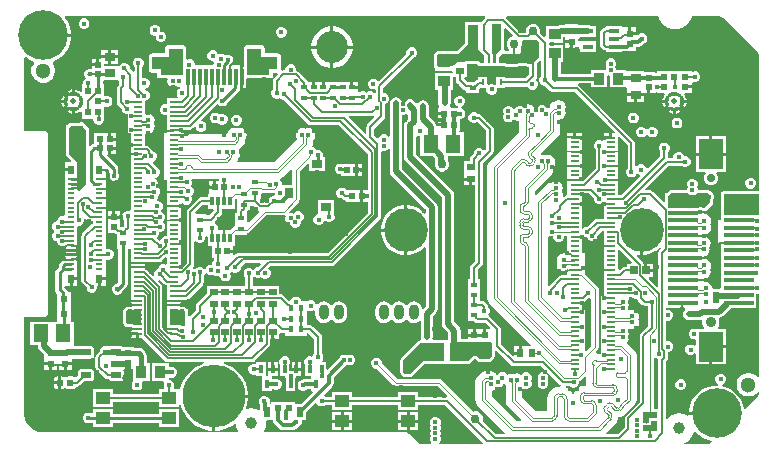
<source format=gbl>
G04*
G04 #@! TF.GenerationSoftware,Altium Limited,Altium Designer,23.8.1 (32)*
G04*
G04 Layer_Physical_Order=6*
G04 Layer_Color=16711680*
%FSLAX44Y44*%
%MOMM*%
G71*
G04*
G04 #@! TF.SameCoordinates,734B7F2F-E986-4DD8-8F6E-206143954E38*
G04*
G04*
G04 #@! TF.FilePolarity,Positive*
G04*
G01*
G75*
%ADD10C,0.2540*%
%ADD14C,0.2032*%
%ADD16C,0.1270*%
%ADD18R,0.5500X0.4500*%
%ADD20R,0.5200X0.5200*%
%ADD21R,0.5200X0.5200*%
%ADD29R,0.4500X0.5500*%
%ADD32R,0.8000X2.0000*%
%ADD33R,0.2800X0.5000*%
%ADD34R,1.6000X0.9000*%
%ADD35R,0.9000X0.7000*%
%ADD36R,0.9000X1.0000*%
%ADD37R,0.7000X0.9000*%
%ADD38R,1.3000X1.5000*%
%ADD43R,1.2000X1.0000*%
%ADD49R,1.0000X0.9000*%
%ADD52R,0.6500X0.5500*%
%ADD108C,0.1066*%
%ADD109C,0.7500*%
%ADD111C,1.0000*%
%ADD112C,0.3048*%
%ADD113C,0.5080*%
%ADD114C,0.1143*%
%ADD115C,0.1524*%
%ADD116C,0.1092*%
%ADD117C,0.1312*%
%ADD118C,0.1346*%
%ADD119C,0.3810*%
%ADD121C,0.5000*%
%ADD122O,0.9000X1.3000*%
%ADD123C,5.3000*%
%ADD124C,1.3000*%
%ADD125C,3.7000*%
%ADD126C,0.7000*%
%ADD127C,0.9000*%
%ADD128C,4.2000*%
%ADD129C,0.4020*%
%ADD130C,0.4060*%
%ADD131C,0.5080*%
%ADD132C,2.7000*%
%ADD134C,0.1066*%
%ADD135R,0.6000X0.5500*%
%ADD136R,0.6000X0.9000*%
%ADD137O,0.2000X0.5000*%
%ADD138O,0.5000X0.2000*%
%ADD139R,0.6000X0.5220*%
G04:AMPARAMS|DCode=140|XSize=0.2mm|YSize=0.125mm|CornerRadius=0mm|HoleSize=0mm|Usage=FLASHONLY|Rotation=225.000|XOffset=0mm|YOffset=0mm|HoleType=Round|Shape=Round|*
%AMOVALD140*
21,1,0.0750,0.1250,0.0000,0.0000,225.0*
1,1,0.1250,0.0265,0.0265*
1,1,0.1250,-0.0265,-0.0265*
%
%ADD140OVALD140*%

G04:AMPARAMS|DCode=141|XSize=0.2mm|YSize=0.125mm|CornerRadius=0mm|HoleSize=0mm|Usage=FLASHONLY|Rotation=135.000|XOffset=0mm|YOffset=0mm|HoleType=Round|Shape=Round|*
%AMOVALD141*
21,1,0.0750,0.1250,0.0000,0.0000,135.0*
1,1,0.1250,0.0265,-0.0265*
1,1,0.1250,-0.0265,0.0265*
%
%ADD141OVALD141*%

%ADD142O,0.5000X0.2000*%
%ADD143O,0.2000X0.5000*%
%ADD144R,0.5220X0.6000*%
%ADD145R,0.6200X0.6200*%
G04:AMPARAMS|DCode=146|XSize=0.55mm|YSize=0.5mm|CornerRadius=0.0625mm|HoleSize=0mm|Usage=FLASHONLY|Rotation=270.000|XOffset=0mm|YOffset=0mm|HoleType=Round|Shape=RoundedRectangle|*
%AMROUNDEDRECTD146*
21,1,0.5500,0.3750,0,0,270.0*
21,1,0.4250,0.5000,0,0,270.0*
1,1,0.1250,-0.1875,-0.2125*
1,1,0.1250,-0.1875,0.2125*
1,1,0.1250,0.1875,0.2125*
1,1,0.1250,0.1875,-0.2125*
%
%ADD146ROUNDEDRECTD146*%
G04:AMPARAMS|DCode=147|XSize=0.55mm|YSize=0.8mm|CornerRadius=0.0495mm|HoleSize=0mm|Usage=FLASHONLY|Rotation=90.000|XOffset=0mm|YOffset=0mm|HoleType=Round|Shape=RoundedRectangle|*
%AMROUNDEDRECTD147*
21,1,0.5500,0.7010,0,0,90.0*
21,1,0.4510,0.8000,0,0,90.0*
1,1,0.0990,0.3505,0.2255*
1,1,0.0990,0.3505,-0.2255*
1,1,0.0990,-0.3505,-0.2255*
1,1,0.0990,-0.3505,0.2255*
%
%ADD147ROUNDEDRECTD147*%
%ADD148R,0.3000X0.7100*%
%ADD149R,0.3000X0.8000*%
%ADD150R,0.7000X0.1800*%
%ADD151R,0.3050X1.4050*%
%ADD152R,1.0000X1.0000*%
%ADD153R,0.5500X0.2200*%
%ADD154R,0.5500X0.7500*%
%ADD155R,2.0000X2.5000*%
%ADD156R,2.5000X0.3500*%
%ADD157R,0.9000X0.4000*%
%ADD158R,0.5500X0.6500*%
%ADD159R,0.5000X0.7000*%
%ADD160R,1.2000X0.5000*%
%ADD161R,0.5000X0.8000*%
%ADD162R,0.6500X0.6500*%
%ADD163R,0.6200X0.6200*%
%ADD164C,0.1250*%
%ADD165R,1.2500X2.3000*%
%ADD166R,2.6500X1.1000*%
%ADD167R,1.9500X1.6000*%
G36*
X378147Y343120D02*
X378544Y342009D01*
X378551Y341850D01*
X375672Y338971D01*
X374641Y338392D01*
X372370D01*
X372207Y338424D01*
X364185D01*
X364022Y338392D01*
X361562D01*
Y320901D01*
X354494Y313834D01*
X339042D01*
X338051Y313637D01*
X337211Y313075D01*
X335941Y311805D01*
X335379Y310965D01*
X335182Y309974D01*
Y301084D01*
X335379Y300093D01*
X335941Y299253D01*
X336122Y299132D01*
Y297142D01*
X350604D01*
X351156Y296182D01*
X350604Y295222D01*
X336122D01*
Y281142D01*
X338991D01*
Y269494D01*
X339385Y267512D01*
X339717Y267014D01*
X339039Y265744D01*
X338840D01*
Y261874D01*
X343980D01*
Y259334D01*
X338840D01*
Y255464D01*
Y252730D01*
X343980D01*
Y250190D01*
X338840D01*
Y250176D01*
X337570Y250051D01*
X337285Y251482D01*
X336162Y253162D01*
X330960Y258365D01*
Y266909D01*
X330565Y268892D01*
X329442Y270572D01*
X327762Y271695D01*
X325780Y272089D01*
X323798Y271695D01*
X322118Y270572D01*
X321499Y269646D01*
X319947Y269438D01*
X319911Y269456D01*
X319809Y269966D01*
X318687Y271646D01*
X318662Y271671D01*
X316982Y272793D01*
X315000Y273188D01*
X313018Y272793D01*
X311338Y271671D01*
X310215Y269990D01*
X309910Y268459D01*
X309905Y268456D01*
X308179D01*
Y269494D01*
X307785Y271476D01*
X306663Y273157D01*
X304982Y274279D01*
X303000Y274674D01*
X301018Y274279D01*
X299338Y273157D01*
X298215Y271476D01*
X297820Y269494D01*
Y241670D01*
X297348Y241430D01*
X296551Y241280D01*
X295439Y242391D01*
X293767Y243084D01*
X291957D01*
X290285Y242391D01*
X289005Y241112D01*
X288634Y240218D01*
X287139Y239917D01*
X284415Y242641D01*
Y248087D01*
X292700Y256372D01*
X293402Y257422D01*
X293648Y258661D01*
Y268810D01*
X295185Y269447D01*
X296465Y270727D01*
X297158Y272399D01*
Y274209D01*
X296465Y275881D01*
X295185Y277161D01*
X293513Y277854D01*
X292184D01*
Y282544D01*
X317256Y307616D01*
X317389D01*
X319061Y308309D01*
X320341Y309589D01*
X321034Y311261D01*
Y313071D01*
X320341Y314743D01*
X319061Y316023D01*
X317389Y316716D01*
X315579D01*
X313907Y316023D01*
X312627Y314743D01*
X311934Y313071D01*
Y311450D01*
X289015Y288531D01*
X287558Y288598D01*
X286549Y289607D01*
X284877Y290300D01*
X283067D01*
X281395Y289607D01*
X280115Y288327D01*
X279422Y286655D01*
Y284845D01*
X280115Y283173D01*
X281395Y281893D01*
X283067Y281200D01*
X284877D01*
X285710Y280644D01*
Y278521D01*
X284440Y277995D01*
X283577Y278857D01*
X281905Y279550D01*
X280095D01*
X278423Y278857D01*
X278000Y278435D01*
X277577Y278857D01*
X275905Y279550D01*
X274095D01*
X272423Y278857D01*
X272229Y278664D01*
X270959Y279190D01*
Y281614D01*
X265669D01*
Y282884D01*
X264399D01*
Y287674D01*
X263100D01*
Y287674D01*
X244392D01*
Y287674D01*
X242824D01*
Y282884D01*
X240284D01*
Y287674D01*
X234696D01*
Y282884D01*
X232156D01*
Y287674D01*
X230842D01*
Y287674D01*
X228611D01*
X228583Y287816D01*
X227853Y288908D01*
X220381Y296381D01*
X219288Y297110D01*
X218550Y297257D01*
Y298905D01*
X217857Y300577D01*
X216577Y301857D01*
X214905Y302550D01*
X213095D01*
X211423Y301857D01*
X210143Y300577D01*
X209450Y298905D01*
Y297367D01*
X207747D01*
X206962Y297211D01*
X205933Y298029D01*
X205844Y298184D01*
Y309100D01*
X205647Y310091D01*
X205085Y310931D01*
X204245Y311493D01*
X203254Y311690D01*
X191844D01*
Y316110D01*
X191647Y317101D01*
X191086Y317941D01*
X190246Y318502D01*
X189255Y318699D01*
X176755D01*
X175764Y318502D01*
X174923Y317941D01*
X174362Y317101D01*
X174165Y316110D01*
Y309103D01*
X174164Y309100D01*
Y301665D01*
X173524D01*
Y292100D01*
Y282535D01*
X176319D01*
Y290153D01*
X176754Y290510D01*
X196254D01*
X197245Y290707D01*
X198085Y291269D01*
X198647Y292109D01*
X198844Y293100D01*
Y295510D01*
X202700D01*
X203226Y294240D01*
X199619Y290634D01*
X198890Y289541D01*
X198633Y288253D01*
Y281068D01*
X198143Y280577D01*
X197450Y278905D01*
Y277095D01*
X198143Y275423D01*
X199423Y274143D01*
X201095Y273450D01*
X202905D01*
X204577Y274143D01*
X204697Y274262D01*
X205703Y273257D01*
X207375Y272564D01*
X208252D01*
X228597Y252219D01*
X229647Y251517D01*
X230886Y251271D01*
X254691D01*
X279211Y226751D01*
Y197390D01*
X279142Y196148D01*
X277941Y196148D01*
X275272D01*
Y191008D01*
Y185868D01*
X279142D01*
X279211Y184627D01*
Y176717D01*
X245326Y142832D01*
X169595D01*
X168356Y142586D01*
X167306Y141884D01*
X166313Y140891D01*
X165140Y141377D01*
Y142730D01*
X160000D01*
Y145270D01*
X165140D01*
Y148960D01*
X166540D01*
Y157590D01*
X167300Y158350D01*
X177248D01*
Y159502D01*
X177704Y159593D01*
X178725Y160275D01*
X193078Y174629D01*
X208000D01*
X208735Y174775D01*
X209670Y173822D01*
X209693Y173769D01*
X209318Y172863D01*
Y171053D01*
X210011Y169381D01*
X211291Y168101D01*
X212963Y167408D01*
X213270D01*
X213821Y166079D01*
X215101Y164799D01*
X216773Y164106D01*
X218583D01*
X220255Y164799D01*
X221535Y166079D01*
X222228Y167751D01*
Y169353D01*
X222878Y169622D01*
X224157Y170902D01*
X224850Y172574D01*
Y174384D01*
X224157Y176057D01*
X222878Y177337D01*
X221205Y178029D01*
X219395D01*
X217723Y177337D01*
X216443Y176057D01*
X216358Y175852D01*
X214773Y176508D01*
X212979D01*
X212933Y176555D01*
X212271Y177596D01*
X220586Y185912D01*
X221268Y186932D01*
X221508Y188136D01*
Y211941D01*
X228014Y218447D01*
X229187Y217960D01*
Y212142D01*
X243267D01*
Y224222D01*
X241410D01*
X241298Y224389D01*
Y226207D01*
X240602Y227887D01*
X239317Y229172D01*
X237637Y229868D01*
X235819D01*
X235618Y229785D01*
X235251Y230669D01*
X233971Y231949D01*
X233363Y232201D01*
X232323Y232790D01*
X232491Y233832D01*
X232723Y235000D01*
Y237908D01*
X232879Y238064D01*
X234120Y239921D01*
X234555Y242111D01*
Y242878D01*
X234120Y245068D01*
X232879Y246925D01*
X231022Y248165D01*
X228832Y248601D01*
X226642Y248165D01*
X226314Y247946D01*
X225986Y248165D01*
X223796Y248601D01*
X221606Y248165D01*
X219749Y246925D01*
X218509Y245068D01*
X218073Y242878D01*
X218509Y240688D01*
X218795Y240259D01*
X218910Y239680D01*
Y238351D01*
X199924Y219364D01*
X168813D01*
X168134Y220634D01*
X168943Y221845D01*
X169174Y223003D01*
X169357Y223186D01*
X170598Y225043D01*
X171033Y227233D01*
Y228000D01*
X170598Y230190D01*
X170151Y230859D01*
X170702Y231228D01*
X173748Y234274D01*
X174989Y236131D01*
X175424Y238321D01*
Y238697D01*
X176324Y240043D01*
X176759Y242233D01*
Y243000D01*
X176324Y245190D01*
X175083Y247047D01*
X173226Y248288D01*
X171036Y248723D01*
X168846Y248288D01*
X168518Y248069D01*
X168190Y248288D01*
X166000Y248723D01*
X163810Y248288D01*
X161953Y247047D01*
X160712Y245190D01*
X160349Y243365D01*
X123712D01*
Y244438D01*
X121172D01*
Y247221D01*
X128538D01*
X129777Y247467D01*
X130827Y248169D01*
X132277Y249619D01*
X133450Y249132D01*
Y249031D01*
X134143Y247359D01*
X135423Y246079D01*
X137095Y245386D01*
X138905D01*
X140577Y246079D01*
X141857Y247359D01*
X142550Y249031D01*
Y250841D01*
X141857Y252513D01*
X140577Y253793D01*
X138905Y254486D01*
X138804D01*
X138317Y255659D01*
X151570Y268912D01*
X152143Y268798D01*
X153423Y267518D01*
X155095Y266825D01*
X156905D01*
X158577Y267518D01*
X159857Y268798D01*
X160523Y270404D01*
X169746Y279627D01*
X170588Y280887D01*
X170884Y282374D01*
Y282535D01*
X171320D01*
Y292100D01*
Y301665D01*
X164700D01*
X164174Y302935D01*
X164661Y303423D01*
X165354Y305095D01*
Y306905D01*
X164661Y308577D01*
X163381Y309857D01*
X161709Y310550D01*
X159899D01*
X158475Y309960D01*
X157577Y310857D01*
X155905Y311550D01*
X154095D01*
X152450Y310869D01*
X151857Y312300D01*
X150577Y313580D01*
X148905Y314272D01*
X147095D01*
X145423Y313580D01*
X144143Y312300D01*
X143450Y310627D01*
Y308817D01*
X144143Y307145D01*
X145423Y305865D01*
X147095Y305172D01*
X147952D01*
X148801Y303902D01*
X148450Y303056D01*
Y301665D01*
X132731D01*
Y303056D01*
X132038Y304728D01*
X130758Y306008D01*
X129086Y306701D01*
X127276D01*
X126636Y306436D01*
X125366Y307284D01*
Y316099D01*
X125169Y317090D01*
X124607Y317931D01*
X123767Y318492D01*
X122776Y318689D01*
X110276D01*
X109285Y318492D01*
X108445Y317931D01*
X107884Y317090D01*
X107686Y316099D01*
Y311690D01*
X96254D01*
X95263Y311493D01*
X94423Y310931D01*
X93861Y310091D01*
X93664Y309100D01*
Y298100D01*
X93861Y297109D01*
X94423Y296269D01*
X95263Y295707D01*
X96254Y295510D01*
X100664D01*
Y293100D01*
X100861Y292109D01*
X101423Y291269D01*
X102263Y290707D01*
X103254Y290510D01*
X108972D01*
X109677Y289454D01*
X109450Y288905D01*
Y287095D01*
X110143Y285423D01*
X111423Y284143D01*
X113095Y283450D01*
X114905D01*
X116518Y284118D01*
X118131Y283450D01*
X119941D01*
X120296Y282277D01*
X119284Y281857D01*
X118004Y280577D01*
X117311Y278905D01*
Y277095D01*
X118004Y275423D01*
X118258Y275168D01*
X117732Y273898D01*
X109092D01*
Y268758D01*
X108780Y268550D01*
X106970D01*
X105298Y267857D01*
X104018Y266577D01*
X103325Y264905D01*
Y263095D01*
X104018Y261423D01*
X105298Y260143D01*
X106970Y259450D01*
X108780D01*
X109092Y258277D01*
Y247017D01*
X115132D01*
Y245188D01*
X109092D01*
Y244438D01*
X106552D01*
Y232478D01*
Y228478D01*
Y216478D01*
Y204478D01*
X109092D01*
Y195018D01*
X115132D01*
Y193899D01*
X109092D01*
Y191018D01*
Y183018D01*
X115132D01*
X121172D01*
Y184541D01*
X122442Y185068D01*
X123153Y184357D01*
X124825Y183664D01*
X126635D01*
X128307Y184357D01*
X129587Y185637D01*
X130280Y187309D01*
Y189119D01*
X129587Y190791D01*
X129657Y191143D01*
X129831Y191215D01*
X131111Y192495D01*
X131804Y194167D01*
Y195977D01*
X131111Y197649D01*
X129831Y198929D01*
X129780Y200325D01*
X130280Y201533D01*
Y203343D01*
X129891Y204282D01*
X130710Y205551D01*
X153066D01*
X153184Y205375D01*
Y203598D01*
X150870D01*
Y198458D01*
X149600D01*
Y197188D01*
X144460D01*
Y193318D01*
X143460Y193040D01*
Y189737D01*
X137732D01*
X136493Y189491D01*
X135443Y188789D01*
X126743Y180089D01*
X126041Y179039D01*
X125795Y177800D01*
Y134632D01*
X122442Y131279D01*
X121172Y131805D01*
Y139018D01*
Y149899D01*
X115132D01*
Y151018D01*
X121172D01*
Y151018D01*
Y163018D01*
Y169898D01*
X115132D01*
X109092D01*
Y167018D01*
Y157204D01*
X107553D01*
X105881Y156511D01*
X104601Y155231D01*
X104122Y154077D01*
X103939Y153633D01*
X103514Y153459D01*
X102638Y153236D01*
X100876Y154998D01*
X100939Y156480D01*
X101901Y157443D01*
X102594Y159115D01*
Y160582D01*
X103744D01*
X105417Y161275D01*
X106697Y162555D01*
X107389Y164227D01*
Y166037D01*
X106697Y167709D01*
X106183Y168223D01*
X105471Y169053D01*
X106183Y169883D01*
X106697Y170397D01*
X107389Y172069D01*
Y173879D01*
X106697Y175551D01*
X105417Y176831D01*
X104372Y177264D01*
Y178037D01*
X104026Y178872D01*
X104695Y179541D01*
X105388Y181213D01*
Y183023D01*
X104695Y184695D01*
X103415Y185975D01*
X101743Y186668D01*
X101613D01*
X100922Y187938D01*
X101401Y189095D01*
Y190905D01*
X101303Y191142D01*
X102345Y192185D01*
X103038Y193857D01*
Y195667D01*
X102345Y197340D01*
X101066Y198620D01*
X100849Y198709D01*
X100838Y198763D01*
X101531Y200435D01*
Y202245D01*
X100838Y203918D01*
X99558Y205198D01*
X99302Y205304D01*
X99374Y206311D01*
X99474Y206607D01*
X101066Y207267D01*
X102345Y208547D01*
X103038Y210219D01*
Y212029D01*
X102345Y213701D01*
X101487Y214560D01*
X101479Y214599D01*
X100777Y215649D01*
X97478Y218949D01*
X97775Y220447D01*
X98335Y220679D01*
X99615Y221959D01*
X100308Y223631D01*
Y225441D01*
X99615Y227113D01*
X98335Y228393D01*
X96823Y229020D01*
X96613Y230074D01*
X95912Y231124D01*
X94289Y232747D01*
X93239Y233449D01*
X92000Y233695D01*
X90372D01*
Y243441D01*
X91354Y244247D01*
X92240Y244070D01*
X92964D01*
X95209Y244517D01*
X97112Y245788D01*
X98383Y247691D01*
X98829Y249936D01*
X98383Y252181D01*
X98200Y252454D01*
X98383Y252727D01*
X98829Y254972D01*
X98383Y257217D01*
X97112Y259119D01*
X95209Y260391D01*
X92964Y260837D01*
X92240D01*
X91354Y260661D01*
X90372Y261467D01*
Y271521D01*
X90941D01*
X92613Y272214D01*
X93893Y273494D01*
X94586Y275166D01*
Y276976D01*
X93893Y278649D01*
X92613Y279928D01*
X90941Y280621D01*
X90915Y280692D01*
X90941Y281962D01*
X92613Y282655D01*
X93893Y283935D01*
X94586Y285607D01*
Y287417D01*
X93893Y289089D01*
X92613Y290369D01*
X90941Y291062D01*
X89130D01*
X88202Y291682D01*
Y300391D01*
X88857Y301047D01*
X89550Y302719D01*
Y304529D01*
X88857Y306201D01*
X87577Y307481D01*
X85905Y308174D01*
X84095D01*
X82423Y307481D01*
X81143Y306201D01*
X80450Y304529D01*
Y302719D01*
X81143Y301047D01*
X81727Y300462D01*
Y296529D01*
X80655Y296131D01*
X80457Y296121D01*
X77550Y299028D01*
Y299905D01*
X76857Y301577D01*
X75577Y302857D01*
X73905Y303550D01*
X72095D01*
X70423Y302857D01*
X69143Y301577D01*
X68949Y301111D01*
X67746Y300950D01*
X67746Y300950D01*
X67746Y300950D01*
X55880D01*
Y302870D01*
X59436D01*
Y307640D01*
X53666D01*
Y307050D01*
X52010D01*
Y301910D01*
X50740D01*
Y300640D01*
X45600D01*
Y299411D01*
X44577Y298460D01*
X42767D01*
X41095Y297767D01*
X39815Y296487D01*
X39122Y294815D01*
Y294290D01*
X39046Y293910D01*
X39122Y293530D01*
Y293005D01*
X39815Y291333D01*
X40208Y290939D01*
X40095Y290369D01*
X38815Y289089D01*
X38122Y287417D01*
Y285607D01*
X38077Y285540D01*
X37370D01*
Y279574D01*
X36432Y279208D01*
X36100Y279140D01*
X35111Y279801D01*
X34180Y279986D01*
X34052Y280177D01*
X32881Y280960D01*
X31500Y281234D01*
X31270D01*
Y279023D01*
X31491Y278986D01*
X31858Y278908D01*
X32221Y278813D01*
X32579Y278701D01*
X32931Y278573D01*
X33277Y278429D01*
X33616Y278268D01*
X33948Y278092D01*
X34270Y277901D01*
X34583Y277695D01*
X34887Y277474D01*
X35180Y277240D01*
X33058Y275119D01*
X32843Y275270D01*
X32658Y275387D01*
X32469Y275496D01*
X32275Y275597D01*
X32078Y275689D01*
X31876Y275773D01*
X31671Y275848D01*
X31463Y275915D01*
X31253Y275972D01*
X31040Y276021D01*
X30825Y276061D01*
X30609Y276091D01*
X30391Y276112D01*
X30173Y276124D01*
X29955Y276127D01*
X29737Y276121D01*
X29519Y276105D01*
X29302Y276080D01*
X29087Y276045D01*
X28873Y276002D01*
X28661Y275950D01*
X28451Y275889D01*
X28244Y275818D01*
X28041Y275739D01*
X27841Y275652D01*
X27645Y275556D01*
X27453Y275452D01*
X27265Y275340D01*
X27083Y275220D01*
X26942Y275119D01*
X25948Y276113D01*
X25491Y275656D01*
X23134Y278013D01*
X23110Y277890D01*
X22987Y277866D01*
X25344Y275509D01*
X24887Y275052D01*
X25881Y274058D01*
X25730Y273843D01*
X25613Y273658D01*
X25504Y273469D01*
X25404Y273275D01*
X25311Y273078D01*
X25227Y272876D01*
X25152Y272671D01*
X25085Y272463D01*
X25028Y272253D01*
X24979Y272040D01*
X24939Y271825D01*
X24909Y271609D01*
X24888Y271392D01*
X24876Y271173D01*
X24873Y270955D01*
X24879Y270737D01*
X24895Y270519D01*
X24920Y270302D01*
X24955Y270087D01*
X24998Y269873D01*
X25050Y269661D01*
X25111Y269451D01*
X25182Y269244D01*
X25261Y269041D01*
X25348Y268841D01*
X25444Y268645D01*
X25548Y268453D01*
X25660Y268265D01*
X25780Y268083D01*
X25881Y267942D01*
X24887Y266948D01*
X25344Y266491D01*
X22987Y264134D01*
X23110Y264110D01*
X23134Y263987D01*
X25491Y266344D01*
X25948Y265887D01*
X26942Y266881D01*
X27155Y266732D01*
X27337Y266616D01*
X27523Y266509D01*
X27714Y266409D01*
X27909Y266317D01*
X28107Y266234D01*
X28309Y266159D01*
X28514Y266092D01*
X28721Y266034D01*
X28931Y265985D01*
X29143Y265945D01*
X29356Y265913D01*
X29570Y265891D01*
X29785Y265877D01*
X30000Y265873D01*
X30215Y265877D01*
X30430Y265891D01*
X30644Y265913D01*
X30858Y265945D01*
X31069Y265985D01*
X31279Y266034D01*
X31486Y266092D01*
X31691Y266159D01*
X31893Y266234D01*
X32091Y266317D01*
X32286Y266409D01*
X32477Y266509D01*
X32663Y266616D01*
X32845Y266732D01*
X33058Y266881D01*
X35180Y264760D01*
X34887Y264526D01*
X34583Y264305D01*
X34270Y264099D01*
X33948Y263908D01*
X33616Y263732D01*
X33277Y263571D01*
X32931Y263427D01*
X32579Y263298D01*
X32221Y263187D01*
X31858Y263092D01*
X31491Y263014D01*
X31270Y262978D01*
Y260766D01*
X31500D01*
X32881Y261040D01*
X34052Y261823D01*
X34180Y262014D01*
X35111Y262199D01*
X36100Y262860D01*
X36432Y262792D01*
X37370Y262426D01*
Y256460D01*
X46863D01*
Y255127D01*
X47556Y253455D01*
X48836Y252175D01*
X50508Y251482D01*
X52318D01*
X53990Y252175D01*
X55270Y253455D01*
X55963Y255127D01*
Y256937D01*
X55890Y257113D01*
Y265980D01*
X56946Y266686D01*
X57515Y266450D01*
X59325D01*
X60997Y267143D01*
X62277Y268423D01*
X62970Y270095D01*
Y271905D01*
X62277Y273577D01*
X60997Y274857D01*
X59325Y275550D01*
X57515D01*
X56946Y275314D01*
X55890Y276020D01*
Y285540D01*
X54625D01*
Y288770D01*
X55880D01*
Y288870D01*
X67746D01*
X68763Y288259D01*
Y285341D01*
X67711Y284289D01*
X67009Y283239D01*
X66763Y282000D01*
Y270303D01*
X67009Y269064D01*
X67711Y268014D01*
X70753Y264972D01*
Y264095D01*
X71446Y262423D01*
X72726Y261143D01*
X74398Y260450D01*
X74487D01*
X75752Y260438D01*
X75752Y259277D01*
Y248478D01*
Y244478D01*
X78292D01*
Y239018D01*
Y235018D01*
X84332D01*
Y233899D01*
X78292D01*
Y227018D01*
Y227017D01*
X84332D01*
Y225913D01*
X84261Y225898D01*
X78292D01*
Y215018D01*
Y203018D01*
Y191018D01*
Y179318D01*
X77296Y178356D01*
X76851Y178540D01*
X75041D01*
X73369Y177847D01*
X72089Y176567D01*
X71396Y174895D01*
Y173085D01*
X72089Y171413D01*
X72709Y170793D01*
Y165353D01*
X72094Y164738D01*
X70580D01*
X70267Y164800D01*
X69148D01*
Y171862D01*
X64008D01*
X58868D01*
Y167992D01*
Y159992D01*
X64570D01*
X65288Y159274D01*
X66338Y158572D01*
X66592Y158522D01*
Y146158D01*
X67997D01*
Y118195D01*
X66352Y116550D01*
X66095D01*
X64423Y115857D01*
X63143Y114577D01*
X62450Y112905D01*
Y111095D01*
X63143Y109423D01*
X64423Y108143D01*
X66095Y107450D01*
X67905D01*
X69577Y108143D01*
X70857Y109423D01*
X71313Y110524D01*
X74629Y113839D01*
X75471Y115099D01*
X75767Y116586D01*
Y146158D01*
X77172D01*
Y146158D01*
X78292Y145796D01*
Y135017D01*
X84332D01*
Y133188D01*
X78292D01*
Y131728D01*
X84332D01*
X90372D01*
Y135221D01*
X102780D01*
X104019Y135467D01*
X105069Y136169D01*
X107822Y138922D01*
X109092Y138680D01*
Y133692D01*
X107822Y132844D01*
X107077Y133152D01*
X105267D01*
X103595Y132459D01*
X102315Y131179D01*
X101622Y129507D01*
Y129247D01*
X100262Y128684D01*
X98982Y127404D01*
X98289Y125731D01*
Y123985D01*
X98113Y123826D01*
X97168Y123310D01*
X91731Y128747D01*
X90681Y129449D01*
X90372Y129510D01*
Y129899D01*
X84332D01*
X78292D01*
Y119018D01*
Y107018D01*
Y103018D01*
X84332D01*
Y101188D01*
X78292D01*
Y97924D01*
X76935D01*
X75263Y97231D01*
X74839Y96807D01*
X74826Y96798D01*
X74600Y96707D01*
X73330Y95875D01*
X73140Y95688D01*
X72919Y95540D01*
X72783Y95337D01*
X72609Y95166D01*
X72505Y94921D01*
X72357Y94700D01*
X72309Y94461D01*
X72214Y94236D01*
X72212Y93970D01*
X72160Y93709D01*
Y83461D01*
X72212Y83200D01*
X72214Y82934D01*
X72309Y82709D01*
X72357Y82470D01*
X72505Y82249D01*
X72609Y82004D01*
X72783Y81833D01*
X72919Y81630D01*
X73140Y81482D01*
X73330Y81295D01*
X74600Y80463D01*
X74826Y80372D01*
X75029Y80236D01*
X75175Y80207D01*
X75263Y80119D01*
X76935Y79426D01*
X78292D01*
Y75728D01*
X84332D01*
Y74458D01*
X85602D01*
Y71018D01*
X88234D01*
X107693Y51559D01*
X108743Y50857D01*
X109982Y50611D01*
X140696D01*
X140898Y49341D01*
X137732Y48312D01*
X133660Y46237D01*
X129962Y43551D01*
X126729Y40318D01*
X124043Y36620D01*
X121968Y32548D01*
X120555Y28200D01*
X120488Y27775D01*
X119344Y27470D01*
X119154Y27470D01*
X115622D01*
X115538Y27535D01*
X114878Y28740D01*
X115354Y29889D01*
Y31699D01*
X114661Y33371D01*
X113381Y34651D01*
X111709Y35344D01*
X111197D01*
X110880Y36497D01*
X111883Y37194D01*
X112095Y37106D01*
X113905D01*
X115577Y37799D01*
X116857Y39079D01*
X117550Y40751D01*
Y42561D01*
X116857Y44233D01*
X115577Y45513D01*
X113905Y46206D01*
X112095D01*
X111814Y46090D01*
X110544Y46889D01*
Y49196D01*
X96464D01*
Y34116D01*
X106032D01*
X106729Y32846D01*
X106254Y31699D01*
Y29889D01*
X106730Y28740D01*
X106070Y27535D01*
X105986Y27470D01*
X102264D01*
Y23556D01*
X63344D01*
Y27470D01*
X46264D01*
Y12390D01*
X63344D01*
Y16304D01*
X102264D01*
Y12390D01*
X119344D01*
Y14330D01*
X120555Y14600D01*
X121968Y10252D01*
X124043Y6180D01*
X126729Y2482D01*
X129962Y-750D01*
X133660Y-3437D01*
X137732Y-5512D01*
X142080Y-6925D01*
X146594Y-7640D01*
X147610D01*
Y21400D01*
X148880D01*
Y22670D01*
X177920D01*
Y23686D01*
X177205Y28200D01*
X175792Y32548D01*
X173717Y36620D01*
X171030Y40318D01*
X167798Y43551D01*
X164100Y46237D01*
X160028Y48312D01*
X156862Y49341D01*
X157064Y50611D01*
X181356D01*
X182595Y50857D01*
X183645Y51559D01*
X195759Y63673D01*
X196461Y64724D01*
X196707Y65962D01*
Y70188D01*
X197292D01*
Y75478D01*
X199832D01*
Y70188D01*
X204352D01*
Y74266D01*
X205622Y75027D01*
X206438Y74865D01*
X209045D01*
Y72812D01*
X227625D01*
Y74650D01*
X228895Y74700D01*
X233615Y69980D01*
Y57678D01*
X233125Y57187D01*
X232432Y55515D01*
X231477Y54877D01*
X230895Y55118D01*
X229085D01*
X227413Y54425D01*
X226133Y53145D01*
X225440Y51473D01*
Y49663D01*
X225950Y48432D01*
Y38228D01*
X229689D01*
X230950Y38208D01*
Y36262D01*
X225861D01*
X224276Y35946D01*
X223244Y35257D01*
X221637Y34591D01*
X220357Y33311D01*
X219664Y31639D01*
Y29829D01*
X220357Y28157D01*
X221637Y26877D01*
X223309Y26184D01*
X225119D01*
X226792Y26877D01*
X227889Y27974D01*
X230950D01*
Y26028D01*
X232083D01*
X232569Y24855D01*
X222828Y15114D01*
X222698Y15088D01*
X217662D01*
Y16588D01*
X197582D01*
Y15088D01*
X196290D01*
Y16125D01*
X196066Y17249D01*
Y17923D01*
X195373Y19595D01*
X194093Y20875D01*
X192421Y21568D01*
X190611D01*
X188939Y20875D01*
X187659Y19595D01*
X186966Y17923D01*
Y16113D01*
X187659Y14441D01*
X188002Y14097D01*
Y10161D01*
X186732Y9535D01*
X186727Y9539D01*
X183646Y10815D01*
X180340Y11250D01*
X177323Y10853D01*
X176273Y11730D01*
X177205Y14600D01*
X177920Y19115D01*
Y20130D01*
X150150D01*
Y-7640D01*
X151166D01*
X155680Y-6925D01*
X160028Y-5512D01*
X164100Y-3437D01*
X166324Y-1822D01*
X167682Y-2405D01*
X168001Y-4830D01*
X169277Y-7911D01*
X169332Y-7983D01*
X168770Y-9122D01*
X4432D01*
X2844Y-9121D01*
X-269Y-8501D01*
X-3201Y-7286D01*
X-5841Y-5522D01*
X-8085Y-3277D01*
X-9848Y-637D01*
X-11062Y2296D01*
X-11681Y5410D01*
X-11681Y6997D01*
X-11681Y6998D01*
X-11681Y6998D01*
X-11680Y88259D01*
X4435D01*
X5921Y88555D01*
X7182Y89397D01*
X8024Y90658D01*
X8320Y92144D01*
Y242144D01*
X8024Y243630D01*
X7182Y244891D01*
X5921Y245733D01*
X4435Y246028D01*
X-11680D01*
Y308205D01*
X-11329Y308351D01*
X-10410Y308585D01*
X-6690Y306099D01*
X-3475Y304767D01*
X-3227Y303522D01*
X-3594Y303155D01*
X-4916Y300865D01*
X-5600Y298312D01*
Y295668D01*
X-4916Y293115D01*
X-3594Y290825D01*
X-1725Y288956D01*
X565Y287634D01*
X3118Y286950D01*
X5762D01*
X8315Y287634D01*
X10605Y288956D01*
X12474Y290825D01*
X13796Y293115D01*
X14480Y295668D01*
Y298312D01*
X13796Y300865D01*
X12474Y303155D01*
X12283Y303346D01*
X12581Y304844D01*
X15610Y306099D01*
X19466Y308675D01*
X22745Y311954D01*
X25321Y315810D01*
X27095Y320094D01*
X28000Y324641D01*
Y325690D01*
X4460D01*
Y328230D01*
X28000D01*
Y329278D01*
X27095Y333826D01*
X25321Y338110D01*
X22805Y341875D01*
X22933Y342440D01*
X23225Y343145D01*
X378147Y343120D01*
D02*
G37*
G36*
X525190Y343110D02*
X525557Y341781D01*
X525784Y341330D01*
X525949Y340853D01*
X527392Y338389D01*
X527727Y338011D01*
X528009Y337592D01*
X530037Y335583D01*
X530459Y335304D01*
X530840Y334972D01*
X533316Y333552D01*
X533795Y333391D01*
X534249Y333168D01*
X537008Y332433D01*
X537512Y332401D01*
X538008Y332302D01*
X540863D01*
X541358Y332401D01*
X541862Y332433D01*
X544621Y333168D01*
X545075Y333391D01*
X545553Y333552D01*
X548030Y334972D01*
X548411Y335304D01*
X548833Y335583D01*
X550860Y337592D01*
X551143Y338011D01*
X551479Y338389D01*
X552921Y340853D01*
X553086Y341330D01*
X553313Y341781D01*
X553680Y343109D01*
X576895Y343109D01*
X578077Y342874D01*
X579190Y342413D01*
X580191Y341744D01*
X580617Y341318D01*
X580617Y341318D01*
X608759Y313176D01*
X609185Y312750D01*
X609854Y311749D01*
X610316Y310635D01*
X610550Y309454D01*
Y308852D01*
X610550Y196112D01*
X609824Y195139D01*
X609280Y194923D01*
X607679D01*
X607546Y194868D01*
X580390D01*
X579399Y194671D01*
X578559Y194109D01*
X578335Y193774D01*
X578050D01*
Y193348D01*
X577997Y193269D01*
X577800Y192278D01*
Y174724D01*
X577997Y173733D01*
X578050Y173654D01*
Y170914D01*
X575510D01*
Y157254D01*
Y150904D01*
X578050D01*
Y140744D01*
Y134394D01*
Y128044D01*
Y121694D01*
Y113489D01*
X576834Y112436D01*
X572162D01*
X570935Y112776D01*
X570499Y114966D01*
X569259Y116823D01*
X567402Y118064D01*
X565212Y118499D01*
X564348D01*
X563670Y119659D01*
Y120797D01*
X563909Y120993D01*
X566100Y121429D01*
X567956Y122670D01*
X569197Y124526D01*
X569633Y126716D01*
X569197Y128907D01*
X569011Y129185D01*
X569527Y129958D01*
X569963Y132148D01*
X569527Y134338D01*
X568287Y136195D01*
X566430Y137436D01*
X564240Y137871D01*
X563670D01*
Y140190D01*
X565179Y140490D01*
X567036Y141731D01*
X568276Y143588D01*
X568712Y145778D01*
X568403Y147331D01*
X569269Y148629D01*
X569705Y150819D01*
X569269Y153009D01*
X568029Y154866D01*
X566172Y156106D01*
X563982Y156542D01*
X563670D01*
Y158361D01*
X564134D01*
X566324Y158796D01*
X568181Y160037D01*
X569422Y161894D01*
X569857Y164084D01*
X569422Y166274D01*
X568848Y167132D01*
X569422Y167990D01*
X569857Y170180D01*
X569422Y172370D01*
X568181Y174227D01*
X566324Y175468D01*
X564134Y175903D01*
X563670D01*
Y177212D01*
X563670Y177264D01*
X564088Y178361D01*
X564692Y178400D01*
X565101Y178509D01*
X565515Y178592D01*
X565586Y178639D01*
X565668Y178661D01*
X566004Y178918D01*
X566356Y179153D01*
X571045Y183843D01*
X571607Y184683D01*
X571804Y185674D01*
Y188415D01*
X572240Y189468D01*
Y191278D01*
X571686Y192615D01*
X571607Y193015D01*
X571045Y193855D01*
X569267Y195633D01*
X568427Y196195D01*
X567436Y196392D01*
X558550D01*
Y196905D01*
X557889Y198500D01*
X558550Y200095D01*
Y201905D01*
X557857Y203577D01*
X556577Y204857D01*
X554905Y205550D01*
X553095D01*
X551423Y204857D01*
X550143Y203577D01*
X549450Y201905D01*
Y200095D01*
X550111Y198500D01*
X549450Y196905D01*
Y196392D01*
X536194D01*
X535203Y196195D01*
X534363Y195633D01*
X532504Y193774D01*
X531050D01*
Y192067D01*
X531012Y192010D01*
X531011Y192004D01*
X531007Y191999D01*
X530910Y191511D01*
X530810Y191020D01*
X530787Y186141D01*
X529613Y185658D01*
X520506Y194764D01*
X519456Y195466D01*
X518217Y195712D01*
X514142D01*
X513656Y196886D01*
X533533Y216763D01*
X544803D01*
X545423Y216143D01*
X547095Y215450D01*
X548905D01*
X550577Y216143D01*
X551857Y217423D01*
X552550Y219095D01*
Y220905D01*
X551857Y222577D01*
X550577Y223857D01*
X548905Y224550D01*
X547095D01*
X546500Y225678D01*
X546268Y226238D01*
X544989Y227518D01*
X543316Y228211D01*
X541506D01*
X539834Y227518D01*
X538554Y226238D01*
X537861Y224566D01*
Y223237D01*
X533567D01*
X533335Y223520D01*
Y228451D01*
X533955Y229071D01*
X534648Y230743D01*
Y232553D01*
X533955Y234225D01*
X532675Y235505D01*
X531003Y236198D01*
X529193D01*
X527521Y235505D01*
X526241Y234225D01*
X525548Y232553D01*
Y230743D01*
X526241Y229071D01*
X526861Y228451D01*
Y224861D01*
X516335Y214335D01*
X514965Y214761D01*
X514469Y215957D01*
X513189Y217237D01*
X511517Y217929D01*
X509707D01*
X508035Y217237D01*
X506919Y216121D01*
X506142Y216264D01*
X505649Y216511D01*
Y235588D01*
X505403Y236827D01*
X504701Y237877D01*
X458251Y284327D01*
X457256Y284992D01*
X457238Y285087D01*
X457624Y286262D01*
X467960D01*
Y282866D01*
X482040D01*
Y292323D01*
X483255Y293078D01*
X483960Y292701D01*
Y282866D01*
X497817D01*
X498132Y282782D01*
X498960Y282021D01*
Y277790D01*
X513040D01*
Y277860D01*
X515730D01*
Y283000D01*
X518270D01*
Y277860D01*
X522140D01*
Y278500D01*
X522843Y278970D01*
X524260D01*
Y278370D01*
X530226D01*
X530592Y277432D01*
X530660Y277100D01*
X529999Y276111D01*
X529814Y275180D01*
X529623Y275052D01*
X528840Y273881D01*
X528566Y272500D01*
Y272270D01*
X530777D01*
X530814Y272491D01*
X530892Y272858D01*
X530987Y273221D01*
X531099Y273579D01*
X531227Y273931D01*
X531371Y274277D01*
X531532Y274616D01*
X531708Y274947D01*
X531899Y275270D01*
X532105Y275583D01*
X532326Y275887D01*
X532560Y276180D01*
X534681Y274058D01*
X534530Y273843D01*
X534413Y273658D01*
X534304Y273469D01*
X534203Y273275D01*
X534111Y273078D01*
X534027Y272876D01*
X533952Y272671D01*
X533885Y272463D01*
X533828Y272253D01*
X533779Y272040D01*
X533739Y271825D01*
X533709Y271609D01*
X533688Y271392D01*
X533676Y271173D01*
X533673Y270955D01*
X533679Y270737D01*
X533695Y270519D01*
X533720Y270302D01*
X533755Y270087D01*
X533798Y269873D01*
X533850Y269661D01*
X533912Y269451D01*
X533982Y269244D01*
X534061Y269041D01*
X534148Y268841D01*
X534244Y268645D01*
X534348Y268453D01*
X534460Y268265D01*
X534580Y268083D01*
X534681Y267942D01*
X533687Y266948D01*
X534144Y266491D01*
X531787Y264134D01*
X531910Y264110D01*
X531934Y263987D01*
X534291Y266344D01*
X534748Y265887D01*
X535742Y266881D01*
X535957Y266730D01*
X536142Y266613D01*
X536331Y266504D01*
X536525Y266404D01*
X536722Y266311D01*
X536924Y266227D01*
X537129Y266152D01*
X537337Y266085D01*
X537547Y266028D01*
X537760Y265979D01*
X537975Y265939D01*
X538191Y265909D01*
X538409Y265888D01*
X538627Y265876D01*
X538845Y265873D01*
X539063Y265879D01*
X539281Y265895D01*
X539498Y265920D01*
X539713Y265954D01*
X539927Y265998D01*
X540139Y266050D01*
X540349Y266112D01*
X540556Y266182D01*
X540759Y266261D01*
X540959Y266348D01*
X541155Y266444D01*
X541347Y266548D01*
X541535Y266660D01*
X541717Y266780D01*
X541858Y266881D01*
X542852Y265887D01*
X543309Y266344D01*
X545666Y263987D01*
X545690Y264110D01*
X545813Y264134D01*
X543456Y266491D01*
X543913Y266948D01*
X542919Y267942D01*
X543068Y268155D01*
X543184Y268337D01*
X543291Y268523D01*
X543391Y268714D01*
X543483Y268909D01*
X543566Y269107D01*
X543641Y269309D01*
X543708Y269514D01*
X543766Y269721D01*
X543815Y269931D01*
X543855Y270143D01*
X543887Y270356D01*
X543909Y270570D01*
X543923Y270785D01*
X543927Y271000D01*
X543923Y271215D01*
X543909Y271430D01*
X543887Y271644D01*
X543855Y271857D01*
X543815Y272069D01*
X543766Y272279D01*
X543708Y272486D01*
X543641Y272691D01*
X543566Y272893D01*
X543483Y273091D01*
X543391Y273286D01*
X543291Y273477D01*
X543184Y273663D01*
X543068Y273845D01*
X542919Y274058D01*
X545040Y276180D01*
X545275Y275887D01*
X545495Y275583D01*
X545701Y275270D01*
X545892Y274947D01*
X546068Y274616D01*
X546229Y274277D01*
X546373Y273931D01*
X546502Y273579D01*
X546613Y273221D01*
X546708Y272858D01*
X546786Y272491D01*
X546823Y272270D01*
X549034D01*
Y272500D01*
X548760Y273881D01*
X547977Y275052D01*
X547786Y275180D01*
X547601Y276111D01*
X546940Y277100D01*
X547008Y277432D01*
X547374Y278370D01*
X553340D01*
Y282250D01*
X547800D01*
Y284790D01*
X553340D01*
Y286805D01*
X554610Y287653D01*
X555101Y287450D01*
X556911D01*
X558583Y288143D01*
X559863Y289423D01*
X560556Y291095D01*
Y292905D01*
X559863Y294577D01*
X558583Y295857D01*
X556911Y296550D01*
X555101D01*
X554610Y296347D01*
X553340Y296890D01*
Y296890D01*
X524260D01*
Y295274D01*
X522140D01*
Y296140D01*
X513040D01*
Y296560D01*
X498960D01*
X498040Y297405D01*
Y297946D01*
X489535D01*
Y298930D01*
X488880Y300513D01*
X489535Y302095D01*
Y303905D01*
X488843Y305577D01*
X487563Y306857D01*
X485890Y307550D01*
X484080D01*
X482408Y306857D01*
X481128Y305577D01*
X480435Y303905D01*
Y302095D01*
X481091Y300513D01*
X480435Y298930D01*
Y297946D01*
X467960D01*
Y294550D01*
X442567D01*
Y304796D01*
X444833D01*
Y318876D01*
X432243D01*
Y320651D01*
X432362Y320796D01*
X444833D01*
Y325377D01*
X446282D01*
Y322826D01*
X451922D01*
Y321557D01*
X453192D01*
Y315917D01*
X457363D01*
X457562Y315916D01*
X458633Y315435D01*
Y313017D01*
X472713D01*
Y322097D01*
X458832D01*
X458633Y322097D01*
X457562Y322579D01*
Y324107D01*
X458642Y325377D01*
X465672Y325377D01*
X465761Y325395D01*
X465851Y325380D01*
X466749Y325592D01*
X467654Y325772D01*
X467730Y325822D01*
X467818Y325843D01*
X468061Y326017D01*
X472713D01*
Y335097D01*
X468021D01*
X467654Y335342D01*
X467567Y335359D01*
X467489Y335408D01*
X466565Y335559D01*
X465672Y335736D01*
X457562Y335736D01*
Y336197D01*
X446282D01*
Y335736D01*
X442729D01*
X440746Y335342D01*
X440198Y334976D01*
X439253D01*
X438752Y334876D01*
X429753D01*
Y326142D01*
X428579Y325656D01*
X425255Y328980D01*
X425390Y329306D01*
Y331808D01*
X424432Y334120D01*
X422663Y335890D01*
X420351Y336847D01*
X417849D01*
X415537Y335890D01*
X413768Y334120D01*
X412810Y331808D01*
Y329306D01*
X412802Y329294D01*
X408943D01*
X396388Y341849D01*
X396395Y342013D01*
X396792Y343119D01*
X525190Y343110D01*
D02*
G37*
G36*
X401766Y327315D02*
X401350Y325934D01*
X399538Y325184D01*
X397769Y323415D01*
X396811Y321103D01*
Y318601D01*
X397769Y316289D01*
X398954Y315104D01*
X398428Y313834D01*
X395798D01*
X395737Y313864D01*
X394855Y315104D01*
X394907Y315368D01*
Y332514D01*
X396081Y333000D01*
X401766Y327315D01*
D02*
G37*
G36*
X424000Y321079D02*
Y308622D01*
X418099Y302862D01*
X416241D01*
Y302992D01*
X414640D01*
X414471Y303104D01*
X414471Y303104D01*
X414471Y303104D01*
X413973Y303203D01*
X413480Y303301D01*
X413480D01*
X413480D01*
X406741D01*
X405750Y303104D01*
X405671Y303051D01*
X397055D01*
X396452Y303454D01*
X395462Y303651D01*
X390477D01*
Y309086D01*
X392636Y311244D01*
X407244Y311244D01*
X409000Y313000D01*
Y317655D01*
X409392Y318601D01*
Y321103D01*
X409306Y321310D01*
X410815Y322819D01*
X414599D01*
X414673Y322834D01*
X422245D01*
X424000Y321079D01*
D02*
G37*
G36*
X392318Y315368D02*
X388102Y311152D01*
Y311142D01*
X387598D01*
Y303642D01*
X385477D01*
Y311142D01*
X384679D01*
X384528Y311897D01*
X384038Y312632D01*
X384038Y336322D01*
X392318D01*
Y315368D01*
D02*
G37*
G36*
X372207Y315142D02*
X377598Y309752D01*
Y303642D01*
X374310D01*
X372991Y304960D01*
Y304992D01*
X372960D01*
X372822Y305130D01*
X361646D01*
X360630Y304114D01*
X354282D01*
X352298Y302142D01*
X351521D01*
Y301370D01*
X351234Y301084D01*
X337772D01*
Y309974D01*
X339042Y311244D01*
X355567D01*
X364185Y319862D01*
Y335834D01*
X372207D01*
Y315142D01*
D02*
G37*
G36*
X372479Y301810D02*
X372598Y301731D01*
Y301066D01*
Y301062D01*
X374261D01*
X374310Y301052D01*
X377598D01*
X377647Y301062D01*
X382598D01*
Y301062D01*
X385428D01*
X385477Y301052D01*
X387598D01*
X387646Y301062D01*
X395462D01*
Y300462D01*
X406741D01*
Y300661D01*
D01*
Y300712D01*
X413480D01*
X413543Y300648D01*
X413588Y300639D01*
X413649Y300599D01*
X413899Y300549D01*
X414134Y300452D01*
X414390Y300452D01*
X414640Y300402D01*
X415474D01*
Y293998D01*
X412204Y290727D01*
X395477D01*
Y292142D01*
X387598D01*
Y285723D01*
X386327Y285159D01*
X384953Y285728D01*
X383143D01*
X381748Y285150D01*
X380477Y285702D01*
Y285838D01*
Y292142D01*
X372598D01*
Y289729D01*
X371892Y289589D01*
X370716Y288803D01*
X370716Y288803D01*
X369374Y287461D01*
X369086D01*
X369086Y287461D01*
X368735Y287392D01*
X366968D01*
X366618Y287461D01*
X366617Y287461D01*
X363842D01*
X361012Y290292D01*
X361118Y291562D01*
X363102D01*
Y302540D01*
X371749D01*
X372479Y301810D01*
D02*
G37*
G36*
X425769Y305094D02*
Y292122D01*
X425224Y291577D01*
X424532Y289905D01*
Y288095D01*
X425224Y286423D01*
X426504Y285143D01*
X428177Y284450D01*
X428972D01*
X433673Y279749D01*
X434723Y279047D01*
X435962Y278801D01*
X454621D01*
X488334Y245088D01*
X487848Y243915D01*
X486351D01*
Y240475D01*
X485081D01*
Y239916D01*
X479041D01*
Y238104D01*
X477811Y237537D01*
X476139Y238230D01*
X474329D01*
X472657Y237537D01*
X471377Y236257D01*
X470684Y234585D01*
Y232775D01*
X471377Y231103D01*
X471997Y230483D01*
Y214447D01*
X461591Y204041D01*
X460321Y204555D01*
Y209035D01*
Y215916D01*
X454281D01*
X448241D01*
Y213035D01*
Y205035D01*
X454281D01*
Y203916D01*
X448241D01*
Y201035D01*
Y191447D01*
X447798D01*
X446559Y191201D01*
X445509Y190499D01*
X445213Y190203D01*
X444042Y190828D01*
X444381Y192532D01*
X443946Y194722D01*
X443685Y195112D01*
X443956Y195517D01*
X444391Y197708D01*
X443956Y199898D01*
X442715Y201754D01*
X440858Y202995D01*
X438668Y203431D01*
X437971D01*
X435781Y202995D01*
X434331Y202026D01*
X434068D01*
X431878Y201590D01*
X430021Y200350D01*
X421505Y191834D01*
X420332Y192320D01*
Y195023D01*
X434722Y209414D01*
X435963Y211270D01*
X436399Y213461D01*
Y215916D01*
X437298Y217261D01*
X437733Y219451D01*
Y220218D01*
X437298Y222408D01*
X436057Y224265D01*
X434200Y225506D01*
X432010Y225941D01*
X429820Y225506D01*
X429492Y225287D01*
X429164Y225506D01*
X426974Y225941D01*
X426171Y225782D01*
X425546Y226952D01*
X427747Y229153D01*
X440249Y241655D01*
X441489Y243512D01*
X441925Y245702D01*
Y255811D01*
X443272Y256078D01*
X445129Y257319D01*
X446369Y259176D01*
X446805Y261366D01*
X446369Y263556D01*
X446150Y263884D01*
X446369Y264212D01*
X446805Y266402D01*
X446369Y268592D01*
X445129Y270449D01*
X443272Y271690D01*
X441082Y272125D01*
X440315D01*
X438125Y271690D01*
X436268Y270449D01*
X436251Y270432D01*
X434926Y270168D01*
X433070Y268928D01*
X430474Y266332D01*
X429292Y267514D01*
X427620Y268207D01*
X425810D01*
X424138Y267514D01*
X422858Y266234D01*
X422364Y265043D01*
X421603Y264704D01*
X420319Y265036D01*
X419078Y266893D01*
X417221Y268134D01*
X415031Y268569D01*
X412841Y268134D01*
X410984Y266893D01*
X410877Y266732D01*
X410584Y266703D01*
X408912Y267396D01*
X407102D01*
X405430Y266703D01*
X404150Y265423D01*
X403700Y264337D01*
X402325D01*
X401875Y265423D01*
X400595Y266703D01*
X398923Y267396D01*
X397113D01*
X395441Y266703D01*
X394161Y265423D01*
X393468Y263751D01*
Y261941D01*
X394136Y260328D01*
X393468Y258715D01*
Y256905D01*
X394161Y255233D01*
X395441Y253953D01*
X397113Y253260D01*
X398923D01*
X400595Y253953D01*
X401875Y255233D01*
X401943Y255397D01*
X403541Y254735D01*
X405351D01*
X406011Y255008D01*
X407281Y254160D01*
Y245239D01*
X381953Y219911D01*
X380712Y218054D01*
X380276Y215864D01*
Y104386D01*
X380712Y102196D01*
X381953Y100339D01*
X417416Y64875D01*
X416931Y63702D01*
X409528D01*
Y57912D01*
X408258D01*
Y56642D01*
X402968D01*
Y56151D01*
X401795Y55665D01*
X392111Y65349D01*
Y77978D01*
X391865Y79217D01*
X391163Y80267D01*
X382527Y88903D01*
X381675Y89472D01*
X381392Y90391D01*
X381335Y90928D01*
X381809Y91403D01*
X382502Y93075D01*
Y94885D01*
X381809Y96557D01*
X381189Y97177D01*
Y97282D01*
X380943Y98521D01*
X380241Y99571D01*
X378535Y101277D01*
X377485Y101979D01*
X376246Y102225D01*
X374352D01*
Y110962D01*
Y120542D01*
X372299D01*
Y128961D01*
X375669Y132331D01*
X376371Y133381D01*
X376617Y134620D01*
Y218623D01*
X384664Y226670D01*
X385366Y227720D01*
X385612Y228959D01*
Y247799D01*
X385366Y249038D01*
X384664Y250088D01*
X375669Y259083D01*
X374619Y259785D01*
X373380Y260031D01*
X372513D01*
X371372Y261173D01*
X369700Y261865D01*
X367890D01*
X366217Y261173D01*
X364938Y259893D01*
X364245Y258220D01*
Y256410D01*
X364938Y254738D01*
X366217Y253458D01*
X367890Y252765D01*
X369700D01*
X371372Y253458D01*
X371471Y253557D01*
X372039D01*
X379138Y246458D01*
Y230651D01*
X378103Y229732D01*
X376966Y229924D01*
X375957Y230933D01*
X374285Y231626D01*
X372475D01*
X370803Y230933D01*
X369523Y229653D01*
X368830Y227981D01*
Y227104D01*
X366594Y224868D01*
X365892Y223818D01*
X365646Y222579D01*
Y220602D01*
X360478D01*
Y210022D01*
Y206582D01*
X366268D01*
Y205312D01*
X367538D01*
Y200022D01*
X370143D01*
Y135961D01*
X366773Y132591D01*
X366071Y131541D01*
X365825Y130302D01*
Y120542D01*
X363772D01*
Y110962D01*
Y103778D01*
X363772D01*
Y94198D01*
X363772D01*
Y85198D01*
X369274D01*
X370147Y84325D01*
X371197Y83623D01*
X372436Y83377D01*
X378897D01*
X382864Y79410D01*
X382338Y78140D01*
X379270D01*
Y73000D01*
X376730D01*
Y78140D01*
X374464D01*
Y78140D01*
X370594D01*
Y73000D01*
X369324D01*
Y71730D01*
X364184D01*
Y69730D01*
X357679D01*
Y77000D01*
X357285Y78982D01*
X356162Y80662D01*
X352179Y84645D01*
Y192000D01*
X352179Y192000D01*
X351785Y193982D01*
X350662Y195662D01*
X320179Y226145D01*
Y240995D01*
X321450Y241843D01*
X322095Y241576D01*
X323460D01*
Y224960D01*
X334215D01*
X336357Y222818D01*
Y220814D01*
X335710Y219251D01*
Y216749D01*
X336668Y214437D01*
X338437Y212668D01*
X340749Y211710D01*
X343251D01*
X345563Y212668D01*
X347332Y214437D01*
X348290Y216749D01*
Y219251D01*
X347332Y221563D01*
X346716Y222179D01*
Y224960D01*
X360540D01*
Y245040D01*
X356124D01*
Y246320D01*
X357120D01*
Y256054D01*
X358217D01*
X359889Y256747D01*
X361169Y258027D01*
X361861Y259699D01*
Y261509D01*
X361169Y263181D01*
X359889Y264461D01*
X358217Y265154D01*
X358067Y265468D01*
X358062Y265621D01*
X358717Y267007D01*
X359701Y267415D01*
X360981Y268695D01*
X361674Y270367D01*
Y272177D01*
X360981Y273849D01*
X359701Y275129D01*
X358029Y275822D01*
X356219D01*
X354547Y275129D01*
X353267Y273849D01*
X352574Y272177D01*
Y270367D01*
X353267Y268695D01*
X354547Y267415D01*
X355514Y267014D01*
X355261Y265744D01*
X349301D01*
X348623Y267014D01*
X348955Y267512D01*
X349350Y269494D01*
Y281142D01*
X351202D01*
Y290424D01*
X351521Y291562D01*
X353686D01*
Y288865D01*
X353686Y288864D01*
X353962Y287477D01*
X354748Y286301D01*
X359776Y281272D01*
X359777Y281272D01*
X360953Y280486D01*
X362340Y280210D01*
X362561Y278970D01*
Y277812D01*
X373142D01*
Y281073D01*
X373440Y281272D01*
X374230Y282062D01*
X379498D01*
Y280273D01*
X380191Y278601D01*
X381471Y277321D01*
X383143Y276628D01*
X384953D01*
X386625Y277321D01*
X387905Y278601D01*
X388598Y280273D01*
Y282062D01*
X395477D01*
Y283476D01*
X413705D01*
X413706Y283476D01*
X414443Y283623D01*
X414735Y282919D01*
X416015Y281639D01*
X417687Y280946D01*
X419497D01*
X421169Y281639D01*
X422449Y282919D01*
X423142Y284591D01*
Y286401D01*
X422449Y288073D01*
X421766Y288756D01*
X421664Y289932D01*
X422450Y291108D01*
X422726Y292496D01*
Y303759D01*
X424598Y305587D01*
X425769Y305094D01*
D02*
G37*
G36*
X539175Y279117D02*
X539549Y279090D01*
X539921Y279047D01*
X540291Y278986D01*
X540658Y278908D01*
X541021Y278813D01*
X541379Y278701D01*
X541731Y278573D01*
X542077Y278429D01*
X542416Y278268D01*
X542747Y278092D01*
X543070Y277901D01*
X543383Y277695D01*
X543687Y277474D01*
X543979Y277240D01*
X541858Y275119D01*
X541717Y275220D01*
X541535Y275340D01*
X541347Y275452D01*
X541155Y275556D01*
X540959Y275652D01*
X540759Y275739D01*
X540556Y275818D01*
X540349Y275889D01*
X540139Y275950D01*
X539927Y276002D01*
X539713Y276045D01*
X539498Y276080D01*
X539281Y276105D01*
X539063Y276121D01*
X538845Y276127D01*
X538627Y276124D01*
X538409Y276112D01*
X538191Y276091D01*
X537975Y276061D01*
X537760Y276021D01*
X537547Y275972D01*
X537337Y275915D01*
X537129Y275848D01*
X536924Y275773D01*
X536722Y275689D01*
X536525Y275597D01*
X536331Y275496D01*
X536142Y275387D01*
X535957Y275270D01*
X535742Y275119D01*
X533620Y277240D01*
X533913Y277474D01*
X534217Y277695D01*
X534530Y277901D01*
X534852Y278092D01*
X535184Y278268D01*
X535523Y278429D01*
X535869Y278573D01*
X536221Y278701D01*
X536579Y278813D01*
X536942Y278908D01*
X537309Y278986D01*
X537679Y279047D01*
X538051Y279090D01*
X538425Y279117D01*
X538800Y279125D01*
X539175Y279117D01*
D02*
G37*
G36*
X36474Y275887D02*
X36695Y275583D01*
X36901Y275270D01*
X37092Y274947D01*
X37268Y274616D01*
X37429Y274277D01*
X37573Y273931D01*
X37701Y273579D01*
X37813Y273221D01*
X37908Y272858D01*
X37986Y272491D01*
X38047Y272121D01*
X38091Y271749D01*
X38117Y271375D01*
X38125Y271000D01*
X38117Y270625D01*
X38091Y270251D01*
X38047Y269879D01*
X37986Y269508D01*
X37908Y269142D01*
X37813Y268779D01*
X37701Y268421D01*
X37573Y268069D01*
X37429Y267723D01*
X37268Y267384D01*
X37092Y267052D01*
X36901Y266730D01*
X36695Y266417D01*
X36474Y266113D01*
X36240Y265820D01*
X34119Y267942D01*
X34220Y268083D01*
X34340Y268265D01*
X34452Y268453D01*
X34556Y268645D01*
X34652Y268841D01*
X34739Y269041D01*
X34818Y269244D01*
X34889Y269451D01*
X34950Y269661D01*
X35002Y269873D01*
X35045Y270087D01*
X35080Y270302D01*
X35105Y270519D01*
X35121Y270737D01*
X35127Y270955D01*
X35124Y271173D01*
X35112Y271392D01*
X35091Y271609D01*
X35061Y271825D01*
X35021Y272040D01*
X34972Y272253D01*
X34915Y272463D01*
X34848Y272671D01*
X34773Y272876D01*
X34689Y273078D01*
X34597Y273275D01*
X34496Y273469D01*
X34387Y273658D01*
X34270Y273843D01*
X34119Y274058D01*
X36240Y276180D01*
X36474Y275887D01*
D02*
G37*
G36*
X285005Y257833D02*
X278889Y251717D01*
X278187Y250667D01*
X277941Y249428D01*
Y244171D01*
X276768Y243685D01*
X262989Y257463D01*
X263475Y258637D01*
X283052D01*
X284291Y258883D01*
X285005Y257833D01*
D02*
G37*
G36*
X297348Y230602D02*
X297820Y230363D01*
Y211858D01*
X298215Y209876D01*
X299338Y208195D01*
X328176Y179357D01*
Y176675D01*
X326907Y176148D01*
X324712Y178343D01*
X321266Y180645D01*
X317437Y182231D01*
X313372Y183040D01*
X312570D01*
Y162000D01*
Y140960D01*
X313372D01*
X317437Y141769D01*
X321266Y143355D01*
X324712Y145657D01*
X326907Y147851D01*
X328176Y147325D01*
Y97649D01*
X326207Y95680D01*
X324866Y96136D01*
X324819Y96498D01*
X324109Y98210D01*
X322981Y99681D01*
X321510Y100809D01*
X319798Y101519D01*
X317960Y101761D01*
X316122Y101519D01*
X314410Y100809D01*
X312939Y99681D01*
X312410Y98992D01*
X310810D01*
X310281Y99681D01*
X308810Y100809D01*
X307098Y101519D01*
X305260Y101761D01*
X303422Y101519D01*
X301710Y100809D01*
X300239Y99681D01*
X299710Y98992D01*
X298110D01*
X297581Y99681D01*
X296110Y100809D01*
X294398Y101519D01*
X292560Y101761D01*
X290722Y101519D01*
X289010Y100809D01*
X287539Y99681D01*
X286411Y98210D01*
X285701Y96498D01*
X285459Y94660D01*
Y90660D01*
X285701Y88822D01*
X286411Y87110D01*
X287539Y85639D01*
X289010Y84511D01*
X290722Y83801D01*
X292560Y83559D01*
X294398Y83801D01*
X296110Y84511D01*
X297581Y85639D01*
X298110Y86328D01*
X299710D01*
X300239Y85639D01*
X301710Y84511D01*
X303422Y83801D01*
X305260Y83559D01*
X307098Y83801D01*
X308810Y84511D01*
X310281Y85639D01*
X310810Y86328D01*
X312410D01*
X312939Y85639D01*
X314410Y84511D01*
X316122Y83801D01*
X317960Y83559D01*
X319798Y83801D01*
X321510Y84511D01*
X322551Y85309D01*
X323820Y84746D01*
Y72000D01*
X324125Y70470D01*
X324154Y69952D01*
X323329Y69057D01*
X323204Y69032D01*
X322364Y68471D01*
X307541Y53647D01*
X306979Y52807D01*
X306782Y51816D01*
Y45212D01*
X306794Y45155D01*
X306788Y41626D01*
X306789Y41624D01*
X306788Y41622D01*
X306885Y41135D01*
X306984Y40635D01*
X306985Y40633D01*
X306985Y40631D01*
X307262Y40218D01*
X307544Y39794D01*
X307546Y39792D01*
X307547Y39791D01*
X309169Y38169D01*
X310009Y37607D01*
X311000Y37410D01*
X314627D01*
X315618Y37607D01*
X316458Y38169D01*
X327120Y48831D01*
X343762D01*
X344281Y48934D01*
X345540Y48960D01*
X346460D01*
X347630Y48877D01*
X347825Y48747D01*
X348816Y48550D01*
X363816D01*
X364807Y48747D01*
X365647Y49309D01*
X369358Y53020D01*
X370318D01*
X372077Y51260D01*
X372088Y51253D01*
X372095Y51242D01*
X372507Y50973D01*
X372917Y50699D01*
X372930Y50697D01*
X372941Y50689D01*
X373425Y50598D01*
X373908Y50502D01*
X373921Y50504D01*
X373934Y50502D01*
X381683Y50580D01*
X382166Y50681D01*
X382648Y50777D01*
X382659Y50784D01*
X382672Y50787D01*
X383079Y51065D01*
X383489Y51338D01*
X385847Y53697D01*
X386408Y54537D01*
X386605Y55528D01*
Y60039D01*
X387779Y60525D01*
X400555Y47749D01*
X401605Y47047D01*
X402844Y46801D01*
X426096D01*
X441912Y30985D01*
X442456Y30622D01*
X442071Y29352D01*
X441107D01*
X440732Y29277D01*
X438543Y28989D01*
X436153Y27999D01*
X434101Y26424D01*
X432527Y24372D01*
X431537Y21982D01*
X431248Y19793D01*
X431174Y19418D01*
Y8771D01*
X421795D01*
X409772Y20793D01*
Y27396D01*
X411043Y27997D01*
X412353Y27454D01*
X414163D01*
X415835Y28147D01*
X417115Y29427D01*
X417808Y31099D01*
Y32909D01*
X417140Y34522D01*
X417808Y36135D01*
Y37945D01*
X417115Y39617D01*
X415835Y40897D01*
X414163Y41590D01*
X412353D01*
X410681Y40897D01*
X409401Y39617D01*
X408888Y39462D01*
X407574Y40340D01*
X405384Y40775D01*
X403194Y40340D01*
X402866Y40121D01*
X402538Y40340D01*
X400348Y40775D01*
X398158Y40340D01*
X397116Y39643D01*
X397057Y39661D01*
X395777Y40941D01*
X394105Y41634D01*
X392295D01*
X390623Y40941D01*
X389540Y39859D01*
X388511Y39766D01*
X388036Y39825D01*
X387333Y40877D01*
X385476Y42118D01*
X383286Y42553D01*
X378738D01*
X376548Y42118D01*
X374691Y40877D01*
X371861Y38047D01*
X370621Y36190D01*
X370185Y34000D01*
Y18365D01*
X370621Y16175D01*
X371861Y14318D01*
X395739Y-9560D01*
X395253Y-10733D01*
X387929D01*
X376487Y709D01*
X376622Y1035D01*
Y3537D01*
X375664Y5849D01*
X373895Y7618D01*
X371583Y8576D01*
X369081D01*
X368664Y8403D01*
X341999Y35069D01*
X340979Y35751D01*
X339774Y35990D01*
X304296D01*
X291062Y49224D01*
Y50229D01*
X290369Y51901D01*
X289089Y53181D01*
X287417Y53874D01*
X285607D01*
X283935Y53181D01*
X282655Y51901D01*
X281962Y50229D01*
Y48419D01*
X282655Y46747D01*
X283935Y45467D01*
X285607Y44774D01*
X286612D01*
X300767Y30619D01*
X301788Y29937D01*
X302992Y29697D01*
X338471D01*
X346301Y21867D01*
X346231Y21469D01*
X345745Y20627D01*
X322036D01*
Y24930D01*
X304956D01*
Y20627D01*
X266036D01*
Y24930D01*
X248956D01*
Y20627D01*
X243188D01*
X242568Y21247D01*
X242290Y21362D01*
X242042Y22608D01*
X249056Y29622D01*
X249954Y30966D01*
X250270Y32552D01*
Y37194D01*
X260930Y47854D01*
X261620Y48140D01*
X263001Y47568D01*
X264811D01*
X266483Y48261D01*
X267763Y49541D01*
X268456Y51213D01*
Y53023D01*
X267763Y54695D01*
X266483Y55975D01*
X264811Y56668D01*
X263001D01*
X261620Y56096D01*
X260239Y56668D01*
X258429D01*
X256757Y55975D01*
X255477Y54695D01*
X255070Y53714D01*
X245204Y43848D01*
X244030Y44334D01*
Y50408D01*
X241011D01*
X240485Y51678D01*
X240839Y52033D01*
X241532Y53705D01*
Y55515D01*
X240839Y57187D01*
X240349Y57678D01*
Y71374D01*
X240092Y72662D01*
X239363Y73755D01*
X232635Y80483D01*
X231542Y81212D01*
X230254Y81469D01*
X227625D01*
Y91188D01*
X227636D01*
Y93270D01*
X228906Y93942D01*
X230095Y93450D01*
X231905D01*
X233389Y94065D01*
X234147Y93767D01*
X234659Y93428D01*
Y90660D01*
X234901Y88822D01*
X235611Y87110D01*
X236739Y85639D01*
X238210Y84511D01*
X239922Y83801D01*
X241760Y83559D01*
X243598Y83801D01*
X245310Y84511D01*
X246781Y85639D01*
X247310Y86328D01*
X248910D01*
X249439Y85639D01*
X250910Y84511D01*
X252622Y83801D01*
X254460Y83559D01*
X256298Y83801D01*
X258010Y84511D01*
X259481Y85639D01*
X260609Y87110D01*
X261319Y88822D01*
X261561Y90660D01*
Y94660D01*
X261319Y96498D01*
X260609Y98210D01*
X259481Y99681D01*
X258010Y100809D01*
X256298Y101519D01*
X254460Y101761D01*
X252622Y101519D01*
X250910Y100809D01*
X249439Y99681D01*
X248910Y98992D01*
X247310D01*
X246781Y99681D01*
X245310Y100809D01*
X243598Y101519D01*
X241760Y101761D01*
X239922Y101519D01*
X238210Y100809D01*
X236739Y99681D01*
X236651Y99566D01*
X235197Y99757D01*
X234857Y100577D01*
X233577Y101857D01*
X231905Y102550D01*
X230095D01*
X228868Y102042D01*
X227636Y101768D01*
Y101768D01*
X227636Y101768D01*
X222896D01*
Y102156D01*
X222204Y103829D01*
X220924Y105109D01*
X219251Y105801D01*
X217441D01*
X215769Y105109D01*
X214489Y103829D01*
X214015Y102684D01*
X212690Y102299D01*
X212591Y102312D01*
X207583Y107319D01*
X206533Y108021D01*
X205294Y108267D01*
X204352D01*
Y115190D01*
X194352D01*
Y115190D01*
X184352D01*
Y115190D01*
X181880D01*
Y122309D01*
X182629Y122950D01*
X182968Y123017D01*
X183859Y122127D01*
X185531Y121434D01*
X187341D01*
X189013Y122127D01*
X189103Y122216D01*
X189701Y121619D01*
X191373Y120926D01*
X193183D01*
X194855Y121619D01*
X196135Y122899D01*
X196828Y124571D01*
Y126381D01*
X196135Y128053D01*
X194855Y129333D01*
X194774Y129744D01*
X196816Y131786D01*
X248561D01*
X249800Y132032D01*
X250850Y132734D01*
X289563Y171447D01*
X290265Y172497D01*
X290511Y173736D01*
Y228404D01*
X291567Y229109D01*
X291957Y228948D01*
X293767D01*
X295439Y229641D01*
X296551Y230752D01*
X297348Y230602D01*
D02*
G37*
G36*
X215235Y213345D02*
X215215Y213244D01*
Y200540D01*
X207316D01*
X206818Y200575D01*
X206143Y201520D01*
Y202432D01*
X205450Y204104D01*
X204962Y204592D01*
X205380Y205970D01*
X205465Y205987D01*
X207322Y207228D01*
X214064Y213971D01*
X215235Y213345D01*
D02*
G37*
G36*
X499175Y234247D02*
Y214526D01*
X498555Y213905D01*
X497862Y212233D01*
Y210423D01*
X498555Y208751D01*
X499835Y207471D01*
X501507Y206778D01*
X503317D01*
X504989Y207471D01*
X506269Y208751D01*
X506486Y209275D01*
X507984Y209573D01*
X508035Y209522D01*
X509231Y209027D01*
X509656Y207656D01*
X493712Y191712D01*
X491121D01*
Y201035D01*
X491121D01*
Y203916D01*
X485081D01*
Y205035D01*
X491121D01*
Y211793D01*
X491121Y211915D01*
X491121Y211915D01*
X491121Y213035D01*
X491121Y213035D01*
X491121Y213157D01*
Y215915D01*
X485081D01*
Y217034D01*
X491121D01*
Y223794D01*
X491121Y223915D01*
X491121Y223915D01*
X491121Y225035D01*
X491121Y225035D01*
X491121Y225157D01*
Y227915D01*
X485081D01*
Y229035D01*
X491121D01*
Y231915D01*
X491121D01*
Y240642D01*
X492294Y241128D01*
X499175Y234247D01*
D02*
G37*
G36*
X569214Y192024D02*
X569214Y185674D01*
X564524Y180984D01*
X563155Y180895D01*
X561483Y181588D01*
X559673D01*
X558432Y181074D01*
X534277D01*
X533357Y182071D01*
X533400Y191008D01*
X536194Y193802D01*
X549986D01*
X550143Y193423D01*
X551423Y192143D01*
X553095Y191450D01*
X554905D01*
X556577Y192143D01*
X557857Y193423D01*
X558014Y193802D01*
X567436D01*
X569214Y192024D01*
D02*
G37*
G36*
X190000Y193853D02*
X200000D01*
X200413Y193514D01*
Y192602D01*
X200451Y192510D01*
X199603Y191240D01*
X198739D01*
X197067Y190547D01*
X195787Y189267D01*
X195094Y187595D01*
Y187267D01*
X193570Y185744D01*
X189292D01*
X187596Y187440D01*
X188121Y188710D01*
X188888D01*
Y193074D01*
X189870Y193879D01*
X190000Y193853D01*
D02*
G37*
G36*
X610550Y192216D02*
Y175418D01*
X610034Y175073D01*
X609280Y174730D01*
X607710D01*
X607696Y174724D01*
X580390D01*
Y192278D01*
X610489D01*
X610550Y192216D01*
D02*
G37*
G36*
X143460Y179960D02*
X148382D01*
X148671Y178690D01*
X144564Y174584D01*
X142290D01*
Y175748D01*
X133354D01*
X132828Y177018D01*
X139073Y183263D01*
X143460D01*
Y179960D01*
D02*
G37*
G36*
X185226Y179554D02*
X185226Y179554D01*
X186402Y178768D01*
X186502Y178748D01*
X186921Y177370D01*
X178421Y168871D01*
X177248Y169357D01*
Y176930D01*
X177248Y176930D01*
X176968Y177801D01*
X177765Y178924D01*
X179280D01*
Y182874D01*
X181906D01*
X185226Y179554D01*
D02*
G37*
G36*
X470684Y188996D02*
Y187668D01*
X471377Y185996D01*
X472657Y184716D01*
X474329Y184023D01*
X476139D01*
X477811Y184716D01*
X479041Y184149D01*
Y173035D01*
X479041D01*
Y171712D01*
X473074D01*
X471835Y171466D01*
X470785Y170764D01*
X465046Y165025D01*
X464169D01*
X462497Y164332D01*
X461591Y163427D01*
X460321Y163953D01*
Y175793D01*
X460321Y175915D01*
X460321Y175915D01*
X460321Y177035D01*
X460321Y177035D01*
X460321Y177157D01*
Y181035D01*
Y183916D01*
X454281D01*
Y185025D01*
X454329Y185035D01*
X460321D01*
Y193171D01*
X466509D01*
X470684Y188996D01*
D02*
G37*
G36*
X168700Y188616D02*
Y179833D01*
X168608Y179695D01*
X168332Y178308D01*
X168332Y178308D01*
Y176930D01*
X166668D01*
Y167930D01*
X166668D01*
Y165581D01*
X165796Y165407D01*
X164775Y164725D01*
X162090Y162040D01*
X158460D01*
Y155500D01*
X156540D01*
Y162040D01*
X152795D01*
X152090Y163096D01*
X152124Y163179D01*
Y164989D01*
X151431Y166661D01*
X150151Y167941D01*
X149811Y168082D01*
X149563Y169328D01*
X155064Y174828D01*
X155064Y174828D01*
X155850Y176005D01*
X156126Y177392D01*
Y179960D01*
X166540D01*
Y188252D01*
X167430Y189142D01*
X168700Y188616D01*
D02*
G37*
G36*
X479041Y159915D02*
X479041D01*
Y149035D01*
Y149035D01*
X485081D01*
Y147915D01*
X479041D01*
Y137156D01*
X479041Y137035D01*
X479041Y137035D01*
X479041Y135915D01*
X479041Y135915D01*
X479041Y135794D01*
Y129035D01*
X479041D01*
Y129034D01*
X485081D01*
Y127915D01*
X479041D01*
Y123915D01*
X479041D01*
Y117035D01*
X479041D01*
Y107915D01*
X479041D01*
Y106455D01*
X476501D01*
Y94495D01*
Y90495D01*
Y78495D01*
X476501D01*
Y66455D01*
X476501D01*
Y57382D01*
X475286D01*
X474395Y57204D01*
X474326Y57218D01*
X473312Y57638D01*
X472573Y57736D01*
X472117Y59076D01*
X473649Y60608D01*
X474331Y61629D01*
X474571Y62833D01*
Y112624D01*
X474331Y113828D01*
X473649Y114849D01*
X463196Y125302D01*
X462861Y126495D01*
X462861D01*
X462861Y126495D01*
Y130495D01*
Y142455D01*
X460321D01*
Y156997D01*
X460389Y157061D01*
X461591Y157523D01*
X462497Y156618D01*
X464169Y155925D01*
X464801D01*
X465239Y154868D01*
X466519Y153588D01*
X468192Y152895D01*
X470002D01*
X471674Y153588D01*
X472954Y154868D01*
X473647Y156540D01*
Y157417D01*
X477467Y161238D01*
X479041D01*
Y159915D01*
D02*
G37*
G36*
X448241Y153035D02*
Y142673D01*
X446971Y142478D01*
X445775Y142716D01*
X445008D01*
X442818Y142281D01*
X440961Y141040D01*
X439720Y139183D01*
X439285Y136993D01*
X439720Y134803D01*
X439939Y134475D01*
X439720Y134147D01*
X439285Y131957D01*
X439720Y129767D01*
X440961Y127910D01*
X442818Y126669D01*
X445008Y126234D01*
X445775D01*
X446971Y126472D01*
X448241Y126278D01*
Y125157D01*
X448241Y125035D01*
X448241D01*
Y124982D01*
X447059Y123716D01*
X447035Y123712D01*
X442804D01*
X441565Y123466D01*
X440515Y122764D01*
X432778Y115027D01*
X431508Y115553D01*
Y156229D01*
X432681Y156715D01*
X432779Y156618D01*
X434451Y155925D01*
X436140D01*
Y155570D01*
X436833Y153898D01*
X438113Y152618D01*
X439785Y151925D01*
X441595D01*
X443267Y152618D01*
X444547Y153898D01*
X445240Y155570D01*
Y157303D01*
X448241D01*
Y153035D01*
D02*
G37*
G36*
X143460Y156360D02*
Y148960D01*
X146860D01*
Y138860D01*
X148676D01*
Y136111D01*
X148185Y135620D01*
X147493Y133948D01*
Y133837D01*
X147287Y132898D01*
X145477D01*
X143805Y132206D01*
X142525Y130926D01*
X141881Y129371D01*
X141331Y129165D01*
X140562Y129053D01*
X139412Y130204D01*
X137740Y130897D01*
X135929D01*
X134257Y130204D01*
X133286Y129233D01*
X132938Y129376D01*
X131492D01*
X130888Y130464D01*
X130869Y130550D01*
X131321Y131002D01*
X132023Y132052D01*
X132269Y133291D01*
Y152000D01*
X133539Y152526D01*
X134423Y151643D01*
X136095Y150950D01*
X137905D01*
X139577Y151643D01*
X140857Y152923D01*
X141550Y154595D01*
Y156205D01*
X141666Y156355D01*
X142190Y156822D01*
X143460Y156360D01*
D02*
G37*
G36*
X512370Y140960D02*
X513172D01*
X517237Y141769D01*
X521066Y143355D01*
X524512Y145657D01*
X525966Y147111D01*
X527344Y146693D01*
X527401Y146407D01*
X526136Y145142D01*
X525434Y144092D01*
X525188Y142853D01*
Y114526D01*
X524015Y114040D01*
X517001Y121053D01*
X517487Y122226D01*
X520314D01*
Y126746D01*
X514524D01*
Y128016D01*
X513254D01*
Y133806D01*
X512591D01*
X512515Y134190D01*
X511813Y135240D01*
X506911Y140142D01*
X507510Y141262D01*
X509028Y140960D01*
X509830D01*
Y162000D01*
X512370D01*
Y140960D01*
D02*
G37*
G36*
X188772Y132899D02*
X186408Y130534D01*
X185531D01*
X183859Y129841D01*
X182579Y128561D01*
X181981Y128443D01*
X181091Y129333D01*
X179418Y130026D01*
X177608D01*
X175936Y129333D01*
X174656Y128053D01*
X173963Y126381D01*
Y124571D01*
X174656Y122899D01*
X175147Y122408D01*
Y115190D01*
X162772D01*
Y115190D01*
X142772D01*
Y108871D01*
X134398Y100498D01*
X133669Y99405D01*
X133412Y98117D01*
Y94173D01*
X128619Y89381D01*
X128574Y89312D01*
X127304Y89698D01*
Y93455D01*
X127252Y93716D01*
X127249Y93982D01*
X127154Y94207D01*
X127107Y94446D01*
X126959Y94667D01*
X126855Y94912D01*
X126681Y95083D01*
X126545Y95286D01*
X126324Y95434D01*
X126134Y95621D01*
X125197Y96235D01*
X124201Y97231D01*
X122528Y97924D01*
X121172D01*
Y103221D01*
X125254D01*
X126493Y103467D01*
X127543Y104169D01*
X139289Y115915D01*
X139991Y116965D01*
X140237Y118204D01*
Y123315D01*
X140692Y123769D01*
X141336Y125323D01*
X141885Y125530D01*
X142655Y125641D01*
X143805Y124491D01*
X145477Y123798D01*
X147287D01*
X148960Y124491D01*
X148971Y124502D01*
X149823Y123651D01*
X151495Y122958D01*
X153305D01*
X154012Y122486D01*
Y122334D01*
X154705Y120661D01*
X155985Y119381D01*
X157657Y118689D01*
X159467D01*
X161139Y119381D01*
X162419Y120661D01*
X163112Y122334D01*
Y124144D01*
X162677Y125194D01*
X163443Y126452D01*
X164404Y126613D01*
X164423Y126594D01*
X166095Y125901D01*
X167905D01*
X169577Y126594D01*
X170857Y127874D01*
X171550Y129546D01*
Y130423D01*
X175199Y134072D01*
X188286D01*
X188772Y132899D01*
D02*
G37*
G36*
X502918Y134979D02*
X502432Y133806D01*
X498734D01*
Y131253D01*
X496555D01*
X495316Y131007D01*
X494266Y130305D01*
X492391Y128430D01*
X491121Y128956D01*
Y131793D01*
X491121Y131915D01*
X491121Y131915D01*
X491121Y133035D01*
X491121Y133035D01*
X491121Y133157D01*
Y139915D01*
X491121D01*
Y144980D01*
X491393Y145229D01*
X492294Y145603D01*
X502918Y134979D01*
D02*
G37*
G36*
X576834Y100823D02*
X576205Y100194D01*
X571754D01*
Y109846D01*
X576834D01*
Y100823D01*
D02*
G37*
G36*
X87187Y81898D02*
X85265D01*
X84332Y82084D01*
X80649D01*
X80418Y82315D01*
X78745Y83008D01*
X76935D01*
X76020Y82629D01*
X74750Y83461D01*
Y93709D01*
X76020Y94541D01*
X76935Y94162D01*
X78745D01*
X80364Y94832D01*
X84332D01*
X85265Y95018D01*
X87187D01*
Y81898D01*
D02*
G37*
G36*
X115132Y94832D02*
X118814D01*
X119046Y94601D01*
X120718Y93908D01*
X122528D01*
X123444Y94287D01*
X124714Y93455D01*
Y81788D01*
X123481Y80555D01*
X122528Y80950D01*
X121172D01*
Y81898D01*
X118433D01*
X117500Y82084D01*
X117500Y82084D01*
X115132D01*
X114199Y81898D01*
X112014D01*
Y95018D01*
X114199D01*
X115132Y94832D01*
D02*
G37*
G36*
X610550Y107602D02*
X610550Y37942D01*
X609281Y37668D01*
X607605Y39344D01*
X605315Y40666D01*
X602762Y41350D01*
X600118D01*
X597565Y40666D01*
X595275Y39344D01*
X593406Y37475D01*
X592084Y35185D01*
X591400Y32632D01*
Y29988D01*
X592084Y27435D01*
X593406Y25145D01*
X595275Y23276D01*
X597565Y21954D01*
X600118Y21270D01*
X602762D01*
X605315Y21954D01*
X607605Y23276D01*
X609281Y24952D01*
X610141Y24766D01*
X610550Y24534D01*
X610316Y23352D01*
X609854Y22239D01*
X609185Y21238D01*
X598824Y10877D01*
X597609Y11245D01*
X597095Y13826D01*
X595321Y18110D01*
X592745Y21966D01*
X589466Y25245D01*
X585610Y27821D01*
X581326Y29595D01*
X578939Y30070D01*
X578879Y30464D01*
X578980Y31357D01*
X580427Y31957D01*
X581707Y33237D01*
X582400Y34909D01*
Y36719D01*
X581707Y38391D01*
X580427Y39671D01*
X578755Y40364D01*
X576945D01*
X575273Y39671D01*
X573993Y38391D01*
X573300Y36719D01*
Y34909D01*
X573993Y33237D01*
X575273Y31957D01*
X575723Y31770D01*
X575471Y30500D01*
X572141D01*
X567594Y29595D01*
X563310Y27821D01*
X559454Y25245D01*
X556175Y21966D01*
X553599Y18110D01*
X551825Y13826D01*
X550920Y9279D01*
Y8230D01*
X574460D01*
Y5690D01*
X550920D01*
Y5490D01*
X549650Y4864D01*
X549185Y5221D01*
X546104Y6497D01*
X542798Y6932D01*
X539492Y6497D01*
X536411Y5221D01*
X533765Y3191D01*
X532932Y2105D01*
X531662Y2536D01*
Y50925D01*
X532387Y51650D01*
X533089Y52700D01*
X533335Y53939D01*
Y58984D01*
X533905D01*
X535577Y59677D01*
X536857Y60957D01*
X537550Y62629D01*
Y64439D01*
X536857Y66111D01*
X535577Y67391D01*
X533905Y68084D01*
X532095D01*
X531662Y68373D01*
Y85161D01*
X532095Y85450D01*
X533905D01*
X535577Y86143D01*
X536857Y87423D01*
X537550Y89095D01*
Y90905D01*
X536857Y92577D01*
X535577Y93857D01*
X533905Y94550D01*
X532095D01*
X531662Y94839D01*
Y96294D01*
X547395D01*
X547780Y95024D01*
X547518Y94848D01*
X546395Y93168D01*
X546001Y91186D01*
X546395Y89204D01*
X547518Y87523D01*
X549198Y86401D01*
X551180Y86006D01*
X560222D01*
X561588Y86278D01*
X562635Y85277D01*
X562550Y84961D01*
Y83107D01*
X563030Y81317D01*
X563880Y79844D01*
X563572Y78783D01*
X563485Y78574D01*
X557050D01*
Y78574D01*
X556935Y78498D01*
X556403Y78718D01*
X554593D01*
X552921Y78025D01*
X551641Y76745D01*
X550948Y75073D01*
Y73263D01*
X551641Y71591D01*
X552921Y70311D01*
X554593Y69618D01*
X556403D01*
X557050Y69186D01*
Y64631D01*
X555780Y64105D01*
X555027Y64857D01*
X553355Y65550D01*
X551545D01*
X549873Y64857D01*
X548593Y63577D01*
X547900Y61905D01*
Y60095D01*
X548593Y58423D01*
X549873Y57143D01*
X551545Y56450D01*
X553355D01*
X555027Y57143D01*
X555780Y57895D01*
X557050Y57369D01*
Y48494D01*
X568320D01*
Y63534D01*
X569590D01*
Y64804D01*
X582130D01*
Y78574D01*
X575695D01*
X575608Y78783D01*
X575300Y79844D01*
X576150Y81317D01*
X576630Y83107D01*
Y84961D01*
X576214Y86515D01*
X576227Y86706D01*
X576382Y87090D01*
X576946Y87913D01*
X578282Y88179D01*
X579963Y89302D01*
X586792Y96131D01*
X586901Y96294D01*
X608130D01*
Y108291D01*
X609520D01*
X610550Y107602D01*
D02*
G37*
G36*
X503423Y104618D02*
X505095Y103925D01*
X506905D01*
X507289Y103720D01*
X507348Y103422D01*
X508050Y102372D01*
X511365Y99057D01*
X512415Y98355D01*
X513654Y98109D01*
X516552D01*
Y80948D01*
X510283Y74679D01*
X509581Y73629D01*
X509335Y72390D01*
Y16835D01*
X497583Y5083D01*
X496881Y4033D01*
X496635Y2794D01*
Y-4755D01*
X490657Y-10733D01*
X481620D01*
X481134Y-9560D01*
X488801Y-1892D01*
X489081Y-1474D01*
X490225Y17D01*
X491139Y2224D01*
X491314Y3556D01*
X492647Y3732D01*
X494854Y4646D01*
X496372Y5810D01*
X496771Y6077D01*
X496771Y6077D01*
X505015Y14322D01*
X506256Y16178D01*
X506692Y18369D01*
Y56098D01*
X506256Y58288D01*
X505015Y60145D01*
X498798Y66363D01*
X498923Y67627D01*
X499347Y67910D01*
X500588Y69767D01*
X501023Y71957D01*
X500588Y74147D01*
X500368Y74475D01*
X500588Y74803D01*
X501023Y76993D01*
X500909Y77566D01*
X501807Y78464D01*
X502375Y78351D01*
X503174D01*
X505364Y78786D01*
X507221Y80027D01*
X508462Y81884D01*
X508897Y84074D01*
X508462Y86264D01*
X508242Y86592D01*
X508462Y86920D01*
X508897Y89110D01*
X508462Y91300D01*
X507221Y93157D01*
X505364Y94398D01*
X503174Y94833D01*
X502407D01*
X501855Y94723D01*
X500956Y95621D01*
X501023Y95957D01*
X500588Y98147D01*
X500368Y98475D01*
X500588Y98803D01*
X501023Y100993D01*
X500588Y103183D01*
X500063Y103968D01*
X500742Y105238D01*
X502803D01*
X503423Y104618D01*
D02*
G37*
G36*
X103130Y119958D02*
X106919Y116169D01*
X107969Y115467D01*
X109092Y115244D01*
Y111018D01*
Y103018D01*
X115132D01*
Y101188D01*
X109092D01*
Y99728D01*
X115132D01*
Y97899D01*
X109092D01*
Y87018D01*
Y79018D01*
X115132D01*
Y77188D01*
X108428D01*
X107919Y76977D01*
X105345Y79550D01*
Y113792D01*
X105099Y115031D01*
X104397Y116081D01*
X101852Y118626D01*
X102313Y119962D01*
X102635Y120013D01*
X103130Y119958D01*
D02*
G37*
G36*
X312820Y259632D02*
Y256145D01*
X311338Y254662D01*
X310215Y252982D01*
X309820Y251000D01*
Y224000D01*
X310215Y222018D01*
X311338Y220338D01*
X341820Y189855D01*
Y82500D01*
X342215Y80518D01*
X343338Y78837D01*
X347321Y74855D01*
Y69883D01*
X346460Y69040D01*
X345540Y69040D01*
X344304Y69121D01*
X343762Y69229D01*
X334669D01*
X333881Y70499D01*
X334179Y72000D01*
Y89003D01*
X337019Y91841D01*
X338141Y93522D01*
X338535Y95504D01*
Y181502D01*
X338141Y183484D01*
X337019Y185165D01*
X308179Y214003D01*
Y259356D01*
X309905D01*
X311577Y260049D01*
X311647Y260119D01*
X312820Y259632D01*
D02*
G37*
G36*
X468277Y103863D02*
Y64136D01*
X464034Y59893D01*
X462861Y60379D01*
Y70495D01*
Y82495D01*
Y94455D01*
X460321D01*
Y101238D01*
X461074D01*
X462313Y101484D01*
X463363Y102186D01*
X465717Y104540D01*
X466594D01*
X467007Y104711D01*
X468277Y103863D01*
D02*
G37*
G36*
X384016Y66940D02*
Y55528D01*
X381657Y53169D01*
X373908Y53092D01*
X371390Y55610D01*
X368285D01*
X363816Y51140D01*
X348816D01*
Y66140D01*
X349816Y67140D01*
X383816D01*
X384016Y66940D01*
D02*
G37*
G36*
X343762Y51420D02*
X326047D01*
X314627Y40000D01*
X311000D01*
X309378Y41622D01*
X309384Y45201D01*
X309372Y45212D01*
Y51816D01*
X324196Y66639D01*
X343762D01*
Y51420D01*
D02*
G37*
G36*
X395237Y31830D02*
X395960Y30749D01*
Y17443D01*
X396395Y15252D01*
X397636Y13396D01*
X408961Y2071D01*
X408475Y897D01*
X404817D01*
X383998Y21716D01*
Y26212D01*
X385476Y26506D01*
X387333Y27747D01*
X388278Y29162D01*
X388734Y28973D01*
X390544D01*
X392216Y29666D01*
X393496Y30946D01*
X393849Y31797D01*
X394250Y31895D01*
X395237Y31830D01*
D02*
G37*
G36*
X463923Y37901D02*
Y34091D01*
X463923Y34091D01*
Y32375D01*
X464016Y31903D01*
X464105Y31228D01*
X463268Y30273D01*
X462436D01*
X461965Y30180D01*
X460068Y29930D01*
X457861Y29016D01*
X455966Y27562D01*
X454512Y25667D01*
X453749Y23824D01*
X452541Y23712D01*
X452407Y23744D01*
X452147Y24372D01*
X450573Y26424D01*
X448520Y27999D01*
X446666Y28767D01*
X446919Y30037D01*
X450192D01*
X450813Y29417D01*
X452485Y28724D01*
X454295D01*
X455967Y29417D01*
X457247Y30697D01*
X457940Y32369D01*
Y33935D01*
X457963Y33939D01*
X458984Y34621D01*
X462749Y38387D01*
X463923Y37901D01*
D02*
G37*
G36*
X523203Y53547D02*
X524875Y52854D01*
X525221Y52432D01*
X525188Y52266D01*
Y10286D01*
X521291D01*
Y53662D01*
X522561Y54188D01*
X523203Y53547D01*
D02*
G37*
G36*
X559454Y-11325D02*
X563310Y-13901D01*
X567594Y-15675D01*
X570234Y-16200D01*
X570403Y-17529D01*
X570209Y-17710D01*
X569153Y-18415D01*
X568041Y-18876D01*
X566859Y-19111D01*
X566257D01*
X566257Y-19111D01*
X566256Y-19111D01*
X547175Y-19112D01*
X546922Y-17842D01*
X549185Y-16905D01*
X551831Y-14875D01*
X553861Y-12229D01*
X555137Y-9148D01*
X555191Y-8736D01*
X556518Y-8389D01*
X559454Y-11325D01*
D02*
G37*
G36*
X236018Y15091D02*
X236133Y14813D01*
X237413Y13533D01*
X239085Y12840D01*
X240895D01*
X242568Y13533D01*
X243188Y14153D01*
X248956D01*
Y9850D01*
X266036D01*
Y14153D01*
X304956D01*
Y9850D01*
X322036D01*
Y14153D01*
X344743D01*
X376745Y-17849D01*
X376219Y-19119D01*
X340138Y-19121D01*
X339612Y-17851D01*
X340153Y-17309D01*
X340846Y-15637D01*
Y-13827D01*
X340221Y-12319D01*
X340846Y-10811D01*
Y-9001D01*
X340274Y-7620D01*
X340846Y-6239D01*
Y-4429D01*
X340274Y-3048D01*
X340846Y-1667D01*
Y143D01*
X340153Y1815D01*
X338873Y3095D01*
X337201Y3788D01*
X335391D01*
X333719Y3095D01*
X332439Y1815D01*
X331746Y143D01*
Y-1667D01*
X332318Y-3048D01*
X331746Y-4429D01*
Y-6239D01*
X332318Y-7620D01*
X331746Y-9001D01*
Y-10811D01*
X332371Y-12319D01*
X331746Y-13827D01*
Y-15637D01*
X332439Y-17309D01*
X332980Y-17851D01*
X332454Y-19121D01*
X323044Y-19122D01*
X314182Y-10259D01*
X312922Y-9417D01*
X311435Y-9122D01*
X191910D01*
X191348Y-7983D01*
X191403Y-7911D01*
X192679Y-4830D01*
X193114Y-1524D01*
X192907Y53D01*
X193744Y1008D01*
X198995D01*
X199294Y-492D01*
X200192Y-1836D01*
X204588Y-6232D01*
X205932Y-7130D01*
X207518Y-7446D01*
X215181D01*
X216767Y-7130D01*
X218111Y-6232D01*
X219893Y-4450D01*
X221323Y-3857D01*
X222603Y-2577D01*
X223296Y-905D01*
Y905D01*
X223365Y1008D01*
X227162D01*
Y7850D01*
X227528Y8094D01*
X234772Y15338D01*
X236018Y15091D01*
D02*
G37*
%LPC*%
G36*
X39905Y341492D02*
X38095D01*
X36423Y340799D01*
X35143Y339519D01*
X34450Y337847D01*
Y336037D01*
X35143Y334365D01*
X36423Y333085D01*
X38095Y332392D01*
X39905D01*
X41577Y333085D01*
X42857Y334365D01*
X43550Y336037D01*
Y337847D01*
X42857Y339519D01*
X41577Y340799D01*
X39905Y341492D01*
D02*
G37*
G36*
X206905Y334050D02*
X205095D01*
X203423Y333357D01*
X202143Y332077D01*
X201450Y330405D01*
Y328595D01*
X202143Y326923D01*
X203423Y325643D01*
X205095Y324950D01*
X206905D01*
X208577Y325643D01*
X209857Y326923D01*
X210550Y328595D01*
Y330405D01*
X209857Y332077D01*
X208577Y333357D01*
X206905Y334050D01*
D02*
G37*
G36*
X99905Y335813D02*
X98095D01*
X96423Y335121D01*
X95143Y333841D01*
X94450Y332168D01*
Y330358D01*
X95143Y328686D01*
X96423Y327406D01*
X98095Y326713D01*
X99376D01*
X99450Y326602D01*
Y324792D01*
X100143Y323120D01*
X101423Y321840D01*
X103095Y321147D01*
X104905D01*
X106577Y321840D01*
X107857Y323120D01*
X108550Y324792D01*
Y326602D01*
X107857Y328275D01*
X106577Y329554D01*
X104905Y330247D01*
X103624D01*
X103550Y330358D01*
Y332168D01*
X102857Y333841D01*
X101577Y335121D01*
X99905Y335813D01*
D02*
G37*
G36*
X250588Y334530D02*
X250130D01*
Y318260D01*
X266400D01*
Y318717D01*
X265726Y322106D01*
X264404Y325298D01*
X262484Y328171D01*
X260041Y330614D01*
X257168Y332534D01*
X253976Y333856D01*
X250588Y334530D01*
D02*
G37*
G36*
X247590D02*
X247132D01*
X243744Y333856D01*
X240552Y332534D01*
X237679Y330614D01*
X235236Y328171D01*
X233316Y325298D01*
X231994Y322106D01*
X231320Y318717D01*
Y318260D01*
X247590D01*
Y334530D01*
D02*
G37*
G36*
X67746Y314950D02*
X61976D01*
Y310180D01*
X67746D01*
Y314950D01*
D02*
G37*
G36*
X59436D02*
X53666D01*
Y310180D01*
X59436D01*
Y314950D01*
D02*
G37*
G36*
X49470Y307050D02*
X45600D01*
Y303180D01*
X49470D01*
Y307050D01*
D02*
G37*
G36*
X67746Y307640D02*
X61976D01*
Y302870D01*
X67746D01*
Y307640D01*
D02*
G37*
G36*
X266400Y315720D02*
X250130D01*
Y299450D01*
X250588D01*
X253976Y300124D01*
X257168Y301446D01*
X260041Y303366D01*
X262484Y305809D01*
X264404Y308682D01*
X265726Y311874D01*
X266400Y315263D01*
Y315720D01*
D02*
G37*
G36*
X247590D02*
X231320D01*
Y315263D01*
X231994Y311874D01*
X233316Y308682D01*
X235236Y305809D01*
X237679Y303366D01*
X240552Y301446D01*
X243744Y300124D01*
X247132Y299450D01*
X247590D01*
Y315720D01*
D02*
G37*
G36*
X270959Y287674D02*
X266939D01*
Y284154D01*
X270959D01*
Y287674D01*
D02*
G37*
G36*
X28730Y281234D02*
X28500D01*
X27119Y280960D01*
X25948Y280177D01*
X25820Y279986D01*
X24930Y279809D01*
X26443Y278296D01*
X26723Y278429D01*
X27069Y278573D01*
X27421Y278701D01*
X27779Y278813D01*
X28142Y278908D01*
X28509Y278986D01*
X28730Y279023D01*
Y281234D01*
D02*
G37*
G36*
X21191Y276070D02*
X21014Y275180D01*
X20823Y275052D01*
X20040Y273881D01*
X19766Y272500D01*
Y272270D01*
X21978D01*
X22014Y272491D01*
X22092Y272858D01*
X22187Y273221D01*
X22299Y273579D01*
X22427Y273931D01*
X22571Y274277D01*
X22704Y274557D01*
X21191Y276070D01*
D02*
G37*
G36*
X21978Y269730D02*
X19766D01*
Y269500D01*
X20040Y268119D01*
X20823Y266948D01*
X21014Y266820D01*
X21191Y265930D01*
X22704Y267443D01*
X22571Y267723D01*
X22427Y268069D01*
X22299Y268421D01*
X22187Y268779D01*
X22092Y269142D01*
X22014Y269508D01*
X21978Y269730D01*
D02*
G37*
G36*
X26443Y263704D02*
X24930Y262191D01*
X25820Y262014D01*
X25948Y261823D01*
X27119Y261040D01*
X28500Y260766D01*
X28730D01*
Y262978D01*
X28509Y263014D01*
X28142Y263092D01*
X27779Y263187D01*
X27421Y263298D01*
X27069Y263427D01*
X26723Y263571D01*
X26443Y263704D01*
D02*
G37*
G36*
X37227Y253216D02*
X35417D01*
X35011Y253048D01*
X32512D01*
X32508Y253047D01*
X32504Y253048D01*
X27678Y253034D01*
X27186Y252934D01*
X26695Y252837D01*
X26692Y252834D01*
X26688Y252834D01*
X26272Y252554D01*
X25855Y252275D01*
X24592Y251012D01*
X23306D01*
Y240732D01*
Y232592D01*
Y224462D01*
X24606D01*
X28147Y220920D01*
X27622Y219650D01*
X22652D01*
Y214630D01*
X27942D01*
Y212090D01*
X22652D01*
Y208772D01*
X22590D01*
Y197492D01*
Y185492D01*
Y174491D01*
X21320Y173643D01*
X21225Y173682D01*
X19415D01*
X17743Y172989D01*
X16463Y171709D01*
X15770Y170037D01*
Y169682D01*
X15605D01*
X13933Y168989D01*
X12653Y167709D01*
X11960Y166037D01*
Y164227D01*
X12653Y162555D01*
X13246Y161962D01*
X13832Y161132D01*
X13246Y160302D01*
X12653Y159709D01*
X11960Y158037D01*
Y156227D01*
X12653Y154555D01*
X13933Y153275D01*
X15605Y152582D01*
X15770D01*
Y152227D01*
X16463Y150555D01*
X17743Y149275D01*
X19415Y148582D01*
X21225D01*
X21534Y148710D01*
X22590Y148004D01*
Y146402D01*
X27880D01*
X33170D01*
Y147862D01*
X27880D01*
Y149492D01*
X33170D01*
Y153492D01*
Y164711D01*
X33639Y165884D01*
X35449D01*
X37121Y166577D01*
X38401Y167857D01*
X39094Y169529D01*
Y171339D01*
X38837Y171958D01*
X39914Y172678D01*
X41749Y170843D01*
X42799Y170141D01*
X44038Y169895D01*
X46590D01*
Y168090D01*
X45589Y167421D01*
X37591Y159423D01*
X36889Y158373D01*
X36643Y157134D01*
Y119330D01*
X36889Y118091D01*
X37591Y117041D01*
X41019Y113613D01*
Y112736D01*
X41712Y111064D01*
X42992Y109784D01*
X44664Y109091D01*
X46474D01*
X48146Y109784D01*
X49426Y111064D01*
X50119Y112736D01*
Y114546D01*
X50164Y114614D01*
X50550D01*
Y120904D01*
X51820D01*
Y122174D01*
X57110D01*
Y125492D01*
X57170D01*
Y136371D01*
X58440Y137220D01*
X58531Y137182D01*
X60341D01*
X62013Y137875D01*
X63293Y139155D01*
X63986Y140827D01*
Y142637D01*
X63293Y144309D01*
X62013Y145589D01*
X60341Y146282D01*
X58531D01*
X58226Y146156D01*
X57170Y146861D01*
Y161492D01*
Y173492D01*
Y180772D01*
X51880D01*
Y181492D01*
X57170D01*
Y185492D01*
Y188773D01*
X51880D01*
Y189492D01*
X57170D01*
Y196772D01*
X51880D01*
Y197247D01*
X53110Y197491D01*
X57170D01*
Y197492D01*
Y208772D01*
X57108D01*
Y213869D01*
X58281Y214355D01*
X60123Y212513D01*
Y210791D01*
X59458Y209185D01*
Y207375D01*
X60151Y205703D01*
X61431Y204423D01*
X63103Y203730D01*
X64913D01*
X66585Y204423D01*
X67865Y205703D01*
X68558Y207375D01*
Y209185D01*
X67893Y210791D01*
Y214122D01*
X67597Y215609D01*
X66755Y216869D01*
X58623Y225001D01*
X59109Y226174D01*
X59352D01*
Y231314D01*
X60622D01*
Y232584D01*
X65762D01*
Y236454D01*
X65762D01*
Y237918D01*
X60622D01*
Y239188D01*
X59352D01*
Y244328D01*
X55482D01*
Y244328D01*
X47482D01*
Y236454D01*
X47482D01*
Y235195D01*
X46011Y234903D01*
X44751Y234061D01*
X44149Y233459D01*
X42976Y233945D01*
Y247172D01*
X42779Y248163D01*
X42217Y249003D01*
X40322Y250898D01*
X40179Y251243D01*
X38899Y252523D01*
X37227Y253216D01*
D02*
G37*
G36*
X150905Y261550D02*
X149095D01*
X147423Y260857D01*
X146143Y259577D01*
X145450Y257905D01*
Y256095D01*
X146143Y254423D01*
X147423Y253143D01*
X149095Y252450D01*
X150905D01*
X152468Y253097D01*
X153423Y252143D01*
X155095Y251450D01*
X156905D01*
X158577Y252143D01*
X159857Y253423D01*
X160550Y255095D01*
Y256905D01*
X159857Y258577D01*
X158577Y259857D01*
X156905Y260550D01*
X155095D01*
X153532Y259903D01*
X152577Y260857D01*
X150905Y261550D01*
D02*
G37*
G36*
X168905Y259550D02*
X167095D01*
X165423Y258857D01*
X164143Y257577D01*
X163450Y255905D01*
Y254095D01*
X164143Y252423D01*
X165423Y251143D01*
X167095Y250450D01*
X168905D01*
X170577Y251143D01*
X171857Y252423D01*
X172550Y254095D01*
Y255905D01*
X171857Y257577D01*
X170577Y258857D01*
X168905Y259550D01*
D02*
G37*
G36*
X65762Y244328D02*
X61892D01*
Y240458D01*
X65762D01*
Y244328D01*
D02*
G37*
G36*
X65762Y230044D02*
X61892D01*
Y226174D01*
X65762D01*
Y230044D01*
D02*
G37*
G36*
X274463Y218477D02*
X270593D01*
Y214607D01*
X274463D01*
Y218477D01*
D02*
G37*
G36*
Y212067D02*
X270593D01*
Y208197D01*
X274463D01*
Y212067D01*
D02*
G37*
G36*
X268053Y218477D02*
X256183D01*
Y218418D01*
X254873D01*
X253201Y217725D01*
X251921Y216445D01*
X251228Y214773D01*
Y212963D01*
X251921Y211291D01*
X253201Y210011D01*
X254873Y209318D01*
X256183D01*
Y208197D01*
X268053D01*
Y213337D01*
Y218477D01*
D02*
G37*
G36*
X148330Y203598D02*
X144460D01*
Y199728D01*
X148330D01*
Y203598D01*
D02*
G37*
G36*
X258070Y198057D02*
X256259D01*
X254587Y197365D01*
X253307Y196085D01*
X252615Y194412D01*
Y192602D01*
X253307Y190930D01*
X254587Y189650D01*
X256259Y188957D01*
X257125D01*
X257638Y188444D01*
X257638Y188444D01*
X258814Y187658D01*
X260202Y187382D01*
X260862Y186412D01*
Y185868D01*
X272732D01*
Y191008D01*
Y196148D01*
X260959D01*
X259742Y197365D01*
X258070Y198057D01*
D02*
G37*
G36*
X69148Y178272D02*
X65278D01*
Y174402D01*
X69148D01*
Y178272D01*
D02*
G37*
G36*
X62738D02*
X58868D01*
Y174402D01*
X62738D01*
Y178272D01*
D02*
G37*
G36*
X121172Y181899D02*
X115132D01*
X109092D01*
Y179018D01*
Y171017D01*
X115132D01*
X121172D01*
Y175018D01*
Y181899D01*
D02*
G37*
G36*
X250880Y187508D02*
X236800D01*
Y175476D01*
X235167Y174799D01*
X233887Y173519D01*
X233194Y171847D01*
Y170037D01*
X233887Y168365D01*
X235167Y167085D01*
X236839Y166392D01*
X238649D01*
X240321Y167085D01*
X241601Y168365D01*
X242129Y169640D01*
X243234Y170018D01*
X243554Y170012D01*
X243943Y169622D01*
X245615Y168930D01*
X247425D01*
X249098Y169622D01*
X250378Y170902D01*
X251070Y172574D01*
Y174384D01*
X250731Y175205D01*
X250880Y175428D01*
X250880D01*
Y187508D01*
D02*
G37*
G36*
X33170Y143862D02*
X27880D01*
X22590D01*
Y142402D01*
X27880D01*
X33170D01*
Y143862D01*
D02*
G37*
G36*
X57110Y119634D02*
X53090D01*
Y114614D01*
X57110D01*
Y119634D01*
D02*
G37*
G36*
X33230D02*
X29210D01*
Y114614D01*
X33230D01*
Y119634D01*
D02*
G37*
G36*
X33170Y139862D02*
X27880D01*
X22590D01*
Y136954D01*
X21418Y136721D01*
X20157Y135879D01*
X18669Y134391D01*
X17827Y133131D01*
X17531Y131644D01*
Y130721D01*
X15541Y128731D01*
X14699Y127471D01*
X14403Y125984D01*
Y111832D01*
X14699Y110345D01*
X15541Y109085D01*
X16284Y108342D01*
Y98283D01*
X16284D01*
X16276Y97080D01*
X16276D01*
X16276Y97016D01*
Y85800D01*
X16276D01*
X15827Y84716D01*
X12748D01*
X12398Y84716D01*
X11478D01*
X11128Y84716D01*
X-6602D01*
Y64636D01*
X-287D01*
Y64003D01*
X108Y62021D01*
X1231Y60340D01*
X5162Y56409D01*
Y50364D01*
X10802D01*
Y49094D01*
X12072D01*
Y43454D01*
X16442D01*
Y43454D01*
X17220Y43454D01*
Y43454D01*
X21590D01*
Y49094D01*
X22860D01*
Y50364D01*
X28500D01*
Y53342D01*
X36231D01*
X37085Y53173D01*
X44095D01*
X45279Y53408D01*
X46283Y54079D01*
X46954Y55083D01*
X47189Y56267D01*
Y60777D01*
X46954Y61961D01*
X46283Y62965D01*
X45279Y63636D01*
X44095Y63871D01*
X37085D01*
X36231Y63702D01*
X31288D01*
X30478Y64636D01*
X30478Y64971D01*
Y84716D01*
X28005D01*
X27556Y85800D01*
X27556D01*
Y97080D01*
X27556D01*
X27564Y98283D01*
X27564D01*
X27564Y98347D01*
Y109563D01*
X25123D01*
X24997Y110199D01*
X24155Y111459D01*
X22173Y113441D01*
Y113542D01*
X22650Y114614D01*
X26670D01*
Y120904D01*
X27940D01*
Y122174D01*
X33230D01*
Y127194D01*
X33170D01*
Y136772D01*
X29110D01*
X27880Y137017D01*
Y138402D01*
X33170D01*
Y139862D01*
D02*
G37*
G36*
X83062Y73188D02*
X78292D01*
Y71018D01*
X83062D01*
Y73188D01*
D02*
G37*
G36*
X69595Y63871D02*
X62585D01*
X61592Y63674D01*
X57687D01*
X57547Y63732D01*
X55737D01*
X54065Y63039D01*
X52785Y61759D01*
X52092Y60087D01*
Y59393D01*
X49435Y56737D01*
X48706Y55644D01*
X48449Y54356D01*
Y46613D01*
X48706Y45324D01*
X49435Y44232D01*
X56526Y37141D01*
X57618Y36412D01*
X58907Y36155D01*
X59712D01*
X59726Y36083D01*
X60397Y35079D01*
X61401Y34408D01*
X62585Y34173D01*
X69595D01*
X70779Y34408D01*
X71783Y35079D01*
X72454Y36083D01*
X72689Y37267D01*
Y41777D01*
X72454Y42961D01*
X72205Y43334D01*
X72156Y43479D01*
X72783Y44708D01*
X74930D01*
Y49848D01*
X77470D01*
Y44708D01*
X80464D01*
Y34131D01*
X79899Y33565D01*
X79206Y31893D01*
Y30083D01*
X79899Y28411D01*
X81179Y27131D01*
X82851Y26438D01*
X84661D01*
X86333Y27131D01*
X87613Y28411D01*
X88306Y30083D01*
Y31893D01*
X87911Y32846D01*
X88722Y34116D01*
X94544D01*
Y49196D01*
X92036D01*
Y55632D01*
X92036Y55632D01*
X91691Y57366D01*
X90709Y58837D01*
X90709Y58837D01*
X88493Y61053D01*
X87022Y62035D01*
X85288Y62380D01*
X81340D01*
Y62988D01*
X71749D01*
X70779Y63636D01*
X69595Y63871D01*
D02*
G37*
G36*
X192786Y50408D02*
X184706D01*
Y49490D01*
X183650Y48785D01*
X183449Y48868D01*
X181639D01*
X179966Y48175D01*
X178686Y46895D01*
X177994Y45223D01*
Y43413D01*
X178686Y41741D01*
X179966Y40461D01*
X181639Y39768D01*
X183449D01*
X183650Y39852D01*
X184706Y39146D01*
Y38228D01*
X188444D01*
X189706Y38208D01*
X189706Y36958D01*
Y32639D01*
X189602Y32118D01*
Y31706D01*
X189706Y31185D01*
Y26028D01*
X197786D01*
Y27538D01*
X199341D01*
X200771Y26946D01*
X202581D01*
X204253Y27639D01*
X205533Y28919D01*
X206226Y30591D01*
Y32401D01*
X205533Y34073D01*
X204253Y35353D01*
X202581Y36046D01*
X200771D01*
X200239Y35826D01*
X198684D01*
X197786Y36724D01*
X197786Y38208D01*
X199048Y38228D01*
X202786D01*
Y43048D01*
X194706D01*
X194706Y39076D01*
X193746Y38514D01*
X192786Y39076D01*
Y50408D01*
D02*
G37*
G36*
X222786D02*
X220016D01*
Y45588D01*
X222786D01*
Y50408D01*
D02*
G37*
G36*
X217476D02*
X214706D01*
Y45588D01*
X217476D01*
Y50408D01*
D02*
G37*
G36*
X202786D02*
X200016D01*
Y45588D01*
X202786D01*
Y50408D01*
D02*
G37*
G36*
X197476D02*
X194706D01*
Y45588D01*
X197476D01*
Y50408D01*
D02*
G37*
G36*
X28500Y47824D02*
X24130D01*
Y43454D01*
X28500D01*
Y47824D01*
D02*
G37*
G36*
X9532Y47824D02*
X5162D01*
Y43454D01*
X9532D01*
Y47824D01*
D02*
G37*
G36*
X44095Y44872D02*
X37085D01*
X35901Y44636D01*
X34897Y43965D01*
X34226Y42961D01*
X33991Y41777D01*
Y38934D01*
X32397Y37340D01*
X31517Y37427D01*
X30470Y38126D01*
X29235Y38372D01*
X25485D01*
X24250Y38126D01*
X23785Y37815D01*
X22860Y37532D01*
X21935Y37815D01*
X21470Y38126D01*
X20235Y38372D01*
X19630D01*
Y33020D01*
Y27668D01*
X20235D01*
X21470Y27914D01*
X22517Y28613D01*
X23203D01*
X24250Y27914D01*
X25485Y27668D01*
X29235D01*
X30470Y27914D01*
X31517Y28613D01*
X32212Y29653D01*
X32838D01*
X34126Y29910D01*
X35219Y30639D01*
X38752Y34173D01*
X44095D01*
X45279Y34408D01*
X46283Y35079D01*
X46954Y36083D01*
X47189Y37267D01*
Y41777D01*
X46954Y42961D01*
X46283Y43965D01*
X45279Y44636D01*
X44095Y44872D01*
D02*
G37*
G36*
X17090Y38372D02*
X16485D01*
X15250Y38126D01*
X14203Y37427D01*
X13504Y36380D01*
X13258Y35145D01*
Y34290D01*
X17090D01*
Y38372D01*
D02*
G37*
G36*
Y31750D02*
X13258D01*
Y30895D01*
X13504Y29660D01*
X14203Y28613D01*
X15250Y27914D01*
X16485Y27668D01*
X17090D01*
Y31750D01*
D02*
G37*
G36*
X209693Y55118D02*
X207883D01*
X206211Y54425D01*
X204931Y53145D01*
X204238Y51473D01*
Y49663D01*
X204706Y48533D01*
Y38228D01*
X209196D01*
Y37313D01*
X209602Y36332D01*
Y32118D01*
X209706Y31597D01*
Y26028D01*
X217786D01*
Y31452D01*
X217914Y32094D01*
X217890Y32215D01*
Y36332D01*
X218296Y37313D01*
Y38228D01*
X222786D01*
Y43048D01*
X214706D01*
Y42805D01*
X214651Y42768D01*
X212841D01*
X212786Y42805D01*
Y48330D01*
X213338Y49663D01*
Y51473D01*
X212645Y53145D01*
X211365Y54425D01*
X209693Y55118D01*
D02*
G37*
G36*
X119344Y10470D02*
X102264D01*
Y6815D01*
X63344D01*
Y10470D01*
X46264D01*
Y6933D01*
X44929D01*
X43323Y7598D01*
X41513D01*
X39841Y6905D01*
X38561Y5625D01*
X37868Y3953D01*
Y2143D01*
X38561Y471D01*
X39841Y-809D01*
X41513Y-1502D01*
X43323D01*
X44929Y-837D01*
X46264D01*
Y-4610D01*
X63344D01*
Y-955D01*
X102264D01*
Y-4610D01*
X119344D01*
Y10470D01*
D02*
G37*
%LPD*%
G36*
X40386Y247172D02*
Y201168D01*
X34440Y195222D01*
X33170Y195748D01*
Y196772D01*
X27880D01*
Y198402D01*
X33170D01*
Y199862D01*
X27880D01*
Y202402D01*
X33170D01*
Y203862D01*
X27880D01*
Y206402D01*
X33170D01*
Y207070D01*
X33232D01*
Y219650D01*
X32004D01*
Y220726D01*
X25908Y226822D01*
Y248666D01*
X27686Y250444D01*
X32512Y250458D01*
X37100D01*
X40386Y247172D01*
D02*
G37*
%LPC*%
G36*
X502192Y334197D02*
Y329827D01*
X506562D01*
Y334197D01*
X502192D01*
D02*
G37*
G36*
X450652Y320286D02*
X446282D01*
Y315917D01*
X450652D01*
Y320286D01*
D02*
G37*
G36*
X494713Y335097D02*
Y335097D01*
X480633D01*
Y333778D01*
X479478Y333548D01*
X478428Y332846D01*
X476849Y331267D01*
X476147Y330217D01*
X475901Y328978D01*
X475901Y319143D01*
X476147Y317905D01*
X476849Y316854D01*
X478435Y315268D01*
X479485Y314566D01*
X480633Y314338D01*
Y313017D01*
X494713D01*
Y313414D01*
X498923D01*
X500509Y313729D01*
X500789Y313916D01*
X506562D01*
Y316989D01*
X508198D01*
X509784Y317304D01*
X511128Y318202D01*
X512532Y319607D01*
X513962Y320199D01*
X515242Y321479D01*
X515935Y323151D01*
Y324962D01*
X515242Y326634D01*
X513962Y327914D01*
X512290Y328606D01*
X510480D01*
X508808Y327914D01*
X507832Y326939D01*
X506807Y327286D01*
X500922D01*
Y328557D01*
X499652D01*
Y334197D01*
X495282D01*
X494713Y335097D01*
D02*
G37*
G36*
X513040Y275250D02*
X507270D01*
Y270480D01*
X513040D01*
Y275250D01*
D02*
G37*
G36*
X504730D02*
X498960D01*
Y270480D01*
X504730D01*
Y275250D01*
D02*
G37*
G36*
X549034Y269730D02*
X546823D01*
X546786Y269509D01*
X546708Y269142D01*
X546613Y268779D01*
X546502Y268421D01*
X546373Y268069D01*
X546229Y267723D01*
X546096Y267443D01*
X547609Y265930D01*
X547786Y266820D01*
X547977Y266948D01*
X548760Y268119D01*
X549034Y269500D01*
Y269730D01*
D02*
G37*
G36*
X530777D02*
X528566D01*
Y269500D01*
X528840Y268119D01*
X529623Y266948D01*
X529814Y266820D01*
X529991Y265930D01*
X531504Y267443D01*
X531371Y267723D01*
X531227Y268069D01*
X531099Y268421D01*
X530987Y268779D01*
X530892Y269142D01*
X530814Y269509D01*
X530777Y269730D01*
D02*
G37*
G36*
X542357Y263704D02*
X542077Y263571D01*
X541731Y263427D01*
X541379Y263298D01*
X541021Y263187D01*
X540658Y263092D01*
X540291Y263014D01*
X540070Y262978D01*
Y260766D01*
X540300D01*
X541681Y261040D01*
X542852Y261823D01*
X542980Y262014D01*
X543870Y262191D01*
X542357Y263704D01*
D02*
G37*
G36*
X535243D02*
X533730Y262191D01*
X534620Y262014D01*
X534748Y261823D01*
X535919Y261040D01*
X537300Y260766D01*
X537530D01*
Y262978D01*
X537309Y263014D01*
X536942Y263092D01*
X536579Y263187D01*
X536221Y263298D01*
X535869Y263427D01*
X535523Y263571D01*
X535243Y263704D01*
D02*
G37*
G36*
X504905Y261550D02*
X503095D01*
X501423Y260857D01*
X500143Y259577D01*
X499450Y257905D01*
Y256095D01*
X500143Y254423D01*
X501423Y253143D01*
X503095Y252450D01*
X504905D01*
X506577Y253143D01*
X507857Y254423D01*
X508550Y256095D01*
Y257905D01*
X507857Y259577D01*
X506577Y260857D01*
X504905Y261550D01*
D02*
G37*
G36*
X541903Y257352D02*
X540093D01*
X538420Y256659D01*
X537140Y255379D01*
X536448Y253707D01*
Y251897D01*
X537140Y250225D01*
X538420Y248945D01*
X540093Y248252D01*
X541903D01*
X543575Y248945D01*
X544855Y250225D01*
X545548Y251897D01*
Y253707D01*
X544855Y255379D01*
X543575Y256659D01*
X541903Y257352D01*
D02*
G37*
G36*
X520843Y249660D02*
X519033D01*
X517361Y248967D01*
X516081Y247687D01*
X515962Y247402D01*
X514588D01*
X514469Y247687D01*
X513189Y248967D01*
X511517Y249660D01*
X509707D01*
X508035Y248967D01*
X506755Y247687D01*
X506062Y246015D01*
Y244205D01*
X506755Y242533D01*
X508035Y241253D01*
X509707Y240560D01*
X511517D01*
X513189Y241253D01*
X514469Y242533D01*
X514588Y242818D01*
X515962D01*
X516081Y242533D01*
X517361Y241253D01*
X519033Y240560D01*
X520843D01*
X522515Y241253D01*
X523795Y242533D01*
X524488Y244205D01*
Y246015D01*
X523795Y247687D01*
X522515Y248967D01*
X520843Y249660D01*
D02*
G37*
G36*
X582130Y241574D02*
X570860D01*
Y227804D01*
X582130D01*
Y241574D01*
D02*
G37*
G36*
X568320D02*
X557050D01*
Y227804D01*
X568320D01*
Y241574D01*
D02*
G37*
G36*
X582130Y225264D02*
X569590D01*
X557050D01*
Y211494D01*
X564712D01*
X565238Y210224D01*
X564469Y209455D01*
X563550Y207235D01*
Y204832D01*
X564469Y202612D01*
X566169Y200913D01*
X568389Y199994D01*
X570791D01*
X573011Y200913D01*
X574711Y202612D01*
X575630Y204832D01*
Y207235D01*
X574711Y209455D01*
X573942Y210224D01*
X574468Y211494D01*
X582130D01*
Y225264D01*
D02*
G37*
G36*
X604155Y206264D02*
X602345D01*
X600673Y205571D01*
X599393Y204291D01*
X598700Y202619D01*
Y200809D01*
X599393Y199137D01*
X600673Y197857D01*
X602345Y197164D01*
X604155D01*
X605827Y197857D01*
X607107Y199137D01*
X607800Y200809D01*
Y202619D01*
X607107Y204291D01*
X605827Y205571D01*
X604155Y206264D01*
D02*
G37*
G36*
X483811Y243915D02*
X479041D01*
Y241745D01*
X483811D01*
Y243915D01*
D02*
G37*
G36*
X460321Y243915D02*
X455551D01*
Y241745D01*
X460321D01*
Y243915D01*
D02*
G37*
G36*
X453011D02*
X448241D01*
Y241745D01*
X453011D01*
Y243915D01*
D02*
G37*
G36*
X460321Y239916D02*
X454281D01*
X448241D01*
Y233035D01*
Y229035D01*
X454281D01*
X460321D01*
Y233035D01*
Y239916D01*
D02*
G37*
G36*
Y227915D02*
X454281D01*
X448241D01*
Y223915D01*
X448241D01*
Y217035D01*
X448241D01*
Y217034D01*
X454281D01*
X460321D01*
Y219793D01*
X460321Y219915D01*
X460321Y219915D01*
X460321Y221035D01*
X460321Y221035D01*
X460321Y221157D01*
Y227915D01*
D02*
G37*
G36*
X364998Y204042D02*
X360478D01*
Y200022D01*
X364998D01*
Y204042D01*
D02*
G37*
G36*
X368054Y78140D02*
X364184D01*
Y74270D01*
X368054D01*
Y78140D01*
D02*
G37*
G36*
X406988Y63702D02*
X402968D01*
Y59182D01*
X406988D01*
Y63702D01*
D02*
G37*
G36*
X310030Y183040D02*
X309228D01*
X305163Y182231D01*
X301334Y180645D01*
X297888Y178343D01*
X294957Y175412D01*
X292655Y171966D01*
X291069Y168137D01*
X290260Y164072D01*
Y163270D01*
X310030D01*
Y183040D01*
D02*
G37*
G36*
Y160730D02*
X290260D01*
Y159928D01*
X291069Y155863D01*
X292655Y152034D01*
X294957Y148588D01*
X297888Y145657D01*
X301334Y143355D01*
X305163Y141769D01*
X309228Y140960D01*
X310030D01*
Y160730D01*
D02*
G37*
G36*
X428387Y41590D02*
X426577D01*
X424905Y40897D01*
X423625Y39617D01*
X422932Y37945D01*
Y36135D01*
X423600Y34522D01*
X422932Y32909D01*
Y31099D01*
X423625Y29427D01*
X424905Y28147D01*
X426577Y27454D01*
X428387D01*
X430059Y28147D01*
X431339Y29427D01*
X432032Y31099D01*
Y32909D01*
X431364Y34522D01*
X432032Y36135D01*
Y37945D01*
X431339Y39617D01*
X430059Y40897D01*
X428387Y41590D01*
D02*
G37*
G36*
X520314Y133806D02*
X515794D01*
Y129286D01*
X520314D01*
Y133806D01*
D02*
G37*
G36*
X582130Y62264D02*
X570860D01*
Y48494D01*
X582130D01*
Y62264D01*
D02*
G37*
G36*
X544973Y35692D02*
X543163D01*
X541491Y34999D01*
X540211Y33719D01*
X539518Y32047D01*
Y30237D01*
X540211Y28565D01*
X541491Y27285D01*
X543163Y26592D01*
X544973D01*
X546645Y27285D01*
X547925Y28565D01*
X548618Y30237D01*
Y32047D01*
X547925Y33719D01*
X546645Y34999D01*
X544973Y35692D01*
D02*
G37*
G36*
X322036Y7930D02*
X314766D01*
Y1660D01*
X322036D01*
Y7930D01*
D02*
G37*
G36*
X266036D02*
X258766D01*
Y1660D01*
X266036D01*
Y7930D01*
D02*
G37*
G36*
X256226D02*
X248956D01*
Y1660D01*
X256226D01*
Y7930D01*
D02*
G37*
G36*
X312226D02*
X304956D01*
Y1660D01*
X312226D01*
Y7930D01*
D02*
G37*
G36*
X322036Y-880D02*
X314766D01*
Y-7150D01*
X322036D01*
Y-880D01*
D02*
G37*
G36*
X312226D02*
X304956D01*
Y-7150D01*
X312226D01*
Y-880D01*
D02*
G37*
G36*
X266036D02*
X258766D01*
Y-7150D01*
X266036D01*
Y-880D01*
D02*
G37*
G36*
X256226D02*
X248956D01*
Y-7150D01*
X256226D01*
Y-880D01*
D02*
G37*
%LPD*%
D10*
X52622Y225508D02*
Y231314D01*
Y225508D02*
X64008Y214122D01*
Y208280D02*
Y214122D01*
X205735Y186690D02*
X207072D01*
X199644D02*
X205735D01*
X207072D02*
X212882Y192500D01*
Y193500D01*
X369324Y73000D02*
X378000D01*
X378000Y73000D01*
X156000Y271375D02*
X166999Y282374D01*
Y291845D02*
X167254Y292100D01*
X166999Y282374D02*
Y291845D01*
X157509Y302304D02*
X160804Y305599D01*
X157509Y292355D02*
Y302304D01*
X157254Y292100D02*
X157509Y292355D01*
X160804Y305599D02*
Y306000D01*
X239990Y38218D02*
Y44318D01*
X54804Y2930D02*
X110804D01*
X42418Y3048D02*
X54686D01*
X54804Y2930D01*
X21412Y91440D02*
Y100955D01*
X21438Y74676D02*
X21916Y75154D01*
Y91440D01*
X236227Y218182D02*
X236728Y218683D01*
Y225298D01*
X342000Y218000D02*
X342949Y217051D01*
X67056Y111760D02*
X71882Y116586D01*
Y150948D01*
X249682Y282884D02*
X257810D01*
X47498Y231314D02*
X52622D01*
X44704Y204216D02*
Y228520D01*
X47498Y231314D01*
X52622D02*
X52622Y231314D01*
Y239188D02*
X52622Y239188D01*
X52622Y231314D02*
Y239188D01*
X256044Y213602D02*
X261058D01*
X261323Y213337D01*
X255778Y213868D02*
X256044Y213602D01*
X44704Y204216D02*
X47618Y201302D01*
X51710D02*
X51880Y201132D01*
X47618Y201302D02*
X51710D01*
X50740Y280000D02*
Y293910D01*
X60206Y294410D02*
X60706Y294910D01*
X51240Y294410D02*
X60206D01*
X50740Y293910D02*
X51240Y294410D01*
X21416Y129112D02*
X21436Y129132D01*
X21416Y129112D02*
Y131644D01*
X22904Y133132D02*
X27880D01*
X21416Y131644D02*
X22904Y133132D01*
X18288Y125984D02*
X21416Y129112D01*
X21408Y100959D02*
X21412Y100955D01*
X21408Y100959D02*
Y108712D01*
X18288Y111832D02*
X21408Y108712D01*
X18288Y111832D02*
Y125984D01*
X21436Y129132D02*
X27880D01*
D14*
X475944Y148475D02*
X485081D01*
X471765Y152654D02*
X475944Y148475D01*
X33611Y276554D02*
X35554Y274611D01*
X33611Y265446D02*
X35554Y267389D01*
X542411Y276554D02*
X544354Y274611D01*
X535189Y276554D02*
X535495Y276860D01*
X533246Y274611D02*
X535189Y276554D01*
X535495Y276860D02*
X536194D01*
X119300Y150574D02*
X120623Y151897D01*
X121161D01*
X117616Y150574D02*
X119300D01*
X454281Y40418D02*
Y44359D01*
X106334Y78666D02*
Y83976D01*
Y78666D02*
X110426Y74574D01*
X112884D01*
X113000Y74458D01*
X115132D01*
X119881Y72076D02*
X122924D01*
X123000Y72000D01*
X115096Y74422D02*
X115132Y74458D01*
X117500D02*
X119881Y72076D01*
X115132Y74458D02*
X117500D01*
X115132Y78458D02*
X117500D01*
X119178Y76780D01*
X121243D01*
X121623Y76400D01*
X123112Y102480D02*
X127212Y98380D01*
Y98374D02*
Y98380D01*
X117616Y102480D02*
X123112D01*
X84332Y146458D02*
X90170D01*
X117616Y130455D02*
X121024D01*
X121028Y130451D01*
X84332Y162458D02*
X84432Y162558D01*
X89870D01*
X89970Y162658D01*
X162254Y292100D02*
Y301192D01*
X165862Y304800D01*
X545592Y95504D02*
Y99850D01*
X545122Y100320D02*
X545592Y99850D01*
X540776Y100320D02*
X545122D01*
X537981Y176911D02*
X560451D01*
X460875Y130048D02*
X461413D01*
X71882Y98712D02*
X75628Y102458D01*
X81848D01*
X75787Y49435D02*
X76200Y49848D01*
X54804Y19930D02*
X110804D01*
X110804Y19930D01*
Y30794D01*
X17018Y47824D02*
X22860D01*
X10802D02*
X17018D01*
Y40386D02*
Y47824D01*
X22860D02*
X22860Y47824D01*
X174000Y180350D02*
Y186500D01*
X91751Y134458D02*
X95137Y131072D01*
Y130391D02*
Y131072D01*
Y130391D02*
X95517Y130011D01*
X86816Y134458D02*
X91751D01*
X22098Y147066D02*
X22352D01*
X24384Y149098D01*
X84332Y146458D02*
X84332Y146458D01*
X593090Y151120D02*
X593354Y151384D01*
X608615D01*
X576600Y151120D02*
X593090D01*
X608615Y151384D02*
X608615Y151384D01*
X584727Y170307D02*
X608488D01*
X608615Y170180D01*
X584722Y170302D02*
X584727Y170307D01*
X183408Y186500D02*
X187790Y182118D01*
X195072D01*
X59966Y203686D02*
Y210016D01*
X56622Y213360D02*
X59966Y210016D01*
Y203686D02*
X60198Y203454D01*
X51818Y213360D02*
X56622D01*
X157667Y204403D02*
X157734Y204470D01*
X157600Y198458D02*
X157667Y198525D01*
Y204403D01*
X78365Y234458D02*
X81848D01*
X78365Y234458D02*
X78365Y234458D01*
X78339Y258458D02*
X78339Y258458D01*
X81848D01*
X78339Y246458D02*
X78339Y246458D01*
X81848D01*
X90170Y150458D02*
X90170Y150458D01*
X86816Y150458D02*
X90170D01*
X560578Y177038D02*
X569336D01*
X569590Y176784D01*
X560350Y138430D02*
X570230D01*
X570738Y137922D01*
X518119Y-11938D02*
Y-5754D01*
X51880Y181132D02*
X59436D01*
X51880Y189132D02*
X60622D01*
X23596Y137216D02*
X27796D01*
X27880Y137132D01*
X22636Y138176D02*
X23596Y137216D01*
X22098Y138176D02*
X22636D01*
X27846Y149098D02*
X27880Y149132D01*
X24384Y149098D02*
X27846D01*
X121384Y242743D02*
X126157D01*
X128524Y245110D01*
X121099Y242458D02*
X121384Y242743D01*
X172254Y281466D02*
X175336Y278384D01*
X172254Y281466D02*
Y292100D01*
X479119Y216483D02*
X479123Y216479D01*
X482597D01*
X454281Y100475D02*
X460248D01*
X459418Y128591D02*
X460875Y130048D01*
X454227Y128421D02*
X454397Y128591D01*
X459418D01*
X440690Y127508D02*
X441228D01*
X446181Y126238D02*
X448364Y128421D01*
X441228Y127508D02*
X442498Y126238D01*
X448364Y128421D02*
X448921D01*
X442498Y126238D02*
X446181D01*
X449834Y128421D02*
X454227D01*
X447802Y141732D02*
X449750D01*
X449939Y141543D01*
X450845D01*
X451913Y140475D02*
X454281D01*
X450845Y141543D02*
X451913Y140475D01*
X477758Y128367D02*
X477812Y128421D01*
X482597D01*
X471573Y152654D02*
X471765D01*
X480106Y204475D02*
X485081D01*
X479114Y228475D02*
X485081D01*
X459156Y205029D02*
X459694D01*
X456765Y204591D02*
X458717D01*
X459156Y205029D01*
X82730Y226458D02*
X84332D01*
X82656Y226532D02*
X82730Y226458D01*
X456765Y56475D02*
X460089D01*
X479147Y104475D02*
X479147Y104475D01*
X482597D01*
X454281Y184475D02*
X460248D01*
X86816Y130458D02*
X91342D01*
X91440Y130556D01*
X198512Y68962D02*
Y75428D01*
X148512Y68962D02*
Y75428D01*
X148562Y75478D01*
X188512Y68962D02*
Y75428D01*
X178512Y68962D02*
Y75428D01*
X168512Y68962D02*
Y75428D01*
X158512Y68962D02*
Y75428D01*
X115132Y218458D02*
X121099D01*
X413706Y287102D02*
X419100Y292496D01*
Y315976D01*
X369086Y283836D02*
X370876D01*
X373280Y286239D02*
X376153D01*
X376538Y286623D01*
X367851Y282602D02*
X369086Y283836D01*
X376538Y286623D02*
Y287102D01*
X370876Y283836D02*
X373280Y286239D01*
X357312Y288864D02*
X362340Y283836D01*
X366618D02*
X367851Y282602D01*
X362340Y283836D02*
X366618D01*
X357312Y288864D02*
Y296852D01*
X454281Y192475D02*
X460248D01*
X573562Y148082D02*
X576600Y151120D01*
X573024Y148082D02*
X573562D01*
X560451Y176911D02*
X560578Y177038D01*
X117616Y194479D02*
X121078D01*
X121099Y194500D01*
X57178Y197132D02*
X60198Y200152D01*
Y203454D01*
X51880Y197132D02*
X57178D01*
X51796Y197048D02*
X51880Y197132D01*
X57982Y205132D02*
X59660Y203454D01*
X51880Y205132D02*
X57982D01*
X59660Y203454D02*
X60198D01*
X42672Y293910D02*
X50740D01*
X146066Y170958D02*
X152500Y177392D01*
X137000Y170958D02*
X146066D01*
X152500Y177392D02*
Y186500D01*
X157550Y198408D02*
X157600Y198458D01*
X157550Y186550D02*
Y198408D01*
X157500Y186500D02*
X157550Y186550D01*
X171958Y172140D02*
Y178308D01*
X174000Y180350D01*
Y186500D02*
X183408D01*
X183598Y186690D01*
Y193500D01*
X195072Y182118D02*
X199644Y186690D01*
X243840Y181468D02*
X244037D01*
X246521Y178984D01*
Y173479D02*
Y178984D01*
X274562Y213348D02*
X274574Y213360D01*
X269323Y213337D02*
X269335Y213348D01*
X274562D01*
X260202Y191008D02*
X266002D01*
X257165Y193507D02*
X257703D01*
X260202Y191008D01*
X205735Y186690D02*
X211361Y192316D01*
X63325Y173053D02*
X69771D01*
X63246Y173132D02*
X63325Y173053D01*
X69771D02*
X69850Y172974D01*
X75303Y270458D02*
X81848D01*
X75303Y270458D02*
X75303Y270458D01*
X211361Y192316D02*
Y193316D01*
X115132Y230458D02*
X121099D01*
X42520Y271390D02*
X50740Y279610D01*
Y280000D01*
X42520Y262000D02*
Y271390D01*
X454281Y228475D02*
X460248D01*
X454281Y216475D02*
X460248D01*
X115132Y246458D02*
X121099D01*
X115132Y242458D02*
X121099D01*
X115132Y206458D02*
X121099D01*
X115132Y182458D02*
X121099D01*
X115132Y170458D02*
X121099D01*
X115132Y98458D02*
X121099D01*
X78365Y74458D02*
X84332D01*
X78365Y78458D02*
X84332D01*
X78365Y98458D02*
X84332D01*
X454281Y80475D02*
X460248D01*
X456765Y92540D02*
X460052D01*
X460117Y92606D01*
X479114Y68475D02*
X485081D01*
X454281Y68475D02*
X460248D01*
X479114Y56552D02*
X479153Y56514D01*
X482597D01*
X479114Y80475D02*
X485081D01*
X479114Y44475D02*
X485081D01*
X454281Y156475D02*
X460248D01*
X454281Y240475D02*
X460248D01*
X479114Y240475D02*
X485081D01*
X479114Y192475D02*
X485081D01*
X479114Y184475D02*
X485081D01*
X479114Y92475D02*
X485081D01*
X553598Y157348D02*
X553720Y157226D01*
X537712Y157348D02*
X553598D01*
X564073Y157409D02*
X564134Y157348D01*
X546031Y157409D02*
X564073D01*
X560345Y138425D02*
X560350Y138430D01*
X546483Y138425D02*
X560345D01*
X546229Y138679D02*
X546483Y138425D01*
X564134Y157348D02*
X564266Y157480D01*
X545975Y119375D02*
X553715D01*
X546184Y119584D02*
X564997D01*
X565212Y119799D01*
X499277Y326911D02*
X500922Y328557D01*
X496121Y326911D02*
X499277D01*
X493843Y324633D02*
X496121Y326911D01*
X487673Y324057D02*
X488249Y324633D01*
X493843D01*
X391538Y287102D02*
X413706D01*
X403102Y308102D02*
Y319852D01*
X401101Y306102D02*
X403102Y308102D01*
X553715Y119375D02*
X553720Y119380D01*
D16*
X239990Y17390D02*
X313496D01*
X106172Y128602D02*
X112051Y122723D01*
X114867D01*
X109208Y118458D02*
X115132D01*
X102839Y124826D02*
X109208Y118458D01*
X87658Y141732D02*
X101531D01*
X108458Y148659D01*
X96838Y154458D02*
X102943Y148353D01*
X84332Y154458D02*
X96838D01*
X441713Y180357D02*
Y182125D01*
X447798Y188210D02*
X454016D01*
X441713Y182125D02*
X447798Y188210D01*
X435356Y174000D02*
X441713Y180357D01*
X454016Y188210D02*
X454281Y188475D01*
X525774Y57410D02*
Y107702D01*
X509524Y123952D02*
X525774Y107702D01*
X509524Y123952D02*
Y132951D01*
X528425Y52266D02*
X530098Y53939D01*
X528425Y-10055D02*
Y52266D01*
X530098Y53939D02*
Y59944D01*
X528425Y61617D02*
X530098Y59944D01*
X525774Y57410D02*
X525780Y57404D01*
X528425Y61617D02*
Y142853D01*
X373380Y134620D02*
Y219964D01*
X382375Y228959D02*
Y247799D01*
X373380Y219964D02*
X382375Y228959D01*
X368795Y257315D02*
X369316Y256794D01*
X373380D01*
X50740Y262000D02*
X51413Y261327D01*
Y256032D02*
Y261327D01*
X434104Y109488D02*
Y111775D01*
X433578Y108962D02*
X434104Y109488D01*
X444350Y105301D02*
Y113277D01*
X447548Y116475D01*
X114867Y122723D02*
X115132Y122458D01*
X136835Y126347D02*
X137000Y126181D01*
Y118204D02*
Y126181D01*
X102943Y148353D02*
X102975D01*
X102780Y138458D02*
X107965Y143643D01*
X108619D01*
X108458Y148659D02*
Y152654D01*
X97300Y160020D02*
X98044D01*
X95738Y158458D02*
X97300Y160020D01*
X84332Y158458D02*
X95738D01*
X91066Y166740D02*
X92673Y165132D01*
X102839D01*
X84332Y170458D02*
X97381D01*
X98853Y168986D02*
X99598D01*
X97381Y170458D02*
X98853Y168986D01*
X98036Y172744D02*
X102609D01*
X102839Y172974D01*
X96322Y174458D02*
X98036Y172744D01*
X84332Y174458D02*
X96322D01*
X186436Y125984D02*
X195475Y135023D01*
X380238Y86614D02*
X388874Y77978D01*
X369562Y89988D02*
X371177Y88373D01*
X372436Y86614D02*
X380238D01*
X369062Y89988D02*
X369562D01*
X371177Y87873D02*
X372436Y86614D01*
X371177Y87873D02*
Y88373D01*
X369062Y98988D02*
X376246D01*
X377952Y93980D02*
Y97282D01*
X376246Y98988D02*
X377952Y97282D01*
X369062Y115752D02*
Y130302D01*
X373380Y134620D01*
X388874Y64008D02*
Y77978D01*
Y64008D02*
X402844Y50038D01*
X427437D02*
X444201Y33274D01*
X402844Y50038D02*
X427437D01*
X444201Y33274D02*
X453390D01*
X369062Y106752D02*
X369062Y106752D01*
X369062Y98988D02*
Y106752D01*
X380877Y339598D02*
X394061D01*
X407602Y326057D02*
X414599D01*
X394061Y339598D02*
X407602Y326057D01*
X523748Y283520D02*
X529800D01*
X112511Y67807D02*
X130984D01*
X143732Y80554D01*
X102108Y78210D02*
X112511Y67807D01*
X143732Y80554D02*
Y81148D01*
X148062Y85478D02*
X148562D01*
X143732Y81148D02*
X148062Y85478D01*
X166107Y92639D02*
Y92817D01*
X168562Y95272D01*
X161000Y92710D02*
Y92807D01*
Y92571D02*
Y92710D01*
X191000Y87593D02*
Y93000D01*
X188562Y95438D02*
X191000Y93000D01*
X188562Y95438D02*
Y99900D01*
X158562Y95245D02*
Y99900D01*
Y90133D02*
X161000Y92571D01*
X158562Y85478D02*
Y90133D01*
Y95245D02*
X161000Y92807D01*
X166036Y92659D02*
X168562Y90133D01*
Y95272D02*
Y99900D01*
Y85478D02*
Y90133D01*
X168562Y85478D02*
X168562Y85478D01*
X188562Y87030D02*
X190437D01*
X188562Y85478D02*
Y87030D01*
X190437D02*
X191000Y87593D01*
X188062Y85478D02*
X188562D01*
X173858Y137309D02*
X247614D01*
X167000Y130451D02*
X173858Y137309D01*
X169595Y139595D02*
X246667D01*
X160000Y130000D02*
X169595Y139595D01*
X121316Y114458D02*
X127218Y120360D01*
Y126299D01*
X132034Y117492D02*
Y124826D01*
X115132Y110458D02*
X125000D01*
X132034Y117492D01*
X123798Y128057D02*
X129032Y133291D01*
X115132Y126458D02*
X122212D01*
X123798Y128044D01*
Y128057D01*
X125254Y106458D02*
X137000Y118204D01*
X39880Y119330D02*
X45569Y113641D01*
X39880Y119330D02*
Y157134D01*
X44958Y150376D02*
X47225Y152643D01*
Y153132D01*
X44958Y149632D02*
Y150376D01*
X78215Y282785D02*
Y293785D01*
Y282785D02*
X84965Y276035D01*
X73000Y299000D02*
X78215Y293785D01*
X72000Y284000D02*
Y292000D01*
X84965Y275965D02*
Y276035D01*
X70000Y282000D02*
X72000Y284000D01*
X414599Y326057D02*
X419100Y330557D01*
X230886Y254508D02*
X256032D01*
X208280Y277114D02*
X230886Y254508D01*
X213500Y285405D02*
Y285500D01*
Y285405D02*
X217170Y281735D01*
Y272542D02*
Y281735D01*
X84965Y303589D02*
X85000Y303624D01*
X84965Y281142D02*
X90035Y276071D01*
X84965Y281142D02*
Y303589D01*
X70000Y270303D02*
Y282000D01*
Y270303D02*
X75303Y265000D01*
X513654Y101346D02*
X519789D01*
X510339Y104661D02*
Y109991D01*
Y104661D02*
X513654Y101346D01*
X519789Y101181D02*
X519954Y101346D01*
X503855Y116475D02*
X510339Y109991D01*
X485081Y116475D02*
X503855D01*
X485081Y108475D02*
X506000D01*
X528425Y142853D02*
X531368Y145796D01*
Y179324D01*
X518217Y192475D02*
X531368Y179324D01*
X497377Y185186D02*
X532192Y220000D01*
X548000D01*
X435962Y282038D02*
X455962D01*
X502412Y235588D01*
Y211328D02*
Y235588D01*
X240037Y261874D02*
X283052D01*
X286750Y265572D01*
X255498Y268568D02*
X274568D01*
X281000Y275000D01*
X250182Y273884D02*
X255498Y268568D01*
X266785Y275000D02*
X275000D01*
X265669Y273884D02*
X266785Y275000D01*
X435356Y168475D02*
X454281D01*
X178513Y99852D02*
X178562Y99900D01*
X178513Y85527D02*
Y99852D01*
Y85527D02*
X178562Y85478D01*
X447548Y116475D02*
X454281D01*
X115132Y106458D02*
X125254D01*
X547800Y291740D02*
X548060Y292000D01*
X556006D01*
X539000Y283520D02*
Y291540D01*
X538800Y291740D02*
X539000Y291540D01*
X233426Y268485D02*
X240037Y261874D01*
X232918Y256794D02*
X259080D01*
X284988Y230886D01*
X217170Y272542D02*
X232918Y256794D01*
X256032Y254508D02*
X282448Y228092D01*
X241554Y273884D02*
X249682D01*
X250182D01*
X281178Y249428D02*
X290411Y258661D01*
X288947Y271788D02*
Y283885D01*
Y271788D02*
X290411Y270323D01*
X288947Y283885D02*
X316484Y311422D01*
X290411Y258661D02*
Y270323D01*
X257810Y273884D02*
X265669D01*
X316484Y311422D02*
Y312166D01*
X208767Y50547D02*
X208788Y50568D01*
X229990Y44318D02*
Y50568D01*
X208767Y44339D02*
Y50547D01*
X313496Y17390D02*
X346084D01*
X379984Y-16510D01*
X521970D01*
X287274Y173736D02*
Y235204D01*
X281178Y241300D02*
X287274Y235204D01*
X281178Y241300D02*
Y249428D01*
X84332Y138458D02*
X102780D01*
X129032Y133291D02*
Y177800D01*
X93623Y227416D02*
X95758Y225280D01*
Y224536D02*
Y225280D01*
X93623Y227416D02*
Y228835D01*
X92000Y230458D02*
X93623Y228835D01*
X98488Y211124D02*
Y213360D01*
X93390Y218458D02*
X98488Y213360D01*
X84332Y218458D02*
X93390D01*
X90762Y214458D02*
X92964Y212256D01*
Y211124D02*
Y212256D01*
X84332Y214458D02*
X90762D01*
X608394Y113062D02*
X608615Y112841D01*
X584632Y113062D02*
X608394D01*
X584590Y113020D02*
X584632Y113062D01*
X584749Y125879D02*
X584802Y125932D01*
X608173D02*
X608226Y125879D01*
X584802Y125932D02*
X608173D01*
X608491Y132241D02*
X608584Y132148D01*
X601091D02*
X601184Y132241D01*
X608491D01*
X593351Y138557D02*
X608457D01*
X608584Y138430D01*
X593224D02*
X593351Y138557D01*
X84332Y142458D02*
X86932D01*
X87658Y141732D01*
X429006Y288994D02*
Y320651D01*
Y288994D02*
X435962Y282038D01*
X42284Y189132D02*
X46284Y185132D01*
X37905Y189132D02*
X42284D01*
X34185Y185412D02*
X37905Y189132D01*
X46284Y185132D02*
X51880D01*
X42672Y181864D02*
X47404Y177132D01*
X51880D01*
X519789Y79607D02*
Y101181D01*
X530098Y223520D02*
Y231648D01*
X495053Y188475D02*
X530098Y223520D01*
X485081Y188475D02*
X495053D01*
X509844Y192475D02*
X518217D01*
X497844Y180475D02*
X509844Y192475D01*
X377396Y336117D02*
X380877Y339598D01*
X368883Y222579D02*
X373380Y227076D01*
X368883Y217427D02*
Y222579D01*
X366268Y215312D02*
X366768D01*
X368883Y217427D01*
X373380Y256794D02*
X382375Y247799D01*
X248561Y135023D02*
X287274Y173736D01*
X246667Y139595D02*
X282448Y175376D01*
X284988Y174683D02*
Y230886D01*
X247614Y137309D02*
X284988Y174683D01*
X195475Y135023D02*
X248561D01*
X207948Y87030D02*
X213835D01*
X88654Y166740D02*
X91066D01*
X88637Y166723D02*
X88654Y166740D01*
X84597Y166723D02*
X88637D01*
X84332Y166458D02*
X84597Y166723D01*
X512572Y15494D02*
Y72390D01*
X519789Y79607D01*
X491000Y151475D02*
Y159274D01*
Y151475D02*
X509524Y132951D01*
X499872Y2794D02*
X512572Y15494D01*
X499872Y-6096D02*
Y2794D01*
X491998Y-13970D02*
X499872Y-6096D01*
X386588Y-13970D02*
X491998D01*
X370332Y2286D02*
X386588Y-13970D01*
X39880Y157134D02*
X47878Y165132D01*
X51880D01*
X440690Y164592D02*
X440807Y164475D01*
X454281D01*
X461074Y104475D02*
X465689Y109090D01*
X434104Y111775D02*
X442804Y120475D01*
X469097Y157445D02*
X476127Y164475D01*
X465074Y160475D02*
X473074Y168475D01*
X467850Y196409D02*
X475234Y189024D01*
Y188573D02*
Y189024D01*
X454316Y200441D02*
X462569D01*
X475234Y213106D02*
Y233680D01*
X462569Y200441D02*
X475234Y213106D01*
X485081Y112475D02*
X501000D01*
X485081Y124475D02*
X493014D01*
X496555Y128016D01*
X504524D01*
X454281Y104475D02*
X461074D01*
X454281Y200475D02*
X454316Y200441D01*
X521970Y-16510D02*
X528425Y-10055D01*
X282448Y175376D02*
Y228092D01*
X115132Y250458D02*
X128538D01*
X152254Y274174D02*
Y292100D01*
X128538Y250458D02*
X152254Y274174D01*
X115132Y258458D02*
X126332D01*
X142254Y274380D02*
Y292100D01*
X126332Y258458D02*
X142254Y274380D01*
X124254Y262458D02*
X137254Y275458D01*
X115132Y262458D02*
X124254D01*
X137254Y275458D02*
Y292100D01*
X123202Y266458D02*
X132254Y275510D01*
X115132Y266458D02*
X123202D01*
X132254Y275510D02*
Y292100D01*
X121764Y270510D02*
X127254Y276000D01*
Y292100D01*
X115184Y270510D02*
X121764D01*
X503917Y183314D02*
X508075D01*
X513334Y188573D01*
X476127Y164475D02*
X485081D01*
X473074Y168475D02*
X485081D01*
X111252Y56134D02*
X172466D01*
X183642Y67310D02*
Y81058D01*
X172466Y56134D02*
X183642Y67310D01*
X181356Y53848D02*
X193470Y65962D01*
Y80886D01*
X109982Y53848D02*
X181356D01*
X92710Y74676D02*
X111252Y56134D01*
X101312Y69307D02*
X111945Y58674D01*
X165402D02*
X173463Y66735D01*
X111945Y58674D02*
X165402D01*
X158290Y61214D02*
X163576Y66500D01*
X112638Y61214D02*
X158290D01*
X97282Y76570D02*
X112638Y61214D01*
X150162Y64262D02*
X153592Y67692D01*
X99568Y77517D02*
X112823Y64262D01*
X150162D01*
X184192Y105030D02*
X205294D01*
X211731Y98593D01*
X212231D01*
X213846Y96978D01*
Y96478D02*
Y96978D01*
X183642Y81058D02*
X188062Y85478D01*
X163576Y66500D02*
Y80992D01*
X168062Y85478D01*
X72382Y159948D02*
X73997Y161563D01*
X75946Y164012D02*
Y173990D01*
X71882Y159948D02*
X72382D01*
X73997Y161563D02*
Y162063D01*
X75946Y164012D01*
X70267Y161563D02*
X71882Y159948D01*
X64008Y165132D02*
X67577Y161563D01*
X70267D01*
X208746Y44318D02*
X208767Y44339D01*
X182544Y44318D02*
X188746D01*
X188746Y44318D01*
X148562Y92710D02*
Y99900D01*
Y85478D02*
Y92710D01*
X179062Y99900D02*
X184192Y105030D01*
X193470Y80886D02*
X198062Y85478D01*
X199062D02*
X206438Y78102D01*
X198562Y85478D02*
X199062D01*
X206438Y78102D02*
X213835D01*
X198062Y85478D02*
X198562D01*
X173463Y80879D02*
X178062Y85478D01*
X178562D01*
X173463Y66735D02*
Y80879D01*
X168062Y85478D02*
X168562D01*
X153592Y81008D02*
X158062Y85478D01*
X158562D01*
X153592Y67692D02*
Y81008D01*
X198562Y85478D02*
Y99900D01*
X198562Y99900D02*
X198562Y99900D01*
X148562D02*
X148562Y99900D01*
X489799Y160475D02*
X491000Y159274D01*
X485081Y160475D02*
X489799D01*
X485081Y176475D02*
X497077D01*
X503917Y183314D01*
X485081Y180475D02*
X497844D01*
X490762Y172736D02*
X492409D01*
X492487Y172814D01*
X490501Y172475D02*
X490762Y172736D01*
X485081Y172475D02*
X490501D01*
X485081Y180475D02*
X485081Y180475D01*
X233426Y268485D02*
Y273884D01*
X225552D02*
X233426D01*
X225552Y273884D02*
X225552Y273884D01*
X419100Y330557D02*
X429006Y320651D01*
X454347Y196409D02*
X467850D01*
X454281Y196475D02*
X454347Y196409D01*
X593462Y145406D02*
X608243D01*
X593090Y145034D02*
X593462Y145406D01*
X608243D02*
X608615Y145778D01*
X446889Y94488D02*
X448876Y96475D01*
X446278Y94488D02*
X446889D01*
X448876Y96475D02*
X454281D01*
X125720Y202448D02*
X125730Y202438D01*
X115142Y202448D02*
X125720D01*
X115132Y202458D02*
X115142Y202448D01*
X115132Y114458D02*
X121316D01*
X45325Y136765D02*
X51513D01*
X51880Y137132D01*
X44958Y136398D02*
X45325Y136765D01*
X47225Y145132D02*
X51880D01*
X45484Y143391D02*
X47225Y145132D01*
X45484Y142258D02*
Y143391D01*
X44958Y141732D02*
X45484Y142258D01*
X34185Y170793D02*
X34544Y170434D01*
X34185Y170793D02*
Y185412D01*
X37846Y179324D02*
X44038Y173132D01*
X37846Y179324D02*
Y183896D01*
X44038Y173132D02*
X51880D01*
X52180Y141432D02*
X59136D01*
X51880Y141132D02*
X52180Y141432D01*
X59136D02*
X59436Y141732D01*
X147500Y155500D02*
X147537Y155537D01*
Y164047D01*
X147574Y164084D01*
X129032Y177800D02*
X137732Y186500D01*
X147500D01*
X90919Y194210D02*
X94392D01*
X96502Y190349D02*
X96851Y190000D01*
X94392Y194210D02*
X94573Y194391D01*
X84332Y190458D02*
X84440Y190349D01*
X94573Y194391D02*
X98117D01*
X84440Y190349D02*
X96502D01*
X98117Y194391D02*
X98488Y194762D01*
X84332Y170458D02*
X84332Y170458D01*
X47225Y153132D02*
X51880D01*
X16510Y157132D02*
X27880D01*
X84332Y194458D02*
X90671D01*
X90919Y194210D01*
X84332Y230458D02*
X92000D01*
X147254Y274520D02*
Y292100D01*
X127192Y254458D02*
X147254Y274520D01*
X50740Y271000D02*
X58420D01*
X42520Y280000D02*
X42672Y280152D01*
Y286512D01*
X84332Y126458D02*
X89442D01*
X102108Y113792D01*
Y78210D02*
Y113792D01*
X84332Y122458D02*
X89632D01*
X99568Y112522D01*
Y77517D02*
Y112522D01*
X84332Y118458D02*
X89314D01*
X97282Y110490D01*
Y76570D02*
Y110490D01*
X84332Y106458D02*
X89376D01*
X90424Y105410D01*
Y73406D02*
X109982Y53848D01*
X90424Y73406D02*
Y105410D01*
X84332Y110458D02*
X89763D01*
X92710Y107511D01*
Y74676D02*
Y107511D01*
X88996Y114458D02*
X94996Y108458D01*
Y75623D02*
Y108458D01*
X84332Y114458D02*
X88996D01*
X94996Y75623D02*
X101311Y69307D01*
X101312D01*
X20320Y153132D02*
X27880D01*
X115132Y254458D02*
X127192D01*
X115132Y270458D02*
X115184Y270510D01*
X442804Y120475D02*
X454281D01*
X479138Y319143D02*
X480724Y317557D01*
X479138Y319143D02*
X479138Y328978D01*
X480717Y330557D01*
X377396Y314800D02*
Y336117D01*
Y314800D02*
X381538Y310658D01*
X480717Y330557D02*
X487673D01*
X480724Y317557D02*
X487673D01*
X381538Y306102D02*
Y310658D01*
D18*
X369062Y89988D02*
D03*
X369062Y98988D02*
D03*
X369062Y115752D02*
D03*
Y106752D02*
D03*
X265669Y273884D02*
D03*
Y282884D02*
D03*
X257810Y282884D02*
D03*
Y273884D02*
D03*
X249682Y282884D02*
D03*
Y273884D02*
D03*
X241554D02*
D03*
Y282884D02*
D03*
X233426Y273884D02*
D03*
Y282884D02*
D03*
X225552Y282884D02*
D03*
Y273884D02*
D03*
X71882Y159948D02*
D03*
Y150948D02*
D03*
X171958Y172140D02*
D03*
X171958Y163140D02*
D03*
X137000Y161958D02*
D03*
Y170958D02*
D03*
X173990Y192714D02*
D03*
Y183714D02*
D03*
X183598Y202500D02*
D03*
X183598Y193500D02*
D03*
X367851Y282602D02*
D03*
Y291602D02*
D03*
D20*
X76200Y49848D02*
D03*
Y57848D02*
D03*
X64008Y173132D02*
D03*
Y165132D02*
D03*
X367851Y299852D02*
D03*
X367851Y307852D02*
D03*
X411101Y297852D02*
D03*
X411101Y305852D02*
D03*
X369324Y65000D02*
D03*
Y73000D02*
D03*
X378000Y73000D02*
D03*
Y65000D02*
D03*
X50740Y301910D02*
D03*
Y293910D02*
D03*
X517000Y283000D02*
D03*
Y291000D02*
D03*
D21*
X261323Y213337D02*
D03*
X269323D02*
D03*
X266002Y191008D02*
D03*
X274002D02*
D03*
X157600Y198458D02*
D03*
X149600D02*
D03*
X152000Y144000D02*
D03*
X160000D02*
D03*
X20446Y237732D02*
D03*
X28446Y237732D02*
D03*
X343980Y260604D02*
D03*
X351980D02*
D03*
Y251460D02*
D03*
X343980D02*
D03*
X20446Y229602D02*
D03*
X28446Y229602D02*
D03*
X60622Y231314D02*
D03*
X52622D02*
D03*
X28446Y245872D02*
D03*
X20446D02*
D03*
X52622Y239188D02*
D03*
X60622Y239188D02*
D03*
D29*
X213835Y87030D02*
D03*
X222835D02*
D03*
X213835Y78102D02*
D03*
X222835D02*
D03*
X213846Y96478D02*
D03*
X222846Y96478D02*
D03*
D32*
X388102Y325852D02*
D03*
X368102D02*
D03*
D33*
X391538Y287102D02*
D03*
X386538D02*
D03*
X381538D02*
D03*
X376538D02*
D03*
X391538Y306102D02*
D03*
X386538D02*
D03*
X381538Y306102D02*
D03*
X376538D02*
D03*
D34*
X384038Y296602D02*
D03*
D35*
X243840Y195468D02*
D03*
Y181468D02*
D03*
X236227Y204182D02*
D03*
X236227Y218182D02*
D03*
X60706Y294910D02*
D03*
Y308910D02*
D03*
X506000Y290520D02*
D03*
Y276520D02*
D03*
D36*
X87504Y41656D02*
D03*
X103504Y41656D02*
D03*
X475000Y290406D02*
D03*
X491000D02*
D03*
D37*
X226882Y193500D02*
D03*
X212882Y193500D02*
D03*
D38*
X336500Y59000D02*
D03*
X355500D02*
D03*
X351500Y235000D02*
D03*
X332500D02*
D03*
X2438Y74676D02*
D03*
X21438D02*
D03*
D43*
X257496Y17390D02*
D03*
Y390D02*
D03*
X313496Y17390D02*
D03*
Y390D02*
D03*
X54804Y19930D02*
D03*
Y2930D02*
D03*
X110804Y19930D02*
D03*
Y2930D02*
D03*
D49*
X343662Y288182D02*
D03*
Y304182D02*
D03*
X437293Y311836D02*
D03*
Y327836D02*
D03*
D52*
X168562Y109900D02*
D03*
X168562Y99900D02*
D03*
X178562Y99900D02*
D03*
Y109900D02*
D03*
X148562Y75478D02*
D03*
X148562Y85478D02*
D03*
X168562Y75478D02*
D03*
X168562Y85478D02*
D03*
X178562Y75478D02*
D03*
Y85478D02*
D03*
X188562Y99900D02*
D03*
Y109900D02*
D03*
X198562Y99900D02*
D03*
Y109900D02*
D03*
X188562Y75478D02*
D03*
Y85478D02*
D03*
X198562Y75478D02*
D03*
Y85478D02*
D03*
X148562Y99900D02*
D03*
Y109900D02*
D03*
X158562Y75478D02*
D03*
X158562Y85478D02*
D03*
Y109900D02*
D03*
Y99900D02*
D03*
X357312Y306852D02*
D03*
Y296852D02*
D03*
X366268Y215312D02*
D03*
Y205312D02*
D03*
D108*
X498602Y36139D02*
G03*
X497358Y37383I-1244J0D01*
G01*
X488975Y38626D02*
G03*
X490219Y37383I1244J0D01*
G01*
Y41529D02*
G03*
X488975Y40285I0J-1244D01*
G01*
X497358Y41529D02*
G03*
X498602Y42773I0J1244D01*
G01*
X487827Y10132D02*
G03*
X492724Y10124I2453J2438D01*
G01*
X487826Y10132D02*
X487827Y10132D01*
X484696Y13262D02*
G03*
X483152Y13262I-772J-772D01*
G01*
X481609Y11718D02*
G03*
X481609Y10175I772J-772D01*
G01*
X484755Y2155D02*
G03*
X484746Y7037I-2454J2437D01*
G01*
X489507Y11798D02*
G03*
X491051Y11798I772J772D01*
G01*
X486369Y14936D02*
G03*
X481487Y14944I-2445J-2445D01*
G01*
X479927Y13384D02*
G03*
X479935Y8501I2454J-2437D01*
G01*
X483073Y3820D02*
G03*
X483073Y5363I-772J772D01*
G01*
X469646Y14359D02*
G03*
X468554Y15451I-1092J0D01*
G01*
X458978Y18909D02*
G03*
X462436Y15451I3458J0D01*
G01*
Y24550D02*
G03*
X458978Y21092I0J-3458D01*
G01*
X486670Y24550D02*
G03*
X487761Y25642I0J1092D01*
G01*
Y27825D02*
G03*
X486670Y28916I-1092J0D01*
G01*
X469646Y32375D02*
G03*
X473104Y28916I3458J0D01*
G01*
X472012Y14359D02*
G03*
X468554Y17817I-3458J0D01*
G01*
X461344Y18909D02*
G03*
X462436Y17817I1092J0D01*
G01*
Y22183D02*
G03*
X461344Y21092I0J-1092D01*
G01*
X486670Y22183D02*
G03*
X490128Y25642I0J3458D01*
G01*
Y27825D02*
G03*
X486670Y31283I-3458J0D01*
G01*
X472012Y32375D02*
G03*
X473104Y31283I1092J0D01*
G01*
X445410Y19418D02*
G03*
X443566Y21262I-1844J0D01*
G01*
X445410Y4892D02*
G03*
X449621Y681I4210J0D01*
G01*
X441107Y21262D02*
G03*
X439264Y19418I0J-1844D01*
G01*
X435053Y681D02*
G03*
X439264Y4892I0J4210D01*
G01*
X472300Y51898D02*
G03*
X470862Y51898I-719J-719D01*
G01*
X473158Y51039D02*
G03*
X474667Y51039I754J754D01*
G01*
X470283Y46656D02*
G03*
X470283Y48164I-754J754D01*
G01*
X469424Y50460D02*
G03*
X469425Y49022I719J-719D01*
G01*
X441107Y23628D02*
G03*
X436897Y19418I0J-4210D01*
G01*
X447776D02*
G03*
X443566Y23628I-4210J0D01*
G01*
X435053Y3048D02*
G03*
X436897Y4892I0J1844D01*
G01*
X447776D02*
G03*
X449621Y3048I1844J0D01*
G01*
X415370Y254138D02*
G03*
X416614Y252894I1244J0D01*
G01*
X419548Y251650D02*
G03*
X418304Y252894I-1244J0D01*
G01*
Y248748D02*
G03*
X419548Y249992I0J1244D01*
G01*
X416614Y248748D02*
G03*
X415370Y247504I0J-1244D01*
G01*
X129944Y214733D02*
G03*
X131035Y213641I1092J0D01*
G01*
X129944Y215909D02*
G03*
X128852Y217001I-1092J0D01*
G01*
X126669D02*
G03*
X125577Y215909I0J-1092D01*
G01*
X124485Y213641D02*
G03*
X125577Y214733I0J1092D01*
G01*
X417678Y227178D02*
G03*
X417678Y225670I754J-754D01*
G01*
X420005Y218840D02*
G03*
X420344Y222941I-2268J2252D01*
G01*
X413711Y217080D02*
G03*
X418238Y217073I2267J2252D01*
G01*
X411404Y219387D02*
G03*
X411407Y219384I833J841D01*
G01*
X411404Y219387D02*
G03*
X409892Y219391I-758J-750D01*
G01*
X416005Y228852D02*
G03*
X416005Y223997I2428J-2428D01*
G01*
X418316Y221686D02*
G03*
X418322Y221680I844J829D01*
G01*
X418324Y220505D02*
G03*
X418322Y221680I-586J586D01*
G01*
X415392Y218746D02*
G03*
X416565Y218746I586J586D01*
G01*
X413073Y221065D02*
G03*
X413068Y221070I-2428J-2428D01*
G01*
X412668Y221411D02*
G03*
X408218Y221065I-2022J-2774D01*
G01*
X412242Y148762D02*
G03*
X411175Y149828I-1067J0D01*
G01*
X407979Y153024D02*
G03*
X411175Y149828I3196J0D01*
G01*
Y158708D02*
G03*
X407979Y155512I0J-3196D01*
G01*
X414799Y158708D02*
G03*
X415629Y159537I0J829D01*
G01*
Y162025D02*
G03*
X414799Y162854I-829J0D01*
G01*
X407937Y166050D02*
G03*
X411133Y162854I3196J0D01*
G01*
Y171734D02*
G03*
X407937Y168538I0J-3196D01*
G01*
X414956Y171734D02*
G03*
X415785Y172563I0J829D01*
G01*
Y175051D02*
G03*
X414956Y175880I-829J0D01*
G01*
X407937Y179076D02*
G03*
X411133Y175880I3196J0D01*
G01*
Y184760D02*
G03*
X407937Y181564I0J-3196D01*
G01*
X411175Y184760D02*
G03*
X412242Y185826I0J1067D01*
G01*
X414608Y148762D02*
G03*
X411175Y152195I-3433J0D01*
G01*
X410346Y153024D02*
G03*
X411175Y152195I829J0D01*
G01*
Y156341D02*
G03*
X410346Y155512I0J-829D01*
G01*
X414799Y156341D02*
G03*
X417995Y159537I0J3196D01*
G01*
Y162025D02*
G03*
X414799Y165221I-3196J0D01*
G01*
X410303Y166050D02*
G03*
X411133Y165221I829J0D01*
G01*
Y169367D02*
G03*
X410303Y168538I0J-829D01*
G01*
X414956Y169367D02*
G03*
X418152Y172563I0J3196D01*
G01*
Y175051D02*
G03*
X414956Y178247I-3196J0D01*
G01*
X410303Y179076D02*
G03*
X411133Y178247I829J0D01*
G01*
Y182393D02*
G03*
X410303Y181564I0J-829D01*
G01*
X411175Y182393D02*
G03*
X414608Y185826I0J3433D01*
G01*
X171036Y242233D02*
Y243000D01*
X169701Y240898D02*
X171036Y242233D01*
X166655Y235275D02*
X169701Y238321D01*
Y240898D01*
X118549Y235275D02*
X166655D01*
X117732Y234458D02*
X118549Y235275D01*
X115132Y234458D02*
X117732D01*
X166000Y242233D02*
Y243000D01*
Y242233D02*
X167335Y240898D01*
Y239301D02*
Y240898D01*
X165675Y237641D02*
X167335Y239301D01*
X118549Y237641D02*
X165675D01*
X115132Y238458D02*
X117732D01*
X118549Y237641D01*
X501157Y85292D02*
X502375Y84074D01*
X503174D01*
X488498Y85292D02*
X501157D01*
X487681Y84475D02*
X488498Y85292D01*
X485081Y84475D02*
X487681D01*
X500956Y87658D02*
X502407Y89110D01*
X503174D01*
X487681Y88475D02*
X488498Y87658D01*
X485081Y88475D02*
X487681D01*
X488498Y87658D02*
X500956D01*
X498602Y33553D02*
Y36139D01*
X490219Y37383D02*
X497358D01*
X488975Y38626D02*
Y40285D01*
X490219Y41529D02*
X497358D01*
X498602Y42773D02*
Y47453D01*
Y55118D01*
Y19349D02*
Y33553D01*
X402446Y-4826D02*
X474427D01*
X401466Y-7193D02*
X475407D01*
X375908Y18365D02*
X401466Y-7193D01*
X378275Y19345D02*
Y33020D01*
Y19345D02*
X402446Y-4826D01*
X375908Y18365D02*
Y34000D01*
X492724Y10124D02*
X497338Y14738D01*
X492724Y10124D02*
Y10124D01*
X484696Y13262D02*
X487826Y10132D01*
X481609Y11718D02*
X483152Y13262D01*
X481609Y10175D02*
X481609Y10175D01*
X481609Y10175D02*
X484746Y7037D01*
X484746Y7037D01*
X483532Y932D02*
X484755Y2155D01*
X495665Y16411D02*
X495665Y16411D01*
X491051Y11798D02*
X495665Y16411D01*
X486369Y14936D02*
X489507Y11798D01*
X486369Y14936D02*
X486369Y14936D01*
X479927Y13384D02*
X481487Y14944D01*
X479935Y8501D02*
X483073Y5363D01*
X481859Y2606D02*
X483073Y3820D01*
X481859Y2606D02*
X481859Y2606D01*
X455422Y3048D02*
X464694D01*
X465674Y681D02*
X472012Y7020D01*
X469646Y9026D02*
X469646D01*
X469646D02*
Y14359D01*
X462436Y15451D02*
X468554D01*
X458978Y18909D02*
Y21092D01*
X462436Y24550D02*
X486670D01*
X487761Y25642D02*
Y27825D01*
X473104Y28916D02*
X486670D01*
X469646Y32375D02*
Y34091D01*
X469646D01*
X472012Y9026D02*
Y14359D01*
X462436Y17817D02*
X468554D01*
X461344Y18909D02*
Y21092D01*
X462436Y22183D02*
X486670D01*
X490128Y25642D02*
Y27825D01*
X473104Y31283D02*
X486670D01*
X472012Y32375D02*
Y34091D01*
X469646Y8000D02*
Y9026D01*
X472012Y7020D02*
Y9026D01*
X464694Y3048D02*
X469646Y8000D01*
Y34091D02*
Y46019D01*
X472012Y34091D02*
Y45038D01*
X476266Y49292D02*
X481664D01*
X482481Y48475D02*
X485081D01*
X481664Y49292D02*
X482481Y48475D01*
X472012Y45038D02*
X476266Y49292D01*
X441107Y21262D02*
X443566D01*
X445410Y4892D02*
Y19418D01*
X455422Y681D02*
Y681D01*
X449621Y681D02*
X455422D01*
X400348Y34285D02*
Y35052D01*
Y34285D02*
X401683Y32950D01*
X439264Y4892D02*
Y19418D01*
X433336Y681D02*
X435053D01*
X433336D02*
Y681D01*
X401683Y17443D02*
X418444Y681D01*
X401683Y17443D02*
Y32950D01*
X418444Y681D02*
X433336D01*
X482481Y52475D02*
X485081D01*
X481664Y51658D02*
X482481Y52475D01*
X477044Y51658D02*
X481664D01*
X475286D02*
X477044D01*
X472300Y51898D02*
X473158Y51039D01*
X469424Y50460D02*
X470862Y51898D01*
X474667Y51039D02*
X475286Y51658D01*
X470283Y48164D02*
X470283Y48164D01*
X469424Y49022D02*
X470283Y48164D01*
X469906Y46279D02*
X470283Y46656D01*
X469646Y46019D02*
X469906Y46279D01*
X441107Y23628D02*
X443566D01*
X405384Y34285D02*
Y35052D01*
X404049Y32950D02*
X405384Y34285D01*
X436897Y4892D02*
Y19418D01*
X447776Y4892D02*
Y19418D01*
X449621Y3048D02*
X455422D01*
X404049Y18423D02*
X419424Y3048D01*
X404049Y18423D02*
Y32950D01*
X433336Y3048D02*
X435053D01*
X419424D02*
X433336D01*
X455422Y681D02*
X465674D01*
X475407Y-7193D02*
X483532Y932D01*
X474427Y-4826D02*
X481859Y2606D01*
X497338Y14738D02*
X500969Y18369D01*
X495665Y16411D02*
X498602Y19349D01*
X379526Y34271D02*
X380658D01*
X378275Y33020D02*
X379526Y34271D01*
X383136Y31794D02*
X383286D01*
X380658Y34271D02*
X383136Y31794D01*
X492428Y61292D02*
X498602Y55118D01*
X488498Y61292D02*
X492428D01*
X487681Y60475D02*
X488498Y61292D01*
X485081Y60475D02*
X487681D01*
X378738Y36830D02*
X383286D01*
X375908Y34000D02*
X378738Y36830D01*
X488498Y63658D02*
X493409D01*
X500969Y56098D01*
X485081Y64475D02*
X487681D01*
X488498Y63658D01*
X500969Y18369D02*
Y56098D01*
X415370Y254138D02*
Y256286D01*
X416614Y252894D02*
X418304D01*
X419548Y249992D02*
Y251650D01*
X416614Y248748D02*
X418304D01*
X415370Y242824D02*
Y247504D01*
X131035Y213641D02*
X133130D01*
X129944Y214733D02*
Y215909D01*
X126669Y217001D02*
X128852D01*
X125577Y214733D02*
Y215909D01*
X123952Y213641D02*
X124485D01*
X133130D02*
X202295D01*
X118549D02*
X123952D01*
X417678Y227178D02*
X423700Y233200D01*
X417678Y227178D02*
Y227178D01*
Y225670D02*
X417678Y225670D01*
X417678D02*
X420344Y223005D01*
Y222941D02*
Y223005D01*
X418238Y217073D02*
X420005Y218840D01*
X418238Y217073D02*
Y217073D01*
X411407Y219384D02*
X413711Y217080D01*
X409892Y219391D02*
X409892Y219391D01*
X404072Y213572D02*
X409892Y219391D01*
X422027Y234874D02*
X422027Y234874D01*
X416005Y228852D02*
X422027Y234874D01*
X416005Y223997D02*
X418316Y221686D01*
X418324Y220505D02*
Y220505D01*
X416565Y218746D02*
X418324Y220505D01*
X413073Y221065D02*
X415392Y218746D01*
X412727Y221411D02*
X413068Y221070D01*
X412668Y221411D02*
X412727D01*
X402399Y215246D02*
X408218Y221065D01*
X402399Y215246D02*
X402399Y215246D01*
X418027Y258720D02*
X418592Y259285D01*
X415031Y262049D02*
Y262846D01*
X413004Y260022D02*
X415031Y262049D01*
X416026Y258720D02*
X418027D01*
X415370Y256286D02*
Y258064D01*
X413004Y242869D02*
Y260022D01*
X415370Y258064D02*
X416026Y258720D01*
X423700Y233200D02*
X436202Y245702D01*
Y260619D01*
X438097Y262514D01*
X433835Y261600D02*
X437117Y264881D01*
X433835Y246682D02*
Y261600D01*
X422027Y234874D02*
X433835Y246682D01*
X438097Y262514D02*
X439134D01*
X440283Y261366D01*
X437117Y264881D02*
X438794D01*
X440315Y266402D01*
X440283Y261366D02*
X441082D01*
X556720Y125720D02*
X557937Y126937D01*
Y127087D01*
X558562Y127712D02*
X561086D01*
X561516Y127282D01*
X557937Y130703D02*
Y130853D01*
X563344Y127282D02*
X563909Y126716D01*
X563441Y132148D02*
X564240D01*
X557937Y130703D02*
X558562Y130078D01*
X561516Y127282D02*
X563344D01*
X557937Y127087D02*
X558562Y127712D01*
X556720Y132070D02*
X557937Y130853D01*
X561371Y130078D02*
X563441Y132148D01*
X558562Y130078D02*
X561371D01*
X545970Y132070D02*
X556720D01*
X563335Y170180D02*
X564134D01*
X561333Y168178D02*
X563335Y170180D01*
X450864Y133292D02*
X451681Y132475D01*
X447109Y133292D02*
X448201D01*
X445775Y136993D02*
X447109Y135658D01*
X451681Y132475D02*
X454281D01*
X450515Y136108D02*
X453914D01*
X448201Y133292D02*
X448201Y133292D01*
X453914Y136108D02*
X454281Y136475D01*
X445008Y136993D02*
X445775D01*
X447109Y135658D02*
X449181D01*
X449181Y135658D01*
X445775Y131957D02*
X447109Y133292D01*
X449181Y135658D02*
X450065D01*
X450515Y136108D01*
X448201Y133292D02*
X450864D01*
X445008Y131957D02*
X445775D01*
X135705Y225641D02*
X138980Y222367D01*
X118549Y223275D02*
X134725D01*
X118549Y225641D02*
X135705D01*
X134725Y223275D02*
X138000Y220000D01*
X493199Y99658D02*
X494533Y100993D01*
X490710Y99658D02*
X490710Y99658D01*
X493199D01*
X491690Y97292D02*
X491690Y97292D01*
X494533Y100993D02*
X495300D01*
X493199Y97292D02*
X494533Y95957D01*
X488498Y99658D02*
X490710D01*
X487681Y96475D02*
X488498Y97292D01*
X487681Y100475D02*
X488498Y99658D01*
X491690Y97292D02*
X493199D01*
X494533Y95957D02*
X495300D01*
X485081Y100475D02*
X487681D01*
X488498Y97292D02*
X491690D01*
X545970Y170170D02*
X556720D01*
X545970Y163820D02*
X556720D01*
Y170170D02*
X557937Y168953D01*
Y168803D02*
Y168953D01*
Y168803D02*
X558562Y168178D01*
X561333D01*
X561607Y165812D02*
X563335Y164084D01*
X558562Y165812D02*
X561607D01*
X557937Y165187D02*
X558562Y165812D01*
X557937Y165037D02*
Y165187D01*
X563335Y164084D02*
X564134D01*
X556720Y163820D02*
X557937Y165037D01*
X545970Y106670D02*
X556720D01*
X564348Y112776D02*
X565212D01*
X545970Y113020D02*
X557104D01*
X559270Y109220D02*
X563030D01*
X558201Y108151D02*
X559270Y109220D01*
X558057Y108151D02*
X558201D01*
X563030Y109220D02*
X564498Y107752D01*
X564743D01*
X556720Y106670D02*
Y106814D01*
X558057Y108151D01*
X558537Y111587D02*
X563158D01*
X557104Y113020D02*
X558537Y111587D01*
X563158D02*
X564348Y112776D01*
X118549Y211275D02*
X203275D01*
X224634Y235980D02*
Y240776D01*
X202295Y213641D02*
X224634Y235980D01*
X203275Y211275D02*
X227000Y235000D01*
Y240279D01*
X224361Y241049D02*
Y242313D01*
X223796Y242878D02*
X224361Y242313D01*
X227000Y240279D02*
X228832Y242111D01*
X224361Y241049D02*
X224634Y240776D01*
X138980Y222367D02*
X158640D01*
X161289Y225015D01*
Y226186D01*
X159621Y220000D02*
X163655Y224035D01*
X165310Y227233D02*
Y228000D01*
X163655Y225579D02*
X165310Y227233D01*
X160274Y227201D02*
X161289Y226186D01*
X138000Y220000D02*
X159621D01*
X163655Y224035D02*
Y225579D01*
X160274Y227201D02*
Y228000D01*
X115132Y226458D02*
X117732D01*
X118549Y225641D01*
X117732Y222458D02*
X118549Y223275D01*
X115132Y222458D02*
X117732D01*
X228832Y242111D02*
Y242878D01*
X117732Y210458D02*
X118549Y211275D01*
X115132Y210458D02*
X117732D01*
X115132Y214458D02*
X117732D01*
X118549Y213641D01*
X545970Y151120D02*
X556720D01*
X545970Y144770D02*
X556720D01*
X563183Y150819D02*
X563982D01*
X556720Y151120D02*
X557937Y149903D01*
Y149753D02*
Y149903D01*
X561492Y149128D02*
X563183Y150819D01*
X557937Y149753D02*
X558562Y149128D01*
X561492D01*
X561086Y146762D02*
X561505Y146343D01*
X562424D01*
X558562Y146762D02*
X561086D01*
X557937Y146137D02*
X558562Y146762D01*
X557937Y145987D02*
Y146137D01*
X562424Y146343D02*
X562989Y145778D01*
X556720Y144770D02*
X557937Y145987D01*
X545970Y125720D02*
X556720D01*
X388366Y105366D02*
Y214884D01*
X442074Y51658D02*
X450864D01*
X441094Y49292D02*
X450864D01*
X440869Y63658D02*
X448069D01*
X439889Y61292D02*
X449050D01*
X400304Y100876D02*
X439889Y61292D01*
X402671Y101857D02*
X440869Y63658D01*
X385999Y104386D02*
Y215864D01*
X388366Y105366D02*
X442074Y51658D01*
X400304Y100876D02*
Y213151D01*
X385999Y104386D02*
X441094Y49292D01*
X402671Y101857D02*
Y212171D01*
X415370Y241889D02*
Y242824D01*
X440315Y266402D02*
X441082D01*
X436567Y196303D02*
X437971Y197708D01*
X438668D01*
X434068Y196303D02*
X436567D01*
X436557Y193937D02*
X437961Y192532D01*
X438658D01*
X412242Y101776D02*
Y143060D01*
X414608Y102756D02*
Y143060D01*
X412242D02*
X412242D01*
X412242D02*
Y148762D01*
X411175Y149828D02*
X411175D01*
X407979Y153024D02*
Y155512D01*
X411175Y158708D02*
X414799D01*
X415629Y159537D02*
Y162025D01*
X411133Y162854D02*
X414799D01*
X407937Y166050D02*
Y168538D01*
X411133Y171734D02*
X414956D01*
X415785Y172563D02*
Y175051D01*
X411133Y175880D02*
X414956D01*
X407937Y179076D02*
Y181564D01*
X411133Y184760D02*
X411175D01*
X412242Y185826D02*
Y194056D01*
X412242D01*
X414608Y143060D02*
Y148762D01*
X411175Y152195D02*
X411175D01*
X410346Y153024D02*
Y155512D01*
X411175Y156341D02*
X414799D01*
X417995Y159537D02*
Y162025D01*
X411133Y165221D02*
X414799D01*
X410303Y166050D02*
Y168538D01*
X411133Y169367D02*
X414956D01*
X418152Y172563D02*
Y175051D01*
X411133Y178247D02*
X414956D01*
X410303Y179076D02*
Y181564D01*
X411133Y182393D02*
X411175D01*
X414608Y185826D02*
Y194056D01*
X412242D02*
Y198374D01*
X414608Y194056D02*
Y197394D01*
X402671Y212171D02*
X404072Y213572D01*
X400304Y213151D02*
X402399Y215246D01*
X388366Y214884D02*
X415370Y241889D01*
X385999Y215864D02*
X413004Y242869D01*
X428309Y214441D02*
Y218116D01*
X426974Y219451D02*
Y220218D01*
X450864Y73292D02*
X451681Y72475D01*
X454281D01*
X449177Y73292D02*
X450864D01*
X449177Y73292D02*
X449177Y73292D01*
X440726Y73292D02*
X449177D01*
X412242Y198374D02*
X428309Y214441D01*
X412242Y101776D02*
X440726Y73292D01*
X426974Y219451D02*
X428309Y218116D01*
X432010Y219451D02*
Y220218D01*
X451681Y76475D02*
X454281D01*
X430675Y213461D02*
Y218116D01*
X450864Y75658D02*
X451681Y76475D01*
X448197Y75658D02*
X450864D01*
X448196Y75658D02*
X448197Y75658D01*
X441706Y75658D02*
X448196D01*
X430675Y218116D02*
X432010Y219451D01*
X414608Y102756D02*
X441706Y75658D01*
X414608Y197394D02*
X430675Y213461D01*
X449050Y61292D02*
X450864D01*
X451681Y60475D02*
X454281D01*
X449050Y61292D02*
X449050Y61292D01*
X450864D02*
X451681Y60475D01*
Y64475D02*
X454281D01*
X448070Y63658D02*
X450864D01*
X451681Y64475D01*
X448069Y63658D02*
X448070Y63658D01*
X449181Y85292D02*
X450864D01*
X451681Y84475D01*
X454281D01*
X449181Y85292D02*
X449181Y85292D01*
X442250Y85292D02*
X449181D01*
X423418Y104123D02*
X442250Y85292D01*
X423418Y185653D02*
X434068Y196303D01*
X423418Y104123D02*
Y185653D01*
X451681Y88475D02*
X454281D01*
X450864Y87658D02*
X451681Y88475D01*
X448201Y87658D02*
X450864D01*
X448201Y87658D02*
X448201Y87658D01*
X443230Y87658D02*
X448201D01*
X435048Y193937D02*
X436557D01*
X425784Y184673D02*
X435048Y193937D01*
X425784Y105104D02*
X443230Y87658D01*
X425784Y105104D02*
Y184673D01*
X451681Y48475D02*
X454281D01*
X450864Y49292D02*
X451681Y48475D01*
Y52475D02*
X454281D01*
X450864Y51658D02*
X451681Y52475D01*
X493199Y73292D02*
X494533Y71957D01*
X495300D01*
X488498Y73292D02*
X493199D01*
X487681Y72475D02*
X488498Y73292D01*
X485081Y72475D02*
X487681D01*
X494533Y76993D02*
X495300D01*
X485081Y76475D02*
X487681D01*
X493199Y75658D02*
X494533Y76993D01*
X488498Y75658D02*
X493199D01*
X487681Y76475D02*
X488498Y75658D01*
X485081Y96475D02*
X487681D01*
D109*
X403102Y319852D02*
D03*
X419100Y330557D02*
D03*
X342000Y218000D02*
D03*
X370332Y2286D02*
D03*
D111*
X542798Y-5842D02*
D03*
X180340Y-1524D02*
D03*
D112*
X221622Y8048D02*
Y9548D01*
X223098Y11024D02*
X224598D01*
X221622Y9548D02*
X223098Y11024D01*
X246126Y32552D02*
Y38910D01*
X224598Y11024D02*
X246126Y32552D01*
X193770Y31682D02*
X201490D01*
X193746Y31706D02*
Y32118D01*
Y31706D02*
X193770Y31682D01*
X201490D02*
X201676Y31496D01*
X192146Y9524D02*
Y16125D01*
X191516Y16755D02*
X192146Y16125D01*
X191516Y16755D02*
Y17018D01*
X192146Y9524D02*
X193622Y8048D01*
X203122Y1094D02*
Y11298D01*
Y1094D02*
X207518Y-3302D01*
X218483Y0D02*
X218746D01*
X215181Y-3302D02*
X218483Y0D01*
X207518Y-3302D02*
X215181D01*
X213746Y32118D02*
Y38218D01*
X225861Y32118D02*
X234990D01*
X224214Y30734D02*
X224477D01*
X225861Y32118D01*
X246126Y38910D02*
X259334Y52118D01*
X210646Y10072D02*
X211872Y11298D01*
X209808Y8984D02*
X210646Y9822D01*
X209808Y3234D02*
Y8984D01*
X211872Y11298D02*
X212122D01*
X210646Y9822D02*
Y10072D01*
X209622Y3048D02*
X209808Y3234D01*
X103504Y41656D02*
X113000D01*
X511122Y324057D02*
X511385D01*
X508198Y321132D02*
X511122Y324057D01*
X502498Y321132D02*
X508198D01*
X351980Y235480D02*
Y242134D01*
X351500Y235000D02*
X351980Y235480D01*
X437293Y290406D02*
X475000D01*
X475000Y290406D01*
X506610Y291130D02*
X529190D01*
X491000Y290406D02*
X491114Y290520D01*
X506000D01*
X506610Y291130D01*
X529190D02*
X529800Y291740D01*
X342357Y255456D02*
X342500Y255314D01*
X336804Y255650D02*
X336998Y255456D01*
X343980Y251460D02*
Y256794D01*
X336998Y255456D02*
X342357D01*
X342500Y255314D02*
X343980Y256794D01*
X351980Y260604D02*
X357312D01*
X343980Y256794D02*
Y260604D01*
X351980Y242134D02*
Y251460D01*
Y260604D01*
X498923Y317557D02*
X502498Y321132D01*
X213746Y32118D02*
X213770Y32094D01*
X487673Y317557D02*
X498923D01*
X565400Y119611D02*
X570497D01*
X565212Y119799D02*
X565400Y119611D01*
X570497D02*
X570738Y119370D01*
D113*
X76200Y39200D02*
Y49848D01*
X74000Y37000D02*
X76200Y39200D01*
X329000Y72000D02*
Y91148D01*
X347000Y82500D02*
Y192000D01*
X352500Y59000D02*
Y77000D01*
X347000Y82500D02*
X352500Y77000D01*
X329000Y91148D02*
X333356Y95504D01*
X332500Y234000D02*
Y235000D01*
Y234000D02*
X341537Y224963D01*
Y218463D02*
Y224963D01*
Y218463D02*
X342000Y218000D01*
X562000Y92964D02*
X576300D01*
X560222Y91186D02*
X562000Y92964D01*
X556006Y91186D02*
X560222D01*
X551180D02*
X556006D01*
X315000Y268008D02*
X315024Y267984D01*
Y267000D02*
Y267984D01*
X315000Y224000D02*
X347000Y192000D01*
X315000Y224000D02*
Y251000D01*
X318000Y254000D01*
X303000Y211858D02*
Y269494D01*
X315024Y267000D02*
X318000Y264024D01*
Y254000D02*
Y264024D01*
X325780Y256220D02*
X332500Y249500D01*
X325780Y256220D02*
Y266909D01*
X332500Y235000D02*
Y249500D01*
X303000Y211858D02*
X333356Y181502D01*
X442729Y330556D02*
X451922D01*
X437293Y327836D02*
X439253Y329796D01*
X441968D01*
X442729Y330556D01*
X437388Y295232D02*
Y311741D01*
Y290501D02*
Y295232D01*
X437293Y311836D02*
X437388Y311741D01*
X333356Y95504D02*
Y181502D01*
X75374Y49022D02*
X75787Y49435D01*
X66090Y49022D02*
X75374D01*
X4893Y64003D02*
Y72221D01*
X2438Y74676D02*
X4893Y72221D01*
Y64003D02*
X10802Y58094D01*
X12072Y58094D02*
X22860D01*
X24558Y58522D02*
X40590D01*
X576300Y92964D02*
X583130Y99794D01*
X343662Y288182D02*
X344170Y287674D01*
Y269494D02*
Y287674D01*
X437293Y290406D02*
X437388Y290501D01*
X575361Y106670D02*
X592970D01*
X465672Y330557D02*
X465673Y330557D01*
X451923Y330557D02*
X465672Y330557D01*
D114*
X523552Y78829D02*
Y105352D01*
X511403Y114598D02*
X514306D01*
X523552Y105352D01*
X518119Y5246D02*
Y73396D01*
X523552Y78829D01*
X505525Y120475D02*
X511403Y114598D01*
X485081Y120475D02*
X505525D01*
X514563Y-850D02*
X515366Y-47D01*
X435356Y160475D02*
X454281D01*
D115*
X152000Y144000D02*
X152043Y143957D01*
Y133043D02*
Y143957D01*
X146074Y107912D02*
X148062Y109900D01*
X158562D01*
X136779Y92779D02*
Y98117D01*
X146074Y107412D01*
Y107912D01*
X131000Y76000D02*
Y87000D01*
X136779Y92779D01*
X178513Y109949D02*
Y125476D01*
Y109949D02*
X178562Y109900D01*
X158562Y109900D02*
X188562D01*
X225473Y282963D02*
Y286527D01*
X207747Y294000D02*
X218000D01*
X225473Y282963D02*
X225552Y282884D01*
X218000Y294000D02*
X225473Y286527D01*
X225552Y282884D02*
X226052D01*
X202000Y288253D02*
X207747Y294000D01*
X202000Y278000D02*
Y288253D01*
X236982Y54610D02*
Y71374D01*
X222835Y78102D02*
Y87030D01*
X230254Y78102D02*
X236982Y71374D01*
X222835Y78102D02*
X230254D01*
X51816Y54356D02*
X56642Y59182D01*
X51816Y46613D02*
Y54356D01*
Y46613D02*
X58907Y39522D01*
X27360Y33020D02*
X32838D01*
X39340Y39522D01*
X40590D01*
X58907D02*
X66090D01*
X476497Y200475D02*
X485081D01*
X473772Y203200D02*
X476497Y200475D01*
X99147Y177132D02*
X99822D01*
X97821Y178458D02*
X99147Y177132D01*
X84332Y178458D02*
X97821D01*
X475234Y196475D02*
X485081D01*
X475234Y196475D02*
X475234Y196475D01*
X485081D02*
X485081Y196475D01*
X473097Y203200D02*
X473772D01*
X137000Y155500D02*
Y161958D01*
X137000Y161958D02*
X137000Y161958D01*
X152500Y144500D02*
Y155500D01*
X152000Y144000D02*
X152500Y144500D01*
X188562Y109900D02*
X198562D01*
X198562Y109900D01*
X222835Y87030D02*
X222840Y87036D01*
Y96472D02*
X222846Y96478D01*
X222840Y87036D02*
Y96472D01*
X228898Y279897D02*
X230411Y278384D01*
X226052Y282884D02*
X228898Y280038D01*
Y279897D02*
Y280038D01*
X244682Y278384D02*
X249182Y282884D01*
X230411Y278384D02*
X244682D01*
X249182Y282884D02*
X249682D01*
X123486Y190458D02*
X125730Y188214D01*
X115132Y190458D02*
X123486D01*
X20161Y160854D02*
X20300Y160993D01*
X27741D01*
X27880Y161132D01*
X16510Y165132D02*
X27880D01*
X20320Y169132D02*
X27880D01*
D116*
X451910Y36846D02*
X456759D01*
X463106Y43193D01*
X444992Y36846D02*
X451910D01*
X423926Y57912D02*
X444992Y36846D01*
X451910D02*
X451910Y36846D01*
X302992Y32844D02*
X339774D01*
X286512Y49324D02*
X302992Y32844D01*
X231394Y227300D02*
Y228092D01*
X229336Y225242D02*
X231394Y227300D01*
X339774Y32844D02*
X370332Y2286D01*
X166552Y192714D02*
X173990D01*
X162500Y189000D02*
X163454Y189954D01*
X163792D01*
X166552Y192714D01*
X162500Y186500D02*
Y189000D01*
X173990Y192714D02*
X174490D01*
X179776Y198000D01*
X454281Y124475D02*
X459573D01*
X471424Y112624D01*
Y62833D02*
Y112624D01*
X463106Y43193D02*
Y54515D01*
X471424Y62833D01*
X218361Y213244D02*
X229336Y224218D01*
Y225242D01*
X167000Y162500D02*
X176000D01*
X218361Y188136D02*
Y213244D01*
X418258Y57912D02*
X423926D01*
X418258Y57912D02*
X418258Y57912D01*
X123868Y198458D02*
X127254Y195072D01*
X115132Y198458D02*
X123868D01*
X195208Y200572D02*
X196000D01*
X183598Y202500D02*
X193280D01*
X200000Y197000D02*
X201572Y198572D01*
X193280Y202500D02*
X195208Y200572D01*
X190000Y197000D02*
X200000D01*
X189000Y198000D02*
X190000Y197000D01*
X191775Y177775D02*
X208000D01*
X218361Y188136D01*
X201572Y201506D02*
X201593Y201527D01*
X201572Y198572D02*
Y201506D01*
X179776Y198000D02*
X189000D01*
X176500Y162500D02*
X191775Y177775D01*
X176000Y162500D02*
X176500D01*
X162500Y158000D02*
X167000Y162500D01*
X162500Y155500D02*
Y158000D01*
D117*
X89991Y224667D02*
X90724D01*
X88026Y222702D02*
X89991Y224667D01*
X84332Y222458D02*
X84576Y222702D01*
X88026D01*
D118*
X608488Y157861D02*
X608615Y157988D01*
X603964Y163576D02*
X608107D01*
X592970Y157470D02*
X593361Y157861D01*
X608107Y163576D02*
X608615Y163068D01*
X603720Y163820D02*
X603964Y163576D01*
X593361Y157861D02*
X608488D01*
X92240Y249936D02*
X92964D01*
X87659Y253731D02*
X90999D01*
X92240Y254972D02*
X92964D01*
X90991Y251185D02*
X92240Y249936D01*
X90999Y253731D02*
X92240Y254972D01*
X87659Y251185D02*
X90991D01*
X592970Y163820D02*
X603720D01*
X84332Y254458D02*
X86932D01*
X87659Y253731D01*
X86932Y250458D02*
X87659Y251185D01*
X84332Y250458D02*
X86932D01*
D119*
X87504Y41656D02*
Y55632D01*
X85288Y57848D02*
X87504Y55632D01*
X56642Y59182D02*
X56682Y59142D01*
X65470D01*
X66427Y58185D01*
X76200Y57848D02*
X85288D01*
X66427Y58185D02*
X75863D01*
X76200Y57848D01*
D121*
X538800Y271000D02*
D03*
X30000D02*
D03*
D122*
X241760Y92660D02*
D03*
X254460D02*
D03*
X267160D02*
D03*
X279860D02*
D03*
X292560D02*
D03*
X305260D02*
D03*
X317960D02*
D03*
D123*
X148880Y21400D02*
D03*
D124*
X601440Y31310D02*
D03*
X4440Y296990D02*
D03*
D125*
X511100Y162000D02*
D03*
X311300D02*
D03*
D126*
X569590Y206034D02*
D03*
D127*
Y84034D02*
D03*
D128*
X4460Y326960D02*
D03*
X574460Y6960D02*
D03*
D129*
X201676Y31496D02*
D03*
X191516Y17018D02*
D03*
X213746Y38218D02*
D03*
X224214Y30734D02*
D03*
X239990Y17390D02*
D03*
X218746Y0D02*
D03*
X495808Y221488D02*
D03*
X440690Y172475D02*
D03*
X525780Y57404D02*
D03*
X521716Y67799D02*
D03*
X356870Y214376D02*
D03*
X381254Y255016D02*
D03*
X368795Y257315D02*
D03*
X311000Y255000D02*
D03*
X51413Y256032D02*
D03*
X167000Y122533D02*
D03*
X173000D02*
D03*
X439000Y108962D02*
D03*
X433578D02*
D03*
X444350Y105301D02*
D03*
X218346Y101251D02*
D03*
X106172Y128602D02*
D03*
X102839Y124826D02*
D03*
X146382Y128348D02*
D03*
X152400Y127508D02*
D03*
X152043Y133043D02*
D03*
X136835Y126347D02*
D03*
X192278Y125476D02*
D03*
X102975Y148353D02*
D03*
X121161Y151897D02*
D03*
X108619Y143643D02*
D03*
X108458Y152654D02*
D03*
X98044Y160020D02*
D03*
X102839Y165132D02*
D03*
X99598Y168986D02*
D03*
X102839Y172974D02*
D03*
X186436Y125984D02*
D03*
X434594Y155194D02*
D03*
X377952Y93980D02*
D03*
X395732Y74168D02*
D03*
X395986Y65024D02*
D03*
X453390Y33274D02*
D03*
X454281Y40418D02*
D03*
X450342Y27940D02*
D03*
X429544Y42071D02*
D03*
X408178Y330962D02*
D03*
X523748Y283520D02*
D03*
X515872Y272495D02*
D03*
X197422Y252912D02*
D03*
X197481Y225500D02*
D03*
X171036Y243000D02*
D03*
X166000D02*
D03*
X123000Y72000D02*
D03*
X157734Y243000D02*
D03*
X168000Y255000D02*
D03*
X150000Y251000D02*
D03*
Y257000D02*
D03*
X131000Y76000D02*
D03*
X127212Y98374D02*
D03*
X121623Y76400D02*
D03*
Y83976D02*
D03*
X140000Y88772D02*
D03*
Y82000D02*
D03*
X44000Y131005D02*
D03*
X74000Y37000D02*
D03*
X166107Y92639D02*
D03*
X184909Y91742D02*
D03*
X178513Y91000D02*
D03*
X161000Y92710D02*
D03*
X167000Y130451D02*
D03*
X160000Y130000D02*
D03*
X178513Y125476D02*
D03*
X132034Y124826D02*
D03*
X127218Y126299D02*
D03*
X121028Y130451D02*
D03*
X158562Y123239D02*
D03*
X36830Y104000D02*
D03*
X45569Y113641D02*
D03*
X67000Y112000D02*
D03*
X89970Y162658D02*
D03*
X44958Y149632D02*
D03*
X380000Y56388D02*
D03*
X329000Y72000D02*
D03*
Y77000D02*
D03*
X113000Y41656D02*
D03*
X72000Y292000D02*
D03*
X114026Y282938D02*
D03*
X128181Y302151D02*
D03*
X208280Y277114D02*
D03*
X213500Y285500D02*
D03*
X218000Y288000D02*
D03*
X214000Y298000D02*
D03*
X208280Y320500D02*
D03*
X156000Y281051D02*
D03*
Y271375D02*
D03*
Y256000D02*
D03*
X173000Y309722D02*
D03*
Y302151D02*
D03*
X160804Y338000D02*
D03*
X121861Y278000D02*
D03*
X148000Y309722D02*
D03*
X153000Y302151D02*
D03*
X155000Y307000D02*
D03*
X160804Y306000D02*
D03*
X104000Y325697D02*
D03*
X107875Y264000D02*
D03*
X119036Y288000D02*
D03*
X114000Y288000D02*
D03*
X90035Y286512D02*
D03*
X191000Y290000D02*
D03*
X172000Y277114D02*
D03*
X214000Y320500D02*
D03*
X202000Y278000D02*
D03*
X194000Y333000D02*
D03*
X84965Y275965D02*
D03*
X114000Y278000D02*
D03*
X90035Y276071D02*
D03*
X103378Y244000D02*
D03*
Y237236D02*
D03*
X206000Y329500D02*
D03*
X138000Y249936D02*
D03*
X85000Y303624D02*
D03*
X99000Y331263D02*
D03*
X44000Y300000D02*
D03*
X73000Y299000D02*
D03*
X39000Y336942D02*
D03*
X413258Y32004D02*
D03*
X503174Y84074D02*
D03*
X413258Y37040D02*
D03*
X503174Y89110D02*
D03*
X400348Y35052D02*
D03*
X405384D02*
D03*
X383286Y31794D02*
D03*
Y36830D02*
D03*
X552450Y61000D02*
D03*
X514000Y108475D02*
D03*
X506000D02*
D03*
X545592Y95504D02*
D03*
X562864Y190373D02*
D03*
X554000Y196000D02*
D03*
Y201000D02*
D03*
X548000Y220000D02*
D03*
X542411Y223661D02*
D03*
X560578Y177038D02*
D03*
X574294Y103000D02*
D03*
X567690Y190373D02*
D03*
X231000Y98000D02*
D03*
X176000Y246000D02*
D03*
X231394Y228092D02*
D03*
X490213Y308877D02*
D03*
X484985Y303000D02*
D03*
Y298025D02*
D03*
X498000Y303000D02*
D03*
X511385Y316484D02*
D03*
Y324057D02*
D03*
X504000Y257000D02*
D03*
X335000Y78000D02*
D03*
X323000Y246126D02*
D03*
X309000Y263906D02*
D03*
Y269000D02*
D03*
X315000Y268008D02*
D03*
X303000Y269494D02*
D03*
X517652Y303784D02*
D03*
X281000Y275000D02*
D03*
X275000D02*
D03*
X286750Y265572D02*
D03*
X189592Y277114D02*
D03*
X435356Y174000D02*
D03*
Y168475D02*
D03*
X461413Y130048D02*
D03*
X71882Y98712D02*
D03*
X506000Y337000D02*
D03*
X500922D02*
D03*
X353060Y321053D02*
D03*
X417000Y340000D02*
D03*
X409000Y338661D02*
D03*
X435000Y319836D02*
D03*
X456354Y315148D02*
D03*
X565000Y260000D02*
D03*
X539000Y283520D02*
D03*
X556006Y292000D02*
D03*
X605000Y268000D02*
D03*
X608000Y255000D02*
D03*
Y215000D02*
D03*
X603250Y201714D02*
D03*
X364744Y241532D02*
D03*
X306070Y310896D02*
D03*
X251316Y267572D02*
D03*
X283972Y285750D02*
D03*
X292608Y273304D02*
D03*
X459082Y296602D02*
D03*
X464820Y296926D02*
D03*
X455676Y256032D02*
D03*
X237744Y170942D02*
D03*
X286512Y49324D02*
D03*
X236982Y54610D02*
D03*
X208788Y50568D02*
D03*
X229990D02*
D03*
X328168Y37562D02*
D03*
Y43334D02*
D03*
X300736Y29004D02*
D03*
X239990Y38218D02*
D03*
X267568Y29336D02*
D03*
X312960Y42737D02*
D03*
X312912Y47292D02*
D03*
X263906Y52118D02*
D03*
X259334D02*
D03*
X56642Y59182D02*
D03*
X32766Y58522D02*
D03*
X110804Y30794D02*
D03*
X83756Y30988D02*
D03*
X17018Y40132D02*
D03*
X286258Y246126D02*
D03*
X246888Y243840D02*
D03*
X95517Y126709D02*
D03*
X22098Y147066D02*
D03*
X101854Y199390D02*
D03*
X95758Y224536D02*
D03*
X90724Y224667D02*
D03*
X98488Y211124D02*
D03*
X92964D02*
D03*
X407924Y27940D02*
D03*
X427482Y32004D02*
D03*
X608615Y112841D02*
D03*
X608226Y125879D02*
D03*
X608584Y132148D02*
D03*
Y138430D02*
D03*
X608615Y163068D02*
D03*
Y157988D02*
D03*
X90170Y145950D02*
D03*
X608608Y151384D02*
D03*
X608615Y170180D02*
D03*
X535940Y43180D02*
D03*
X555498Y74168D02*
D03*
X552450Y66294D02*
D03*
X75303Y226458D02*
D03*
X493014Y251714D02*
D03*
Y258699D02*
D03*
Y265684D02*
D03*
X395478Y185420D02*
D03*
X415031Y262846D02*
D03*
X418592Y259285D02*
D03*
X421386Y263652D02*
D03*
X430276Y260096D02*
D03*
X426715Y263657D02*
D03*
X447548Y263652D02*
D03*
X451644Y315214D02*
D03*
X579000Y313000D02*
D03*
X538800Y316484D02*
D03*
X59436Y115316D02*
D03*
X143764Y198458D02*
D03*
X157734Y204470D02*
D03*
X165194Y198539D02*
D03*
X153600Y228000D02*
D03*
X78365Y234458D02*
D03*
X92964Y244000D02*
D03*
Y261000D02*
D03*
Y254972D02*
D03*
Y249936D02*
D03*
X78339Y258458D02*
D03*
Y246458D02*
D03*
X42672Y181864D02*
D03*
X494030Y1270D02*
D03*
X519954Y101346D02*
D03*
X564240Y132148D02*
D03*
X563909Y126716D02*
D03*
X551180Y91186D02*
D03*
X357312Y260604D02*
D03*
X357124Y271272D02*
D03*
X373380Y227076D02*
D03*
X364744Y230362D02*
D03*
X325780Y266909D02*
D03*
X384048Y281178D02*
D03*
X418592Y285496D02*
D03*
X246521Y127508D02*
D03*
X251206D02*
D03*
X211328Y167386D02*
D03*
X219202Y149606D02*
D03*
X213106Y143256D02*
D03*
X217678Y168656D02*
D03*
X213868Y171958D02*
D03*
X220300Y173479D02*
D03*
X211328Y152670D02*
D03*
X236227Y211182D02*
D03*
X225552Y204182D02*
D03*
Y210566D02*
D03*
X236728Y198374D02*
D03*
X233172Y195468D02*
D03*
Y190500D02*
D03*
X207948Y87030D02*
D03*
X90170Y150712D02*
D03*
X99822Y177132D02*
D03*
X524002Y130556D02*
D03*
X564134Y170180D02*
D03*
X518119Y-11938D02*
D03*
X36830Y88476D02*
D03*
X28702Y111401D02*
D03*
X30916Y47824D02*
D03*
X10802Y40132D02*
D03*
X49564Y41656D02*
D03*
X57912Y46990D02*
D03*
X43205Y169518D02*
D03*
X354584Y284226D02*
D03*
X579882Y197358D02*
D03*
X96981Y201340D02*
D03*
X92876Y198423D02*
D03*
X440690Y164592D02*
D03*
Y156475D02*
D03*
X479119Y216483D02*
D03*
X465689Y109090D02*
D03*
X460248Y100475D02*
D03*
X440690Y127508D02*
D03*
X447548Y142494D02*
D03*
X398018Y257810D02*
D03*
Y262846D02*
D03*
X445008Y136993D02*
D03*
Y131957D02*
D03*
X465074Y160475D02*
D03*
X469097Y157445D02*
D03*
X477758Y128367D02*
D03*
X471573Y152654D02*
D03*
X475234Y188573D02*
D03*
Y196475D02*
D03*
X473097Y203200D02*
D03*
X480106Y204475D02*
D03*
X501000Y112475D02*
D03*
Y100993D02*
D03*
X475234Y233680D02*
D03*
X479114Y228475D02*
D03*
X459694Y205029D02*
D03*
X292862Y238534D02*
D03*
Y233498D02*
D03*
X506730Y-7620D02*
D03*
Y-12446D02*
D03*
X36322Y243586D02*
D03*
X82656Y226532D02*
D03*
X292862Y227000D02*
D03*
Y245000D02*
D03*
X460089Y56475D02*
D03*
X479147Y104475D02*
D03*
X456275Y27940D02*
D03*
X592328Y41910D02*
D03*
X510612Y213379D02*
D03*
X530098Y231648D02*
D03*
X510612Y245110D02*
D03*
X519938D02*
D03*
X502412Y211328D02*
D03*
X513334Y188573D02*
D03*
X460248Y184475D02*
D03*
X533000Y63534D02*
D03*
X544068Y31142D02*
D03*
X429082Y289000D02*
D03*
X316484Y312166D02*
D03*
X535940Y82804D02*
D03*
X372044Y266707D02*
D03*
X367284Y266700D02*
D03*
X344170Y269494D02*
D03*
X437388Y295232D02*
D03*
X437293Y290406D02*
D03*
X93218Y130810D02*
D03*
X577850Y35814D02*
D03*
X137000Y155500D02*
D03*
X198512Y68962D02*
D03*
X148512D02*
D03*
X42418Y3048D02*
D03*
X100838Y182118D02*
D03*
X336296Y-762D02*
D03*
Y-5334D02*
D03*
Y-9906D02*
D03*
Y-14732D02*
D03*
X326390Y178054D02*
D03*
X267568Y33908D02*
D03*
X182544Y44318D02*
D03*
X148562Y92710D02*
D03*
X188512Y68962D02*
D03*
X178512D02*
D03*
X168512Y68962D02*
D03*
X158512D02*
D03*
X306950Y28917D02*
D03*
X433000Y28843D02*
D03*
X501000Y95957D02*
D03*
X506000Y79000D02*
D03*
X501508Y71957D02*
D03*
Y76993D02*
D03*
X506000Y94000D02*
D03*
X533000Y90000D02*
D03*
X497377Y185186D02*
D03*
X492487Y172814D02*
D03*
X36322Y238583D02*
D03*
Y248666D02*
D03*
X64008Y208280D02*
D03*
X121099Y218458D02*
D03*
X394959Y267763D02*
D03*
X421418Y320802D02*
D03*
X411766D02*
D03*
X416592D02*
D03*
X369062Y41148D02*
D03*
X375158Y56388D02*
D03*
X506730Y-3048D02*
D03*
Y1524D02*
D03*
X234000Y246000D02*
D03*
X460248Y192475D02*
D03*
X495300Y100993D02*
D03*
Y95957D02*
D03*
X608615Y145778D02*
D03*
X608584Y181102D02*
D03*
Y185674D02*
D03*
Y176530D02*
D03*
X573024Y148082D02*
D03*
X121099Y194500D02*
D03*
X125730Y188214D02*
D03*
X423926Y57912D02*
D03*
X446278Y94488D02*
D03*
X127254Y195072D02*
D03*
X125730Y202438D02*
D03*
X77840Y83976D02*
D03*
Y88772D02*
D03*
Y93374D02*
D03*
X121623D02*
D03*
Y88772D02*
D03*
X44958Y136398D02*
D03*
Y141732D02*
D03*
X61722Y119380D02*
D03*
X18542Y205994D02*
D03*
X34544Y170434D02*
D03*
X37846Y183896D02*
D03*
X59436Y141732D02*
D03*
X33662Y147066D02*
D03*
X33679Y142464D02*
D03*
X33662Y137668D02*
D03*
X22098D02*
D03*
X22081Y142464D02*
D03*
X60198Y203454D02*
D03*
X43672Y293910D02*
D03*
X147574Y164084D02*
D03*
X211328Y157511D02*
D03*
Y162353D02*
D03*
X184100Y179986D02*
D03*
X189227Y186690D02*
D03*
X265323Y173339D02*
D03*
X246521Y173479D02*
D03*
X260315Y159231D02*
D03*
X246380Y155956D02*
D03*
X204963Y193507D02*
D03*
X274574Y213360D02*
D03*
X278384Y191008D02*
D03*
X257165Y193507D02*
D03*
X255778Y213868D02*
D03*
X169926Y198628D02*
D03*
X193866Y186690D02*
D03*
X199644D02*
D03*
X67056Y202692D02*
D03*
X96851Y190000D02*
D03*
X98488Y194762D02*
D03*
X90931Y186682D02*
D03*
X75946Y173990D02*
D03*
X69850Y172974D02*
D03*
X16510Y157132D02*
D03*
X20161Y160854D02*
D03*
X75303Y270458D02*
D03*
X564134Y164084D02*
D03*
X196000Y200572D02*
D03*
X565212Y107805D02*
D03*
Y112841D02*
D03*
X209622Y3048D02*
D03*
X452558Y16006D02*
D03*
X75303Y265000D02*
D03*
X201593Y201527D02*
D03*
X218000Y246000D02*
D03*
X172000Y228000D02*
D03*
X165310D02*
D03*
X160274D02*
D03*
X228832Y242878D02*
D03*
X223796D02*
D03*
X121099Y230458D02*
D03*
X58420Y271000D02*
D03*
X42672Y286512D02*
D03*
X20320Y153132D02*
D03*
X16510Y165132D02*
D03*
X20320Y169132D02*
D03*
X460248Y228475D02*
D03*
Y216475D02*
D03*
X121099Y246458D02*
D03*
X121861Y241950D02*
D03*
X121099Y206458D02*
D03*
Y182458D02*
D03*
Y170458D02*
D03*
X121623Y98458D02*
D03*
X77840Y73696D02*
D03*
Y78458D02*
D03*
Y98712D02*
D03*
X435356Y160475D02*
D03*
X563982Y150819D02*
D03*
X563758Y145778D02*
D03*
X432007Y267131D02*
D03*
X441082Y266402D02*
D03*
Y261366D02*
D03*
X393218Y253508D02*
D03*
X403366Y253925D02*
D03*
X411994Y267131D02*
D03*
X441082Y253637D02*
D03*
X423082Y215392D02*
D03*
X435356D02*
D03*
X438658Y203200D02*
D03*
X438668Y197708D02*
D03*
X438658Y192532D02*
D03*
Y187198D02*
D03*
X426974Y220218D02*
D03*
X432010D02*
D03*
X408007Y262846D02*
D03*
X404446Y259285D02*
D03*
X423082Y243046D02*
D03*
X417200Y41772D02*
D03*
X399200D02*
D03*
X495300Y71957D02*
D03*
X389639Y33523D02*
D03*
X495300Y76993D02*
D03*
X393200Y37084D02*
D03*
X388620Y27686D02*
D03*
X427482Y37040D02*
D03*
X381200Y41772D02*
D03*
X460248Y80475D02*
D03*
X460117Y92606D02*
D03*
X479114Y68475D02*
D03*
X460248Y68475D02*
D03*
X479114Y56552D02*
D03*
Y80475D02*
D03*
X479114Y44475D02*
D03*
X460248Y156475D02*
D03*
Y240475D02*
D03*
X479114Y240475D02*
D03*
Y192475D02*
D03*
Y184475D02*
D03*
Y92475D02*
D03*
X292206Y29844D02*
D03*
X607568Y77978D02*
D03*
X564134Y157348D02*
D03*
X560350Y138430D02*
D03*
X379038Y296602D02*
D03*
X389038D02*
D03*
X289508Y33639D02*
D03*
X565212Y119799D02*
D03*
X373380Y80000D02*
D03*
X368711Y79935D02*
D03*
X378109D02*
D03*
X603758Y94742D02*
D03*
X574294Y107737D02*
D03*
X573024Y129286D02*
D03*
X572262Y167132D02*
D03*
X607568Y55372D02*
D03*
X592328Y49784D02*
D03*
X592074Y276606D02*
D03*
X540998Y252802D02*
D03*
X608584Y190373D02*
D03*
X128130Y21400D02*
D03*
X169630D02*
D03*
X148880Y650D02*
D03*
Y42150D02*
D03*
D130*
X279860Y101319D02*
D03*
X267160D02*
D03*
X273510D02*
D03*
X336804Y255650D02*
D03*
X267160Y83212D02*
D03*
X273510D02*
D03*
X279860D02*
D03*
X246126Y0D02*
D03*
X493643Y52923D02*
D03*
X443643Y212923D02*
D03*
X320294Y-9906D02*
D03*
X328168Y28194D02*
D03*
X343762Y21590D02*
D03*
X335762D02*
D03*
X490728Y18542D02*
D03*
X586994Y74168D02*
D03*
X152942Y171230D02*
D03*
X236728Y225298D02*
D03*
X476007Y17227D02*
D03*
X556006Y91186D02*
D03*
X565212Y101346D02*
D03*
X596138Y283520D02*
D03*
X336804Y263906D02*
D03*
D131*
X228110Y316990D02*
D03*
X269610D02*
D03*
X248860Y337740D02*
D03*
Y296240D02*
D03*
D132*
Y316990D02*
D03*
D134*
X413711Y217080D02*
D03*
D135*
X203122Y11298D02*
D03*
X212122D02*
D03*
D136*
X193622Y8048D02*
D03*
X221622D02*
D03*
D137*
X532175Y271000D02*
D03*
X545425D02*
D03*
D138*
X538800Y264375D02*
D03*
Y277625D02*
D03*
D139*
X529800Y283520D02*
D03*
Y291740D02*
D03*
X547800Y283520D02*
D03*
X538800Y291740D02*
D03*
X547800D02*
D03*
D140*
X542411Y276554D02*
D03*
X535189Y265446D02*
D03*
X544354Y274611D02*
D03*
X533246Y267389D02*
D03*
X26389Y265446D02*
D03*
X33611Y276554D02*
D03*
X24446Y267389D02*
D03*
X35554Y274611D02*
D03*
D141*
X544354Y267389D02*
D03*
X533246Y274611D02*
D03*
X542411Y265446D02*
D03*
X535189Y276554D02*
D03*
X35554Y267389D02*
D03*
X24446Y274611D02*
D03*
X33611Y265446D02*
D03*
X26389Y276554D02*
D03*
D142*
X30000Y277625D02*
D03*
Y264375D02*
D03*
D143*
X23375Y271000D02*
D03*
X36625D02*
D03*
D144*
X42520Y280000D02*
D03*
X50740D02*
D03*
X42520Y262000D02*
D03*
X50740Y271000D02*
D03*
Y262000D02*
D03*
D145*
X10802Y58094D02*
D03*
Y49094D02*
D03*
X22860Y58094D02*
D03*
Y49094D02*
D03*
X401101Y297102D02*
D03*
Y306102D02*
D03*
X500922Y319556D02*
D03*
X500922Y328557D02*
D03*
X451922Y330556D02*
D03*
X451922Y321557D02*
D03*
D146*
X27360Y33020D02*
D03*
X18360D02*
D03*
D147*
X40590Y58522D02*
D03*
Y39522D02*
D03*
X66090D02*
D03*
Y49022D02*
D03*
Y58522D02*
D03*
D148*
X188746Y44318D02*
D03*
X198746D02*
D03*
X193746Y32118D02*
D03*
X229990Y44318D02*
D03*
X239990D02*
D03*
X234990Y32118D02*
D03*
X208746Y44318D02*
D03*
X218746D02*
D03*
X213746Y32118D02*
D03*
D149*
X147500Y186500D02*
D03*
X152500D02*
D03*
X157500D02*
D03*
X162500D02*
D03*
X147500Y155500D02*
D03*
X152500D02*
D03*
X157500D02*
D03*
X162500D02*
D03*
D150*
X115132Y74458D02*
D03*
X84332D02*
D03*
X115132Y78458D02*
D03*
X84332D02*
D03*
X115132Y82458D02*
D03*
X84332D02*
D03*
X115132Y86458D02*
D03*
X84332D02*
D03*
X115132Y90458D02*
D03*
X84332D02*
D03*
X115132Y94458D02*
D03*
X84332D02*
D03*
X115132Y98458D02*
D03*
X84332D02*
D03*
X115132Y102458D02*
D03*
X84332D02*
D03*
X115132Y106458D02*
D03*
X84332D02*
D03*
X115132Y110458D02*
D03*
X84332D02*
D03*
X115132Y114458D02*
D03*
X84332D02*
D03*
X115132Y118458D02*
D03*
X84332D02*
D03*
Y122458D02*
D03*
X115132D02*
D03*
Y126458D02*
D03*
X84332D02*
D03*
X115132Y130458D02*
D03*
X84332D02*
D03*
X115132Y134458D02*
D03*
X84332D02*
D03*
X115132Y138458D02*
D03*
X84332D02*
D03*
Y142458D02*
D03*
X115132D02*
D03*
Y146458D02*
D03*
X84332D02*
D03*
Y150458D02*
D03*
X115132D02*
D03*
X84332Y154458D02*
D03*
X115132D02*
D03*
X84332Y158458D02*
D03*
X115132D02*
D03*
X84332Y162458D02*
D03*
X115132D02*
D03*
X84332Y166458D02*
D03*
X115132D02*
D03*
Y170458D02*
D03*
X84332D02*
D03*
Y174458D02*
D03*
X115132D02*
D03*
X84332Y178458D02*
D03*
X115132D02*
D03*
X84332Y182458D02*
D03*
X115132D02*
D03*
X84332Y186458D02*
D03*
X115132D02*
D03*
Y190458D02*
D03*
X84332D02*
D03*
Y194458D02*
D03*
X115132D02*
D03*
Y198458D02*
D03*
X84332D02*
D03*
X115132Y202458D02*
D03*
X84332D02*
D03*
X115132Y206458D02*
D03*
X84332D02*
D03*
Y210458D02*
D03*
X115132D02*
D03*
Y214458D02*
D03*
X84332D02*
D03*
X115132Y218458D02*
D03*
X84332D02*
D03*
Y222458D02*
D03*
X115132D02*
D03*
Y226458D02*
D03*
X84332D02*
D03*
X115132Y230458D02*
D03*
X84332D02*
D03*
Y234458D02*
D03*
X115132D02*
D03*
Y238458D02*
D03*
X84332D02*
D03*
X115132Y242458D02*
D03*
X84332D02*
D03*
X115132Y246458D02*
D03*
X84332D02*
D03*
X115132Y250458D02*
D03*
X84332D02*
D03*
X115132Y254458D02*
D03*
X84332D02*
D03*
X115132Y258458D02*
D03*
X84332D02*
D03*
Y262458D02*
D03*
X115132D02*
D03*
Y266458D02*
D03*
X84332D02*
D03*
X115132Y270458D02*
D03*
X84332D02*
D03*
X454281Y240475D02*
D03*
X485081Y240475D02*
D03*
X454281Y236475D02*
D03*
X485081Y236475D02*
D03*
Y232475D02*
D03*
X454281Y232475D02*
D03*
Y228475D02*
D03*
X485081D02*
D03*
X454281Y224475D02*
D03*
X485081Y224475D02*
D03*
X454281Y220475D02*
D03*
X485081Y220475D02*
D03*
X454281Y216475D02*
D03*
X485081D02*
D03*
X454281Y212475D02*
D03*
X485081Y212475D02*
D03*
X454281Y208475D02*
D03*
X485081Y208475D02*
D03*
Y204475D02*
D03*
X454281D02*
D03*
Y200475D02*
D03*
X485081Y200475D02*
D03*
X454281Y196475D02*
D03*
X485081Y196475D02*
D03*
Y192475D02*
D03*
X454281Y192475D02*
D03*
Y188475D02*
D03*
X485081Y188475D02*
D03*
X454281Y184475D02*
D03*
X485081Y184475D02*
D03*
Y180475D02*
D03*
X454281Y180475D02*
D03*
X454281Y176475D02*
D03*
X485081Y176475D02*
D03*
X454281Y172475D02*
D03*
X485081D02*
D03*
X454281Y168475D02*
D03*
X485081D02*
D03*
Y164475D02*
D03*
X454281D02*
D03*
Y160475D02*
D03*
X485081D02*
D03*
X485081Y156475D02*
D03*
X454281Y156475D02*
D03*
X485081Y152475D02*
D03*
X454281D02*
D03*
X485081Y148475D02*
D03*
X454281Y148475D02*
D03*
X485081Y144475D02*
D03*
X454281Y144475D02*
D03*
Y140475D02*
D03*
X485081Y140475D02*
D03*
X485081Y136475D02*
D03*
X454281D02*
D03*
X485081Y132475D02*
D03*
X454281D02*
D03*
X485081Y128475D02*
D03*
X454281Y128475D02*
D03*
X485081Y124475D02*
D03*
X454281D02*
D03*
X485081Y120475D02*
D03*
X454281Y120475D02*
D03*
X454281Y116475D02*
D03*
X485081D02*
D03*
Y112475D02*
D03*
X454281D02*
D03*
Y108475D02*
D03*
X485081D02*
D03*
X454281Y104475D02*
D03*
X485081Y104475D02*
D03*
X454281Y100475D02*
D03*
X485081Y100475D02*
D03*
X454281Y96475D02*
D03*
X485081Y96475D02*
D03*
Y92475D02*
D03*
X454281Y92475D02*
D03*
Y88475D02*
D03*
X485081Y88475D02*
D03*
X454281Y84475D02*
D03*
X485081Y84475D02*
D03*
X454281Y80475D02*
D03*
X485081D02*
D03*
X454281Y76475D02*
D03*
X485081D02*
D03*
X454281Y72475D02*
D03*
X485081D02*
D03*
X454281Y68475D02*
D03*
X485081D02*
D03*
X454281Y64475D02*
D03*
X485081D02*
D03*
X454281Y60475D02*
D03*
X485081Y60475D02*
D03*
X454281Y56475D02*
D03*
X485081D02*
D03*
X454281Y52475D02*
D03*
X485081Y52475D02*
D03*
X454281Y48475D02*
D03*
X485081Y48475D02*
D03*
X454281Y44475D02*
D03*
X485081Y44475D02*
D03*
D151*
X127254Y292100D02*
D03*
D03*
X132254D02*
D03*
X137254D02*
D03*
X142254D02*
D03*
X147254D02*
D03*
X152254D02*
D03*
X157254D02*
D03*
X162254D02*
D03*
X167254D02*
D03*
X172254D02*
D03*
D152*
X112764Y301910D02*
D03*
X186914Y301990D02*
D03*
D153*
X27880Y129132D02*
D03*
Y133132D02*
D03*
Y137132D02*
D03*
Y141132D02*
D03*
Y145132D02*
D03*
Y149132D02*
D03*
Y153132D02*
D03*
Y157132D02*
D03*
Y161132D02*
D03*
Y165132D02*
D03*
Y205132D02*
D03*
Y201132D02*
D03*
Y197132D02*
D03*
Y193132D02*
D03*
Y189132D02*
D03*
Y185132D02*
D03*
Y181132D02*
D03*
Y177132D02*
D03*
Y173132D02*
D03*
Y169132D02*
D03*
X51880Y205132D02*
D03*
Y201132D02*
D03*
Y197132D02*
D03*
Y193132D02*
D03*
Y189132D02*
D03*
Y185132D02*
D03*
Y181132D02*
D03*
Y177132D02*
D03*
Y173132D02*
D03*
Y169132D02*
D03*
Y129132D02*
D03*
Y133132D02*
D03*
Y137132D02*
D03*
Y141132D02*
D03*
Y145132D02*
D03*
Y149132D02*
D03*
Y153132D02*
D03*
Y157132D02*
D03*
Y161132D02*
D03*
Y165132D02*
D03*
D154*
X27940Y120904D02*
D03*
X27942Y213360D02*
D03*
X51818D02*
D03*
X51820Y120904D02*
D03*
D155*
X569590Y226534D02*
D03*
Y63534D02*
D03*
D156*
X593090Y189484D02*
D03*
Y183134D02*
D03*
Y176784D02*
D03*
Y170434D02*
D03*
Y164084D02*
D03*
Y157734D02*
D03*
Y151384D02*
D03*
Y145034D02*
D03*
Y138684D02*
D03*
Y132334D02*
D03*
Y125984D02*
D03*
Y119634D02*
D03*
Y113284D02*
D03*
Y106934D02*
D03*
Y100584D02*
D03*
X546090Y189484D02*
D03*
Y183134D02*
D03*
Y176784D02*
D03*
Y170434D02*
D03*
Y164084D02*
D03*
Y157734D02*
D03*
Y151384D02*
D03*
Y145034D02*
D03*
Y138684D02*
D03*
Y132334D02*
D03*
Y125984D02*
D03*
Y119634D02*
D03*
Y113284D02*
D03*
Y106934D02*
D03*
Y100584D02*
D03*
D157*
X465673Y317557D02*
D03*
X487673D02*
D03*
X465673Y330557D02*
D03*
X487673Y330557D02*
D03*
Y324057D02*
D03*
D158*
X418258Y57912D02*
D03*
X408258D02*
D03*
D159*
X514619Y2246D02*
D03*
D160*
X518119Y-5754D02*
D03*
Y5246D02*
D03*
D161*
X521619Y-3254D02*
D03*
D162*
X504524Y128016D02*
D03*
X514524D02*
D03*
D163*
X21916Y91440D02*
D03*
X30916D02*
D03*
X30924Y103923D02*
D03*
X21924D02*
D03*
D164*
X538800Y264375D02*
X538800D01*
X538800D01*
X23375Y271000D02*
Y271000D01*
Y271000D02*
Y271000D01*
D165*
X116526Y304599D02*
D03*
X183005Y304610D02*
D03*
D166*
X109504Y303600D02*
D03*
X190004Y303600D02*
D03*
D167*
X113004Y301100D02*
D03*
X186504Y301100D02*
D03*
M02*

</source>
